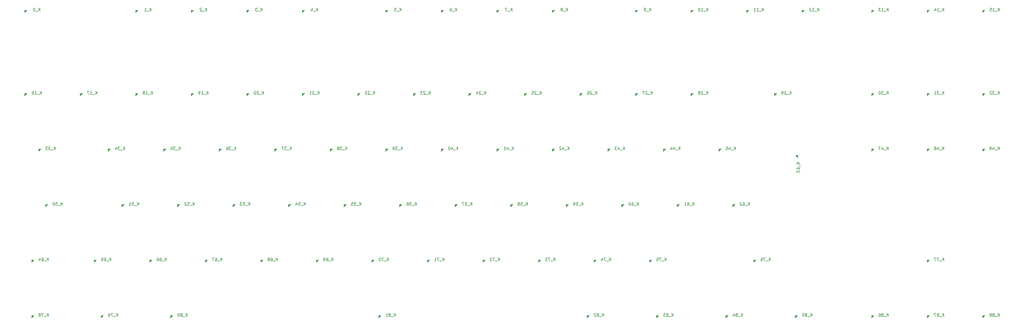
<source format=gbo>
G04 #@! TF.GenerationSoftware,KiCad,Pcbnew,(5.1.9)-1*
G04 #@! TF.CreationDate,2021-06-14T20:25:05+01:00*
G04 #@! TF.ProjectId,ENV_KB_RGB,454e565f-4b42-45f5-9247-422e6b696361,Rev.1*
G04 #@! TF.SameCoordinates,Original*
G04 #@! TF.FileFunction,Legend,Bot*
G04 #@! TF.FilePolarity,Positive*
%FSLAX46Y46*%
G04 Gerber Fmt 4.6, Leading zero omitted, Abs format (unit mm)*
G04 Created by KiCad (PCBNEW (5.1.9)-1) date 2021-06-14 20:25:05*
%MOMM*%
%LPD*%
G01*
G04 APERTURE LIST*
%ADD10C,0.100000*%
%ADD11C,0.150000*%
%ADD12C,4.089800*%
%ADD13C,3.150000*%
%ADD14C,1.852000*%
%ADD15C,3.102000*%
%ADD16C,0.752000*%
%ADD17O,1.102000X2.202000*%
%ADD18O,1.102000X1.702000*%
%ADD19O,1.702000X1.702000*%
%ADD20O,1.802000X1.802000*%
%ADD21C,3.302000*%
G04 APERTURE END LIST*
D10*
G36*
X371137500Y-210640000D02*
G01*
X372037500Y-209740000D01*
X371137500Y-209740000D01*
X371137500Y-210640000D01*
G37*
X371137500Y-210640000D02*
X372037500Y-209740000D01*
X371137500Y-209740000D01*
X371137500Y-210640000D01*
G36*
X352087500Y-210640000D02*
G01*
X352987500Y-209740000D01*
X352087500Y-209740000D01*
X352087500Y-210640000D01*
G37*
X352087500Y-210640000D02*
X352987500Y-209740000D01*
X352087500Y-209740000D01*
X352087500Y-210640000D01*
G36*
X333037500Y-210640000D02*
G01*
X333937500Y-209740000D01*
X333037500Y-209740000D01*
X333037500Y-210640000D01*
G37*
X333037500Y-210640000D02*
X333937500Y-209740000D01*
X333037500Y-209740000D01*
X333037500Y-210640000D01*
G36*
X306843750Y-210640000D02*
G01*
X307743750Y-209740000D01*
X306843750Y-209740000D01*
X306843750Y-210640000D01*
G37*
X306843750Y-210640000D02*
X307743750Y-209740000D01*
X306843750Y-209740000D01*
X306843750Y-210640000D01*
G36*
X283031250Y-210640000D02*
G01*
X283931250Y-209740000D01*
X283031250Y-209740000D01*
X283031250Y-210640000D01*
G37*
X283031250Y-210640000D02*
X283931250Y-209740000D01*
X283031250Y-209740000D01*
X283031250Y-210640000D01*
G36*
X259218750Y-210640000D02*
G01*
X260118750Y-209740000D01*
X259218750Y-209740000D01*
X259218750Y-210640000D01*
G37*
X259218750Y-210640000D02*
X260118750Y-209740000D01*
X259218750Y-209740000D01*
X259218750Y-210640000D01*
G36*
X235406250Y-210640000D02*
G01*
X236306250Y-209740000D01*
X235406250Y-209740000D01*
X235406250Y-210640000D01*
G37*
X235406250Y-210640000D02*
X236306250Y-209740000D01*
X235406250Y-209740000D01*
X235406250Y-210640000D01*
G36*
X163968750Y-210640000D02*
G01*
X164868750Y-209740000D01*
X163968750Y-209740000D01*
X163968750Y-210640000D01*
G37*
X163968750Y-210640000D02*
X164868750Y-209740000D01*
X163968750Y-209740000D01*
X163968750Y-210640000D01*
G36*
X92531250Y-210640000D02*
G01*
X93431250Y-209740000D01*
X92531250Y-209740000D01*
X92531250Y-210640000D01*
G37*
X92531250Y-210640000D02*
X93431250Y-209740000D01*
X92531250Y-209740000D01*
X92531250Y-210640000D01*
G36*
X68718750Y-210640000D02*
G01*
X69618750Y-209740000D01*
X68718750Y-209740000D01*
X68718750Y-210640000D01*
G37*
X68718750Y-210640000D02*
X69618750Y-209740000D01*
X68718750Y-209740000D01*
X68718750Y-210640000D01*
G36*
X44906250Y-210640000D02*
G01*
X45806250Y-209740000D01*
X44906250Y-209740000D01*
X44906250Y-210640000D01*
G37*
X44906250Y-210640000D02*
X45806250Y-209740000D01*
X44906250Y-209740000D01*
X44906250Y-210640000D01*
G36*
X352087500Y-191590000D02*
G01*
X352987500Y-190690000D01*
X352087500Y-190690000D01*
X352087500Y-191590000D01*
G37*
X352087500Y-191590000D02*
X352987500Y-190690000D01*
X352087500Y-190690000D01*
X352087500Y-191590000D01*
G36*
X292556250Y-191590000D02*
G01*
X293456250Y-190690000D01*
X292556250Y-190690000D01*
X292556250Y-191590000D01*
G37*
X292556250Y-191590000D02*
X293456250Y-190690000D01*
X292556250Y-190690000D01*
X292556250Y-191590000D01*
G36*
X256837500Y-191590000D02*
G01*
X257737500Y-190690000D01*
X256837500Y-190690000D01*
X256837500Y-191590000D01*
G37*
X256837500Y-191590000D02*
X257737500Y-190690000D01*
X256837500Y-190690000D01*
X256837500Y-191590000D01*
G36*
X237787500Y-191590000D02*
G01*
X238687500Y-190690000D01*
X237787500Y-190690000D01*
X237787500Y-191590000D01*
G37*
X237787500Y-191590000D02*
X238687500Y-190690000D01*
X237787500Y-190690000D01*
X237787500Y-191590000D01*
G36*
X218737500Y-191590000D02*
G01*
X219637500Y-190690000D01*
X218737500Y-190690000D01*
X218737500Y-191590000D01*
G37*
X218737500Y-191590000D02*
X219637500Y-190690000D01*
X218737500Y-190690000D01*
X218737500Y-191590000D01*
G36*
X199687500Y-191590000D02*
G01*
X200587500Y-190690000D01*
X199687500Y-190690000D01*
X199687500Y-191590000D01*
G37*
X199687500Y-191590000D02*
X200587500Y-190690000D01*
X199687500Y-190690000D01*
X199687500Y-191590000D01*
G36*
X180637500Y-191590000D02*
G01*
X181537500Y-190690000D01*
X180637500Y-190690000D01*
X180637500Y-191590000D01*
G37*
X180637500Y-191590000D02*
X181537500Y-190690000D01*
X180637500Y-190690000D01*
X180637500Y-191590000D01*
G36*
X161587500Y-191590000D02*
G01*
X162487500Y-190690000D01*
X161587500Y-190690000D01*
X161587500Y-191590000D01*
G37*
X161587500Y-191590000D02*
X162487500Y-190690000D01*
X161587500Y-190690000D01*
X161587500Y-191590000D01*
G36*
X142537500Y-191590000D02*
G01*
X143437500Y-190690000D01*
X142537500Y-190690000D01*
X142537500Y-191590000D01*
G37*
X142537500Y-191590000D02*
X143437500Y-190690000D01*
X142537500Y-190690000D01*
X142537500Y-191590000D01*
G36*
X123487500Y-191590000D02*
G01*
X124387500Y-190690000D01*
X123487500Y-190690000D01*
X123487500Y-191590000D01*
G37*
X123487500Y-191590000D02*
X124387500Y-190690000D01*
X123487500Y-190690000D01*
X123487500Y-191590000D01*
G36*
X104437500Y-191590000D02*
G01*
X105337500Y-190690000D01*
X104437500Y-190690000D01*
X104437500Y-191590000D01*
G37*
X104437500Y-191590000D02*
X105337500Y-190690000D01*
X104437500Y-190690000D01*
X104437500Y-191590000D01*
G36*
X85387500Y-191590000D02*
G01*
X86287500Y-190690000D01*
X85387500Y-190690000D01*
X85387500Y-191590000D01*
G37*
X85387500Y-191590000D02*
X86287500Y-190690000D01*
X85387500Y-190690000D01*
X85387500Y-191590000D01*
G36*
X66337500Y-191590000D02*
G01*
X67237500Y-190690000D01*
X66337500Y-190690000D01*
X66337500Y-191590000D01*
G37*
X66337500Y-191590000D02*
X67237500Y-190690000D01*
X66337500Y-190690000D01*
X66337500Y-191590000D01*
G36*
X44906250Y-191590000D02*
G01*
X45806250Y-190690000D01*
X44906250Y-190690000D01*
X44906250Y-191590000D01*
G37*
X44906250Y-191590000D02*
X45806250Y-190690000D01*
X44906250Y-190690000D01*
X44906250Y-191590000D01*
G36*
X285412500Y-172540000D02*
G01*
X286312500Y-171640000D01*
X285412500Y-171640000D01*
X285412500Y-172540000D01*
G37*
X285412500Y-172540000D02*
X286312500Y-171640000D01*
X285412500Y-171640000D01*
X285412500Y-172540000D01*
G36*
X266362500Y-172540000D02*
G01*
X267262500Y-171640000D01*
X266362500Y-171640000D01*
X266362500Y-172540000D01*
G37*
X266362500Y-172540000D02*
X267262500Y-171640000D01*
X266362500Y-171640000D01*
X266362500Y-172540000D01*
G36*
X247312500Y-172540000D02*
G01*
X248212500Y-171640000D01*
X247312500Y-171640000D01*
X247312500Y-172540000D01*
G37*
X247312500Y-172540000D02*
X248212500Y-171640000D01*
X247312500Y-171640000D01*
X247312500Y-172540000D01*
G36*
X228262500Y-172540000D02*
G01*
X229162500Y-171640000D01*
X228262500Y-171640000D01*
X228262500Y-172540000D01*
G37*
X228262500Y-172540000D02*
X229162500Y-171640000D01*
X228262500Y-171640000D01*
X228262500Y-172540000D01*
G36*
X209212500Y-172540000D02*
G01*
X210112500Y-171640000D01*
X209212500Y-171640000D01*
X209212500Y-172540000D01*
G37*
X209212500Y-172540000D02*
X210112500Y-171640000D01*
X209212500Y-171640000D01*
X209212500Y-172540000D01*
G36*
X190162500Y-172540000D02*
G01*
X191062500Y-171640000D01*
X190162500Y-171640000D01*
X190162500Y-172540000D01*
G37*
X190162500Y-172540000D02*
X191062500Y-171640000D01*
X190162500Y-171640000D01*
X190162500Y-172540000D01*
G36*
X171112500Y-172540000D02*
G01*
X172012500Y-171640000D01*
X171112500Y-171640000D01*
X171112500Y-172540000D01*
G37*
X171112500Y-172540000D02*
X172012500Y-171640000D01*
X171112500Y-171640000D01*
X171112500Y-172540000D01*
G36*
X152062500Y-172540000D02*
G01*
X152962500Y-171640000D01*
X152062500Y-171640000D01*
X152062500Y-172540000D01*
G37*
X152062500Y-172540000D02*
X152962500Y-171640000D01*
X152062500Y-171640000D01*
X152062500Y-172540000D01*
G36*
X133012500Y-172540000D02*
G01*
X133912500Y-171640000D01*
X133012500Y-171640000D01*
X133012500Y-172540000D01*
G37*
X133012500Y-172540000D02*
X133912500Y-171640000D01*
X133012500Y-171640000D01*
X133012500Y-172540000D01*
G36*
X113962500Y-172540000D02*
G01*
X114862500Y-171640000D01*
X113962500Y-171640000D01*
X113962500Y-172540000D01*
G37*
X113962500Y-172540000D02*
X114862500Y-171640000D01*
X113962500Y-171640000D01*
X113962500Y-172540000D01*
G36*
X94912500Y-172540000D02*
G01*
X95812500Y-171640000D01*
X94912500Y-171640000D01*
X94912500Y-172540000D01*
G37*
X94912500Y-172540000D02*
X95812500Y-171640000D01*
X94912500Y-171640000D01*
X94912500Y-172540000D01*
G36*
X75862500Y-172540000D02*
G01*
X76762500Y-171640000D01*
X75862500Y-171640000D01*
X75862500Y-172540000D01*
G37*
X75862500Y-172540000D02*
X76762500Y-171640000D01*
X75862500Y-171640000D01*
X75862500Y-172540000D01*
G36*
X49668750Y-172540000D02*
G01*
X50568750Y-171640000D01*
X49668750Y-171640000D01*
X49668750Y-172540000D01*
G37*
X49668750Y-172540000D02*
X50568750Y-171640000D01*
X49668750Y-171640000D01*
X49668750Y-172540000D01*
G36*
X371137500Y-153490000D02*
G01*
X372037500Y-152590000D01*
X371137500Y-152590000D01*
X371137500Y-153490000D01*
G37*
X371137500Y-153490000D02*
X372037500Y-152590000D01*
X371137500Y-152590000D01*
X371137500Y-153490000D01*
G36*
X352087500Y-153490000D02*
G01*
X352987500Y-152590000D01*
X352087500Y-152590000D01*
X352087500Y-153490000D01*
G37*
X352087500Y-153490000D02*
X352987500Y-152590000D01*
X352087500Y-152590000D01*
X352087500Y-153490000D01*
G36*
X333037500Y-153490000D02*
G01*
X333937500Y-152590000D01*
X333037500Y-152590000D01*
X333037500Y-153490000D01*
G37*
X333037500Y-153490000D02*
X333937500Y-152590000D01*
X333037500Y-152590000D01*
X333037500Y-153490000D01*
G36*
X280650000Y-153490000D02*
G01*
X281550000Y-152590000D01*
X280650000Y-152590000D01*
X280650000Y-153490000D01*
G37*
X280650000Y-153490000D02*
X281550000Y-152590000D01*
X280650000Y-152590000D01*
X280650000Y-153490000D01*
G36*
X261600000Y-153490000D02*
G01*
X262500000Y-152590000D01*
X261600000Y-152590000D01*
X261600000Y-153490000D01*
G37*
X261600000Y-153490000D02*
X262500000Y-152590000D01*
X261600000Y-152590000D01*
X261600000Y-153490000D01*
G36*
X242550000Y-153490000D02*
G01*
X243450000Y-152590000D01*
X242550000Y-152590000D01*
X242550000Y-153490000D01*
G37*
X242550000Y-153490000D02*
X243450000Y-152590000D01*
X242550000Y-152590000D01*
X242550000Y-153490000D01*
G36*
X223500000Y-153490000D02*
G01*
X224400000Y-152590000D01*
X223500000Y-152590000D01*
X223500000Y-153490000D01*
G37*
X223500000Y-153490000D02*
X224400000Y-152590000D01*
X223500000Y-152590000D01*
X223500000Y-153490000D01*
G36*
X204450000Y-153490000D02*
G01*
X205350000Y-152590000D01*
X204450000Y-152590000D01*
X204450000Y-153490000D01*
G37*
X204450000Y-153490000D02*
X205350000Y-152590000D01*
X204450000Y-152590000D01*
X204450000Y-153490000D01*
G36*
X185400000Y-153490000D02*
G01*
X186300000Y-152590000D01*
X185400000Y-152590000D01*
X185400000Y-153490000D01*
G37*
X185400000Y-153490000D02*
X186300000Y-152590000D01*
X185400000Y-152590000D01*
X185400000Y-153490000D01*
G36*
X166350000Y-153490000D02*
G01*
X167250000Y-152590000D01*
X166350000Y-152590000D01*
X166350000Y-153490000D01*
G37*
X166350000Y-153490000D02*
X167250000Y-152590000D01*
X166350000Y-152590000D01*
X166350000Y-153490000D01*
G36*
X147300000Y-153490000D02*
G01*
X148200000Y-152590000D01*
X147300000Y-152590000D01*
X147300000Y-153490000D01*
G37*
X147300000Y-153490000D02*
X148200000Y-152590000D01*
X147300000Y-152590000D01*
X147300000Y-153490000D01*
G36*
X128250000Y-153490000D02*
G01*
X129150000Y-152590000D01*
X128250000Y-152590000D01*
X128250000Y-153490000D01*
G37*
X128250000Y-153490000D02*
X129150000Y-152590000D01*
X128250000Y-152590000D01*
X128250000Y-153490000D01*
G36*
X109200000Y-153490000D02*
G01*
X110100000Y-152590000D01*
X109200000Y-152590000D01*
X109200000Y-153490000D01*
G37*
X109200000Y-153490000D02*
X110100000Y-152590000D01*
X109200000Y-152590000D01*
X109200000Y-153490000D01*
G36*
X90150000Y-153490000D02*
G01*
X91050000Y-152590000D01*
X90150000Y-152590000D01*
X90150000Y-153490000D01*
G37*
X90150000Y-153490000D02*
X91050000Y-152590000D01*
X90150000Y-152590000D01*
X90150000Y-153490000D01*
G36*
X71100000Y-153490000D02*
G01*
X72000000Y-152590000D01*
X71100000Y-152590000D01*
X71100000Y-153490000D01*
G37*
X71100000Y-153490000D02*
X72000000Y-152590000D01*
X71100000Y-152590000D01*
X71100000Y-153490000D01*
G36*
X47287500Y-153490000D02*
G01*
X48187500Y-152590000D01*
X47287500Y-152590000D01*
X47287500Y-153490000D01*
G37*
X47287500Y-153490000D02*
X48187500Y-152590000D01*
X47287500Y-152590000D01*
X47287500Y-153490000D01*
G36*
X371137500Y-134440000D02*
G01*
X372037500Y-133540000D01*
X371137500Y-133540000D01*
X371137500Y-134440000D01*
G37*
X371137500Y-134440000D02*
X372037500Y-133540000D01*
X371137500Y-133540000D01*
X371137500Y-134440000D01*
G36*
X352087500Y-134440000D02*
G01*
X352987500Y-133540000D01*
X352087500Y-133540000D01*
X352087500Y-134440000D01*
G37*
X352087500Y-134440000D02*
X352987500Y-133540000D01*
X352087500Y-133540000D01*
X352087500Y-134440000D01*
G36*
X333037500Y-134440000D02*
G01*
X333937500Y-133540000D01*
X333037500Y-133540000D01*
X333037500Y-134440000D01*
G37*
X333037500Y-134440000D02*
X333937500Y-133540000D01*
X333037500Y-133540000D01*
X333037500Y-134440000D01*
G36*
X299700000Y-134440000D02*
G01*
X300600000Y-133540000D01*
X299700000Y-133540000D01*
X299700000Y-134440000D01*
G37*
X299700000Y-134440000D02*
X300600000Y-133540000D01*
X299700000Y-133540000D01*
X299700000Y-134440000D01*
G36*
X271125000Y-134440000D02*
G01*
X272025000Y-133540000D01*
X271125000Y-133540000D01*
X271125000Y-134440000D01*
G37*
X271125000Y-134440000D02*
X272025000Y-133540000D01*
X271125000Y-133540000D01*
X271125000Y-134440000D01*
G36*
X252075000Y-134440000D02*
G01*
X252975000Y-133540000D01*
X252075000Y-133540000D01*
X252075000Y-134440000D01*
G37*
X252075000Y-134440000D02*
X252975000Y-133540000D01*
X252075000Y-133540000D01*
X252075000Y-134440000D01*
G36*
X233025000Y-134440000D02*
G01*
X233925000Y-133540000D01*
X233025000Y-133540000D01*
X233025000Y-134440000D01*
G37*
X233025000Y-134440000D02*
X233925000Y-133540000D01*
X233025000Y-133540000D01*
X233025000Y-134440000D01*
G36*
X213975000Y-134440000D02*
G01*
X214875000Y-133540000D01*
X213975000Y-133540000D01*
X213975000Y-134440000D01*
G37*
X213975000Y-134440000D02*
X214875000Y-133540000D01*
X213975000Y-133540000D01*
X213975000Y-134440000D01*
G36*
X194925000Y-134440000D02*
G01*
X195825000Y-133540000D01*
X194925000Y-133540000D01*
X194925000Y-134440000D01*
G37*
X194925000Y-134440000D02*
X195825000Y-133540000D01*
X194925000Y-133540000D01*
X194925000Y-134440000D01*
G36*
X175875000Y-134440000D02*
G01*
X176775000Y-133540000D01*
X175875000Y-133540000D01*
X175875000Y-134440000D01*
G37*
X175875000Y-134440000D02*
X176775000Y-133540000D01*
X175875000Y-133540000D01*
X175875000Y-134440000D01*
G36*
X156825000Y-134440000D02*
G01*
X157725000Y-133540000D01*
X156825000Y-133540000D01*
X156825000Y-134440000D01*
G37*
X156825000Y-134440000D02*
X157725000Y-133540000D01*
X156825000Y-133540000D01*
X156825000Y-134440000D01*
G36*
X137775000Y-134440000D02*
G01*
X138675000Y-133540000D01*
X137775000Y-133540000D01*
X137775000Y-134440000D01*
G37*
X137775000Y-134440000D02*
X138675000Y-133540000D01*
X137775000Y-133540000D01*
X137775000Y-134440000D01*
G36*
X118725000Y-134440000D02*
G01*
X119625000Y-133540000D01*
X118725000Y-133540000D01*
X118725000Y-134440000D01*
G37*
X118725000Y-134440000D02*
X119625000Y-133540000D01*
X118725000Y-133540000D01*
X118725000Y-134440000D01*
G36*
X99675000Y-134440000D02*
G01*
X100575000Y-133540000D01*
X99675000Y-133540000D01*
X99675000Y-134440000D01*
G37*
X99675000Y-134440000D02*
X100575000Y-133540000D01*
X99675000Y-133540000D01*
X99675000Y-134440000D01*
G36*
X80625000Y-134440000D02*
G01*
X81525000Y-133540000D01*
X80625000Y-133540000D01*
X80625000Y-134440000D01*
G37*
X80625000Y-134440000D02*
X81525000Y-133540000D01*
X80625000Y-133540000D01*
X80625000Y-134440000D01*
G36*
X61575000Y-134440000D02*
G01*
X62475000Y-133540000D01*
X61575000Y-133540000D01*
X61575000Y-134440000D01*
G37*
X61575000Y-134440000D02*
X62475000Y-133540000D01*
X61575000Y-133540000D01*
X61575000Y-134440000D01*
G36*
X42525000Y-134440000D02*
G01*
X43425000Y-133540000D01*
X42525000Y-133540000D01*
X42525000Y-134440000D01*
G37*
X42525000Y-134440000D02*
X43425000Y-133540000D01*
X42525000Y-133540000D01*
X42525000Y-134440000D01*
G36*
X371137500Y-105865000D02*
G01*
X372037500Y-104965000D01*
X371137500Y-104965000D01*
X371137500Y-105865000D01*
G37*
X371137500Y-105865000D02*
X372037500Y-104965000D01*
X371137500Y-104965000D01*
X371137500Y-105865000D01*
G36*
X352087500Y-105865000D02*
G01*
X352987500Y-104965000D01*
X352087500Y-104965000D01*
X352087500Y-105865000D01*
G37*
X352087500Y-105865000D02*
X352987500Y-104965000D01*
X352087500Y-104965000D01*
X352087500Y-105865000D01*
G36*
X333037500Y-105865000D02*
G01*
X333937500Y-104965000D01*
X333037500Y-104965000D01*
X333037500Y-105865000D01*
G37*
X333037500Y-105865000D02*
X333937500Y-104965000D01*
X333037500Y-104965000D01*
X333037500Y-105865000D01*
G36*
X309225000Y-105865000D02*
G01*
X310125000Y-104965000D01*
X309225000Y-104965000D01*
X309225000Y-105865000D01*
G37*
X309225000Y-105865000D02*
X310125000Y-104965000D01*
X309225000Y-104965000D01*
X309225000Y-105865000D01*
G36*
X290175000Y-105865000D02*
G01*
X291075000Y-104965000D01*
X290175000Y-104965000D01*
X290175000Y-105865000D01*
G37*
X290175000Y-105865000D02*
X291075000Y-104965000D01*
X290175000Y-104965000D01*
X290175000Y-105865000D01*
G36*
X271125000Y-105865000D02*
G01*
X272025000Y-104965000D01*
X271125000Y-104965000D01*
X271125000Y-105865000D01*
G37*
X271125000Y-105865000D02*
X272025000Y-104965000D01*
X271125000Y-104965000D01*
X271125000Y-105865000D01*
G36*
X252075000Y-105865000D02*
G01*
X252975000Y-104965000D01*
X252075000Y-104965000D01*
X252075000Y-105865000D01*
G37*
X252075000Y-105865000D02*
X252975000Y-104965000D01*
X252075000Y-104965000D01*
X252075000Y-105865000D01*
G36*
X223500000Y-105865000D02*
G01*
X224400000Y-104965000D01*
X223500000Y-104965000D01*
X223500000Y-105865000D01*
G37*
X223500000Y-105865000D02*
X224400000Y-104965000D01*
X223500000Y-104965000D01*
X223500000Y-105865000D01*
G36*
X204450000Y-105865000D02*
G01*
X205350000Y-104965000D01*
X204450000Y-104965000D01*
X204450000Y-105865000D01*
G37*
X204450000Y-105865000D02*
X205350000Y-104965000D01*
X204450000Y-104965000D01*
X204450000Y-105865000D01*
G36*
X185400000Y-105865000D02*
G01*
X186300000Y-104965000D01*
X185400000Y-104965000D01*
X185400000Y-105865000D01*
G37*
X185400000Y-105865000D02*
X186300000Y-104965000D01*
X185400000Y-104965000D01*
X185400000Y-105865000D01*
G36*
X166350000Y-105865000D02*
G01*
X167250000Y-104965000D01*
X166350000Y-104965000D01*
X166350000Y-105865000D01*
G37*
X166350000Y-105865000D02*
X167250000Y-104965000D01*
X166350000Y-104965000D01*
X166350000Y-105865000D01*
G36*
X137775000Y-105865000D02*
G01*
X138675000Y-104965000D01*
X137775000Y-104965000D01*
X137775000Y-105865000D01*
G37*
X137775000Y-105865000D02*
X138675000Y-104965000D01*
X137775000Y-104965000D01*
X137775000Y-105865000D01*
G36*
X118725000Y-105865000D02*
G01*
X119625000Y-104965000D01*
X118725000Y-104965000D01*
X118725000Y-105865000D01*
G37*
X118725000Y-105865000D02*
X119625000Y-104965000D01*
X118725000Y-104965000D01*
X118725000Y-105865000D01*
G36*
X99675000Y-105865000D02*
G01*
X100575000Y-104965000D01*
X99675000Y-104965000D01*
X99675000Y-105865000D01*
G37*
X99675000Y-105865000D02*
X100575000Y-104965000D01*
X99675000Y-104965000D01*
X99675000Y-105865000D01*
G36*
X80625000Y-105865000D02*
G01*
X81525000Y-104965000D01*
X80625000Y-104965000D01*
X80625000Y-105865000D01*
G37*
X80625000Y-105865000D02*
X81525000Y-104965000D01*
X80625000Y-104965000D01*
X80625000Y-105865000D01*
G36*
X42525000Y-105865000D02*
G01*
X43425000Y-104965000D01*
X42525000Y-104965000D01*
X42525000Y-105865000D01*
G37*
X42525000Y-105865000D02*
X43425000Y-104965000D01*
X42525000Y-104965000D01*
X42525000Y-105865000D01*
G36*
X306945000Y-154735000D02*
G01*
X307845000Y-155635000D01*
X307845000Y-154735000D01*
X306945000Y-154735000D01*
G37*
X306945000Y-154735000D02*
X307845000Y-155635000D01*
X307845000Y-154735000D01*
X306945000Y-154735000D01*
D11*
X308429380Y-157339761D02*
X307429380Y-157339761D01*
X308429380Y-157911190D02*
X307857952Y-157482619D01*
X307429380Y-157911190D02*
X308000809Y-157339761D01*
X308524619Y-158101666D02*
X308524619Y-158863571D01*
X307429380Y-159530238D02*
X307429380Y-159339761D01*
X307477000Y-159244523D01*
X307524619Y-159196904D01*
X307667476Y-159101666D01*
X307857952Y-159054047D01*
X308238904Y-159054047D01*
X308334142Y-159101666D01*
X308381761Y-159149285D01*
X308429380Y-159244523D01*
X308429380Y-159435000D01*
X308381761Y-159530238D01*
X308334142Y-159577857D01*
X308238904Y-159625476D01*
X308000809Y-159625476D01*
X307905571Y-159577857D01*
X307857952Y-159530238D01*
X307810333Y-159435000D01*
X307810333Y-159244523D01*
X307857952Y-159149285D01*
X307905571Y-159101666D01*
X308000809Y-159054047D01*
X307429380Y-159958809D02*
X307429380Y-160577857D01*
X307810333Y-160244523D01*
X307810333Y-160387380D01*
X307857952Y-160482619D01*
X307905571Y-160530238D01*
X308000809Y-160577857D01*
X308238904Y-160577857D01*
X308334142Y-160530238D01*
X308381761Y-160482619D01*
X308429380Y-160387380D01*
X308429380Y-160101666D01*
X308381761Y-160006428D01*
X308334142Y-159958809D01*
X376932738Y-210060380D02*
X376932738Y-209060380D01*
X376361309Y-210060380D02*
X376789880Y-209488952D01*
X376361309Y-209060380D02*
X376932738Y-209631809D01*
X376170833Y-210155619D02*
X375408928Y-210155619D01*
X375027976Y-209488952D02*
X375123214Y-209441333D01*
X375170833Y-209393714D01*
X375218452Y-209298476D01*
X375218452Y-209250857D01*
X375170833Y-209155619D01*
X375123214Y-209108000D01*
X375027976Y-209060380D01*
X374837500Y-209060380D01*
X374742261Y-209108000D01*
X374694642Y-209155619D01*
X374647023Y-209250857D01*
X374647023Y-209298476D01*
X374694642Y-209393714D01*
X374742261Y-209441333D01*
X374837500Y-209488952D01*
X375027976Y-209488952D01*
X375123214Y-209536571D01*
X375170833Y-209584190D01*
X375218452Y-209679428D01*
X375218452Y-209869904D01*
X375170833Y-209965142D01*
X375123214Y-210012761D01*
X375027976Y-210060380D01*
X374837500Y-210060380D01*
X374742261Y-210012761D01*
X374694642Y-209965142D01*
X374647023Y-209869904D01*
X374647023Y-209679428D01*
X374694642Y-209584190D01*
X374742261Y-209536571D01*
X374837500Y-209488952D01*
X374075595Y-209488952D02*
X374170833Y-209441333D01*
X374218452Y-209393714D01*
X374266071Y-209298476D01*
X374266071Y-209250857D01*
X374218452Y-209155619D01*
X374170833Y-209108000D01*
X374075595Y-209060380D01*
X373885119Y-209060380D01*
X373789880Y-209108000D01*
X373742261Y-209155619D01*
X373694642Y-209250857D01*
X373694642Y-209298476D01*
X373742261Y-209393714D01*
X373789880Y-209441333D01*
X373885119Y-209488952D01*
X374075595Y-209488952D01*
X374170833Y-209536571D01*
X374218452Y-209584190D01*
X374266071Y-209679428D01*
X374266071Y-209869904D01*
X374218452Y-209965142D01*
X374170833Y-210012761D01*
X374075595Y-210060380D01*
X373885119Y-210060380D01*
X373789880Y-210012761D01*
X373742261Y-209965142D01*
X373694642Y-209869904D01*
X373694642Y-209679428D01*
X373742261Y-209584190D01*
X373789880Y-209536571D01*
X373885119Y-209488952D01*
X357882738Y-210060380D02*
X357882738Y-209060380D01*
X357311309Y-210060380D02*
X357739880Y-209488952D01*
X357311309Y-209060380D02*
X357882738Y-209631809D01*
X357120833Y-210155619D02*
X356358928Y-210155619D01*
X355977976Y-209488952D02*
X356073214Y-209441333D01*
X356120833Y-209393714D01*
X356168452Y-209298476D01*
X356168452Y-209250857D01*
X356120833Y-209155619D01*
X356073214Y-209108000D01*
X355977976Y-209060380D01*
X355787500Y-209060380D01*
X355692261Y-209108000D01*
X355644642Y-209155619D01*
X355597023Y-209250857D01*
X355597023Y-209298476D01*
X355644642Y-209393714D01*
X355692261Y-209441333D01*
X355787500Y-209488952D01*
X355977976Y-209488952D01*
X356073214Y-209536571D01*
X356120833Y-209584190D01*
X356168452Y-209679428D01*
X356168452Y-209869904D01*
X356120833Y-209965142D01*
X356073214Y-210012761D01*
X355977976Y-210060380D01*
X355787500Y-210060380D01*
X355692261Y-210012761D01*
X355644642Y-209965142D01*
X355597023Y-209869904D01*
X355597023Y-209679428D01*
X355644642Y-209584190D01*
X355692261Y-209536571D01*
X355787500Y-209488952D01*
X355263690Y-209060380D02*
X354597023Y-209060380D01*
X355025595Y-210060380D01*
X338832738Y-210060380D02*
X338832738Y-209060380D01*
X338261309Y-210060380D02*
X338689880Y-209488952D01*
X338261309Y-209060380D02*
X338832738Y-209631809D01*
X338070833Y-210155619D02*
X337308928Y-210155619D01*
X336927976Y-209488952D02*
X337023214Y-209441333D01*
X337070833Y-209393714D01*
X337118452Y-209298476D01*
X337118452Y-209250857D01*
X337070833Y-209155619D01*
X337023214Y-209108000D01*
X336927976Y-209060380D01*
X336737500Y-209060380D01*
X336642261Y-209108000D01*
X336594642Y-209155619D01*
X336547023Y-209250857D01*
X336547023Y-209298476D01*
X336594642Y-209393714D01*
X336642261Y-209441333D01*
X336737500Y-209488952D01*
X336927976Y-209488952D01*
X337023214Y-209536571D01*
X337070833Y-209584190D01*
X337118452Y-209679428D01*
X337118452Y-209869904D01*
X337070833Y-209965142D01*
X337023214Y-210012761D01*
X336927976Y-210060380D01*
X336737500Y-210060380D01*
X336642261Y-210012761D01*
X336594642Y-209965142D01*
X336547023Y-209869904D01*
X336547023Y-209679428D01*
X336594642Y-209584190D01*
X336642261Y-209536571D01*
X336737500Y-209488952D01*
X335689880Y-209060380D02*
X335880357Y-209060380D01*
X335975595Y-209108000D01*
X336023214Y-209155619D01*
X336118452Y-209298476D01*
X336166071Y-209488952D01*
X336166071Y-209869904D01*
X336118452Y-209965142D01*
X336070833Y-210012761D01*
X335975595Y-210060380D01*
X335785119Y-210060380D01*
X335689880Y-210012761D01*
X335642261Y-209965142D01*
X335594642Y-209869904D01*
X335594642Y-209631809D01*
X335642261Y-209536571D01*
X335689880Y-209488952D01*
X335785119Y-209441333D01*
X335975595Y-209441333D01*
X336070833Y-209488952D01*
X336118452Y-209536571D01*
X336166071Y-209631809D01*
X312638988Y-210060380D02*
X312638988Y-209060380D01*
X312067559Y-210060380D02*
X312496130Y-209488952D01*
X312067559Y-209060380D02*
X312638988Y-209631809D01*
X311877083Y-210155619D02*
X311115178Y-210155619D01*
X310734226Y-209488952D02*
X310829464Y-209441333D01*
X310877083Y-209393714D01*
X310924702Y-209298476D01*
X310924702Y-209250857D01*
X310877083Y-209155619D01*
X310829464Y-209108000D01*
X310734226Y-209060380D01*
X310543750Y-209060380D01*
X310448511Y-209108000D01*
X310400892Y-209155619D01*
X310353273Y-209250857D01*
X310353273Y-209298476D01*
X310400892Y-209393714D01*
X310448511Y-209441333D01*
X310543750Y-209488952D01*
X310734226Y-209488952D01*
X310829464Y-209536571D01*
X310877083Y-209584190D01*
X310924702Y-209679428D01*
X310924702Y-209869904D01*
X310877083Y-209965142D01*
X310829464Y-210012761D01*
X310734226Y-210060380D01*
X310543750Y-210060380D01*
X310448511Y-210012761D01*
X310400892Y-209965142D01*
X310353273Y-209869904D01*
X310353273Y-209679428D01*
X310400892Y-209584190D01*
X310448511Y-209536571D01*
X310543750Y-209488952D01*
X309448511Y-209060380D02*
X309924702Y-209060380D01*
X309972321Y-209536571D01*
X309924702Y-209488952D01*
X309829464Y-209441333D01*
X309591369Y-209441333D01*
X309496130Y-209488952D01*
X309448511Y-209536571D01*
X309400892Y-209631809D01*
X309400892Y-209869904D01*
X309448511Y-209965142D01*
X309496130Y-210012761D01*
X309591369Y-210060380D01*
X309829464Y-210060380D01*
X309924702Y-210012761D01*
X309972321Y-209965142D01*
X288826488Y-210060380D02*
X288826488Y-209060380D01*
X288255059Y-210060380D02*
X288683630Y-209488952D01*
X288255059Y-209060380D02*
X288826488Y-209631809D01*
X288064583Y-210155619D02*
X287302678Y-210155619D01*
X286921726Y-209488952D02*
X287016964Y-209441333D01*
X287064583Y-209393714D01*
X287112202Y-209298476D01*
X287112202Y-209250857D01*
X287064583Y-209155619D01*
X287016964Y-209108000D01*
X286921726Y-209060380D01*
X286731250Y-209060380D01*
X286636011Y-209108000D01*
X286588392Y-209155619D01*
X286540773Y-209250857D01*
X286540773Y-209298476D01*
X286588392Y-209393714D01*
X286636011Y-209441333D01*
X286731250Y-209488952D01*
X286921726Y-209488952D01*
X287016964Y-209536571D01*
X287064583Y-209584190D01*
X287112202Y-209679428D01*
X287112202Y-209869904D01*
X287064583Y-209965142D01*
X287016964Y-210012761D01*
X286921726Y-210060380D01*
X286731250Y-210060380D01*
X286636011Y-210012761D01*
X286588392Y-209965142D01*
X286540773Y-209869904D01*
X286540773Y-209679428D01*
X286588392Y-209584190D01*
X286636011Y-209536571D01*
X286731250Y-209488952D01*
X285683630Y-209393714D02*
X285683630Y-210060380D01*
X285921726Y-209012761D02*
X286159821Y-209727047D01*
X285540773Y-209727047D01*
X265013988Y-210060380D02*
X265013988Y-209060380D01*
X264442559Y-210060380D02*
X264871130Y-209488952D01*
X264442559Y-209060380D02*
X265013988Y-209631809D01*
X264252083Y-210155619D02*
X263490178Y-210155619D01*
X263109226Y-209488952D02*
X263204464Y-209441333D01*
X263252083Y-209393714D01*
X263299702Y-209298476D01*
X263299702Y-209250857D01*
X263252083Y-209155619D01*
X263204464Y-209108000D01*
X263109226Y-209060380D01*
X262918750Y-209060380D01*
X262823511Y-209108000D01*
X262775892Y-209155619D01*
X262728273Y-209250857D01*
X262728273Y-209298476D01*
X262775892Y-209393714D01*
X262823511Y-209441333D01*
X262918750Y-209488952D01*
X263109226Y-209488952D01*
X263204464Y-209536571D01*
X263252083Y-209584190D01*
X263299702Y-209679428D01*
X263299702Y-209869904D01*
X263252083Y-209965142D01*
X263204464Y-210012761D01*
X263109226Y-210060380D01*
X262918750Y-210060380D01*
X262823511Y-210012761D01*
X262775892Y-209965142D01*
X262728273Y-209869904D01*
X262728273Y-209679428D01*
X262775892Y-209584190D01*
X262823511Y-209536571D01*
X262918750Y-209488952D01*
X262394940Y-209060380D02*
X261775892Y-209060380D01*
X262109226Y-209441333D01*
X261966369Y-209441333D01*
X261871130Y-209488952D01*
X261823511Y-209536571D01*
X261775892Y-209631809D01*
X261775892Y-209869904D01*
X261823511Y-209965142D01*
X261871130Y-210012761D01*
X261966369Y-210060380D01*
X262252083Y-210060380D01*
X262347321Y-210012761D01*
X262394940Y-209965142D01*
X241201488Y-210060380D02*
X241201488Y-209060380D01*
X240630059Y-210060380D02*
X241058630Y-209488952D01*
X240630059Y-209060380D02*
X241201488Y-209631809D01*
X240439583Y-210155619D02*
X239677678Y-210155619D01*
X239296726Y-209488952D02*
X239391964Y-209441333D01*
X239439583Y-209393714D01*
X239487202Y-209298476D01*
X239487202Y-209250857D01*
X239439583Y-209155619D01*
X239391964Y-209108000D01*
X239296726Y-209060380D01*
X239106250Y-209060380D01*
X239011011Y-209108000D01*
X238963392Y-209155619D01*
X238915773Y-209250857D01*
X238915773Y-209298476D01*
X238963392Y-209393714D01*
X239011011Y-209441333D01*
X239106250Y-209488952D01*
X239296726Y-209488952D01*
X239391964Y-209536571D01*
X239439583Y-209584190D01*
X239487202Y-209679428D01*
X239487202Y-209869904D01*
X239439583Y-209965142D01*
X239391964Y-210012761D01*
X239296726Y-210060380D01*
X239106250Y-210060380D01*
X239011011Y-210012761D01*
X238963392Y-209965142D01*
X238915773Y-209869904D01*
X238915773Y-209679428D01*
X238963392Y-209584190D01*
X239011011Y-209536571D01*
X239106250Y-209488952D01*
X238534821Y-209155619D02*
X238487202Y-209108000D01*
X238391964Y-209060380D01*
X238153869Y-209060380D01*
X238058630Y-209108000D01*
X238011011Y-209155619D01*
X237963392Y-209250857D01*
X237963392Y-209346095D01*
X238011011Y-209488952D01*
X238582440Y-210060380D01*
X237963392Y-210060380D01*
X169763988Y-210060380D02*
X169763988Y-209060380D01*
X169192559Y-210060380D02*
X169621130Y-209488952D01*
X169192559Y-209060380D02*
X169763988Y-209631809D01*
X169002083Y-210155619D02*
X168240178Y-210155619D01*
X167859226Y-209488952D02*
X167954464Y-209441333D01*
X168002083Y-209393714D01*
X168049702Y-209298476D01*
X168049702Y-209250857D01*
X168002083Y-209155619D01*
X167954464Y-209108000D01*
X167859226Y-209060380D01*
X167668750Y-209060380D01*
X167573511Y-209108000D01*
X167525892Y-209155619D01*
X167478273Y-209250857D01*
X167478273Y-209298476D01*
X167525892Y-209393714D01*
X167573511Y-209441333D01*
X167668750Y-209488952D01*
X167859226Y-209488952D01*
X167954464Y-209536571D01*
X168002083Y-209584190D01*
X168049702Y-209679428D01*
X168049702Y-209869904D01*
X168002083Y-209965142D01*
X167954464Y-210012761D01*
X167859226Y-210060380D01*
X167668750Y-210060380D01*
X167573511Y-210012761D01*
X167525892Y-209965142D01*
X167478273Y-209869904D01*
X167478273Y-209679428D01*
X167525892Y-209584190D01*
X167573511Y-209536571D01*
X167668750Y-209488952D01*
X166525892Y-210060380D02*
X167097321Y-210060380D01*
X166811607Y-210060380D02*
X166811607Y-209060380D01*
X166906845Y-209203238D01*
X167002083Y-209298476D01*
X167097321Y-209346095D01*
X98326488Y-210060380D02*
X98326488Y-209060380D01*
X97755059Y-210060380D02*
X98183630Y-209488952D01*
X97755059Y-209060380D02*
X98326488Y-209631809D01*
X97564583Y-210155619D02*
X96802678Y-210155619D01*
X96421726Y-209488952D02*
X96516964Y-209441333D01*
X96564583Y-209393714D01*
X96612202Y-209298476D01*
X96612202Y-209250857D01*
X96564583Y-209155619D01*
X96516964Y-209108000D01*
X96421726Y-209060380D01*
X96231250Y-209060380D01*
X96136011Y-209108000D01*
X96088392Y-209155619D01*
X96040773Y-209250857D01*
X96040773Y-209298476D01*
X96088392Y-209393714D01*
X96136011Y-209441333D01*
X96231250Y-209488952D01*
X96421726Y-209488952D01*
X96516964Y-209536571D01*
X96564583Y-209584190D01*
X96612202Y-209679428D01*
X96612202Y-209869904D01*
X96564583Y-209965142D01*
X96516964Y-210012761D01*
X96421726Y-210060380D01*
X96231250Y-210060380D01*
X96136011Y-210012761D01*
X96088392Y-209965142D01*
X96040773Y-209869904D01*
X96040773Y-209679428D01*
X96088392Y-209584190D01*
X96136011Y-209536571D01*
X96231250Y-209488952D01*
X95421726Y-209060380D02*
X95326488Y-209060380D01*
X95231250Y-209108000D01*
X95183630Y-209155619D01*
X95136011Y-209250857D01*
X95088392Y-209441333D01*
X95088392Y-209679428D01*
X95136011Y-209869904D01*
X95183630Y-209965142D01*
X95231250Y-210012761D01*
X95326488Y-210060380D01*
X95421726Y-210060380D01*
X95516964Y-210012761D01*
X95564583Y-209965142D01*
X95612202Y-209869904D01*
X95659821Y-209679428D01*
X95659821Y-209441333D01*
X95612202Y-209250857D01*
X95564583Y-209155619D01*
X95516964Y-209108000D01*
X95421726Y-209060380D01*
X74513988Y-210060380D02*
X74513988Y-209060380D01*
X73942559Y-210060380D02*
X74371130Y-209488952D01*
X73942559Y-209060380D02*
X74513988Y-209631809D01*
X73752083Y-210155619D02*
X72990178Y-210155619D01*
X72847321Y-209060380D02*
X72180654Y-209060380D01*
X72609226Y-210060380D01*
X71752083Y-210060380D02*
X71561607Y-210060380D01*
X71466369Y-210012761D01*
X71418750Y-209965142D01*
X71323511Y-209822285D01*
X71275892Y-209631809D01*
X71275892Y-209250857D01*
X71323511Y-209155619D01*
X71371130Y-209108000D01*
X71466369Y-209060380D01*
X71656845Y-209060380D01*
X71752083Y-209108000D01*
X71799702Y-209155619D01*
X71847321Y-209250857D01*
X71847321Y-209488952D01*
X71799702Y-209584190D01*
X71752083Y-209631809D01*
X71656845Y-209679428D01*
X71466369Y-209679428D01*
X71371130Y-209631809D01*
X71323511Y-209584190D01*
X71275892Y-209488952D01*
X50701488Y-210060380D02*
X50701488Y-209060380D01*
X50130059Y-210060380D02*
X50558630Y-209488952D01*
X50130059Y-209060380D02*
X50701488Y-209631809D01*
X49939583Y-210155619D02*
X49177678Y-210155619D01*
X49034821Y-209060380D02*
X48368154Y-209060380D01*
X48796726Y-210060380D01*
X47844345Y-209488952D02*
X47939583Y-209441333D01*
X47987202Y-209393714D01*
X48034821Y-209298476D01*
X48034821Y-209250857D01*
X47987202Y-209155619D01*
X47939583Y-209108000D01*
X47844345Y-209060380D01*
X47653869Y-209060380D01*
X47558630Y-209108000D01*
X47511011Y-209155619D01*
X47463392Y-209250857D01*
X47463392Y-209298476D01*
X47511011Y-209393714D01*
X47558630Y-209441333D01*
X47653869Y-209488952D01*
X47844345Y-209488952D01*
X47939583Y-209536571D01*
X47987202Y-209584190D01*
X48034821Y-209679428D01*
X48034821Y-209869904D01*
X47987202Y-209965142D01*
X47939583Y-210012761D01*
X47844345Y-210060380D01*
X47653869Y-210060380D01*
X47558630Y-210012761D01*
X47511011Y-209965142D01*
X47463392Y-209869904D01*
X47463392Y-209679428D01*
X47511011Y-209584190D01*
X47558630Y-209536571D01*
X47653869Y-209488952D01*
X357882738Y-191010380D02*
X357882738Y-190010380D01*
X357311309Y-191010380D02*
X357739880Y-190438952D01*
X357311309Y-190010380D02*
X357882738Y-190581809D01*
X357120833Y-191105619D02*
X356358928Y-191105619D01*
X356216071Y-190010380D02*
X355549404Y-190010380D01*
X355977976Y-191010380D01*
X355263690Y-190010380D02*
X354597023Y-190010380D01*
X355025595Y-191010380D01*
X298351488Y-191010380D02*
X298351488Y-190010380D01*
X297780059Y-191010380D02*
X298208630Y-190438952D01*
X297780059Y-190010380D02*
X298351488Y-190581809D01*
X297589583Y-191105619D02*
X296827678Y-191105619D01*
X296684821Y-190010380D02*
X296018154Y-190010380D01*
X296446726Y-191010380D01*
X295208630Y-190010380D02*
X295399107Y-190010380D01*
X295494345Y-190058000D01*
X295541964Y-190105619D01*
X295637202Y-190248476D01*
X295684821Y-190438952D01*
X295684821Y-190819904D01*
X295637202Y-190915142D01*
X295589583Y-190962761D01*
X295494345Y-191010380D01*
X295303869Y-191010380D01*
X295208630Y-190962761D01*
X295161011Y-190915142D01*
X295113392Y-190819904D01*
X295113392Y-190581809D01*
X295161011Y-190486571D01*
X295208630Y-190438952D01*
X295303869Y-190391333D01*
X295494345Y-190391333D01*
X295589583Y-190438952D01*
X295637202Y-190486571D01*
X295684821Y-190581809D01*
X262632738Y-191010380D02*
X262632738Y-190010380D01*
X262061309Y-191010380D02*
X262489880Y-190438952D01*
X262061309Y-190010380D02*
X262632738Y-190581809D01*
X261870833Y-191105619D02*
X261108928Y-191105619D01*
X260966071Y-190010380D02*
X260299404Y-190010380D01*
X260727976Y-191010380D01*
X259442261Y-190010380D02*
X259918452Y-190010380D01*
X259966071Y-190486571D01*
X259918452Y-190438952D01*
X259823214Y-190391333D01*
X259585119Y-190391333D01*
X259489880Y-190438952D01*
X259442261Y-190486571D01*
X259394642Y-190581809D01*
X259394642Y-190819904D01*
X259442261Y-190915142D01*
X259489880Y-190962761D01*
X259585119Y-191010380D01*
X259823214Y-191010380D01*
X259918452Y-190962761D01*
X259966071Y-190915142D01*
X243582738Y-191010380D02*
X243582738Y-190010380D01*
X243011309Y-191010380D02*
X243439880Y-190438952D01*
X243011309Y-190010380D02*
X243582738Y-190581809D01*
X242820833Y-191105619D02*
X242058928Y-191105619D01*
X241916071Y-190010380D02*
X241249404Y-190010380D01*
X241677976Y-191010380D01*
X240439880Y-190343714D02*
X240439880Y-191010380D01*
X240677976Y-189962761D02*
X240916071Y-190677047D01*
X240297023Y-190677047D01*
X224532738Y-191010380D02*
X224532738Y-190010380D01*
X223961309Y-191010380D02*
X224389880Y-190438952D01*
X223961309Y-190010380D02*
X224532738Y-190581809D01*
X223770833Y-191105619D02*
X223008928Y-191105619D01*
X222866071Y-190010380D02*
X222199404Y-190010380D01*
X222627976Y-191010380D01*
X221913690Y-190010380D02*
X221294642Y-190010380D01*
X221627976Y-190391333D01*
X221485119Y-190391333D01*
X221389880Y-190438952D01*
X221342261Y-190486571D01*
X221294642Y-190581809D01*
X221294642Y-190819904D01*
X221342261Y-190915142D01*
X221389880Y-190962761D01*
X221485119Y-191010380D01*
X221770833Y-191010380D01*
X221866071Y-190962761D01*
X221913690Y-190915142D01*
X205482738Y-191010380D02*
X205482738Y-190010380D01*
X204911309Y-191010380D02*
X205339880Y-190438952D01*
X204911309Y-190010380D02*
X205482738Y-190581809D01*
X204720833Y-191105619D02*
X203958928Y-191105619D01*
X203816071Y-190010380D02*
X203149404Y-190010380D01*
X203577976Y-191010380D01*
X202816071Y-190105619D02*
X202768452Y-190058000D01*
X202673214Y-190010380D01*
X202435119Y-190010380D01*
X202339880Y-190058000D01*
X202292261Y-190105619D01*
X202244642Y-190200857D01*
X202244642Y-190296095D01*
X202292261Y-190438952D01*
X202863690Y-191010380D01*
X202244642Y-191010380D01*
X186432738Y-191010380D02*
X186432738Y-190010380D01*
X185861309Y-191010380D02*
X186289880Y-190438952D01*
X185861309Y-190010380D02*
X186432738Y-190581809D01*
X185670833Y-191105619D02*
X184908928Y-191105619D01*
X184766071Y-190010380D02*
X184099404Y-190010380D01*
X184527976Y-191010380D01*
X183194642Y-191010380D02*
X183766071Y-191010380D01*
X183480357Y-191010380D02*
X183480357Y-190010380D01*
X183575595Y-190153238D01*
X183670833Y-190248476D01*
X183766071Y-190296095D01*
X167382738Y-191010380D02*
X167382738Y-190010380D01*
X166811309Y-191010380D02*
X167239880Y-190438952D01*
X166811309Y-190010380D02*
X167382738Y-190581809D01*
X166620833Y-191105619D02*
X165858928Y-191105619D01*
X165716071Y-190010380D02*
X165049404Y-190010380D01*
X165477976Y-191010380D01*
X164477976Y-190010380D02*
X164382738Y-190010380D01*
X164287500Y-190058000D01*
X164239880Y-190105619D01*
X164192261Y-190200857D01*
X164144642Y-190391333D01*
X164144642Y-190629428D01*
X164192261Y-190819904D01*
X164239880Y-190915142D01*
X164287500Y-190962761D01*
X164382738Y-191010380D01*
X164477976Y-191010380D01*
X164573214Y-190962761D01*
X164620833Y-190915142D01*
X164668452Y-190819904D01*
X164716071Y-190629428D01*
X164716071Y-190391333D01*
X164668452Y-190200857D01*
X164620833Y-190105619D01*
X164573214Y-190058000D01*
X164477976Y-190010380D01*
X148332738Y-191010380D02*
X148332738Y-190010380D01*
X147761309Y-191010380D02*
X148189880Y-190438952D01*
X147761309Y-190010380D02*
X148332738Y-190581809D01*
X147570833Y-191105619D02*
X146808928Y-191105619D01*
X146142261Y-190010380D02*
X146332738Y-190010380D01*
X146427976Y-190058000D01*
X146475595Y-190105619D01*
X146570833Y-190248476D01*
X146618452Y-190438952D01*
X146618452Y-190819904D01*
X146570833Y-190915142D01*
X146523214Y-190962761D01*
X146427976Y-191010380D01*
X146237500Y-191010380D01*
X146142261Y-190962761D01*
X146094642Y-190915142D01*
X146047023Y-190819904D01*
X146047023Y-190581809D01*
X146094642Y-190486571D01*
X146142261Y-190438952D01*
X146237500Y-190391333D01*
X146427976Y-190391333D01*
X146523214Y-190438952D01*
X146570833Y-190486571D01*
X146618452Y-190581809D01*
X145570833Y-191010380D02*
X145380357Y-191010380D01*
X145285119Y-190962761D01*
X145237500Y-190915142D01*
X145142261Y-190772285D01*
X145094642Y-190581809D01*
X145094642Y-190200857D01*
X145142261Y-190105619D01*
X145189880Y-190058000D01*
X145285119Y-190010380D01*
X145475595Y-190010380D01*
X145570833Y-190058000D01*
X145618452Y-190105619D01*
X145666071Y-190200857D01*
X145666071Y-190438952D01*
X145618452Y-190534190D01*
X145570833Y-190581809D01*
X145475595Y-190629428D01*
X145285119Y-190629428D01*
X145189880Y-190581809D01*
X145142261Y-190534190D01*
X145094642Y-190438952D01*
X129282738Y-191010380D02*
X129282738Y-190010380D01*
X128711309Y-191010380D02*
X129139880Y-190438952D01*
X128711309Y-190010380D02*
X129282738Y-190581809D01*
X128520833Y-191105619D02*
X127758928Y-191105619D01*
X127092261Y-190010380D02*
X127282738Y-190010380D01*
X127377976Y-190058000D01*
X127425595Y-190105619D01*
X127520833Y-190248476D01*
X127568452Y-190438952D01*
X127568452Y-190819904D01*
X127520833Y-190915142D01*
X127473214Y-190962761D01*
X127377976Y-191010380D01*
X127187500Y-191010380D01*
X127092261Y-190962761D01*
X127044642Y-190915142D01*
X126997023Y-190819904D01*
X126997023Y-190581809D01*
X127044642Y-190486571D01*
X127092261Y-190438952D01*
X127187500Y-190391333D01*
X127377976Y-190391333D01*
X127473214Y-190438952D01*
X127520833Y-190486571D01*
X127568452Y-190581809D01*
X126425595Y-190438952D02*
X126520833Y-190391333D01*
X126568452Y-190343714D01*
X126616071Y-190248476D01*
X126616071Y-190200857D01*
X126568452Y-190105619D01*
X126520833Y-190058000D01*
X126425595Y-190010380D01*
X126235119Y-190010380D01*
X126139880Y-190058000D01*
X126092261Y-190105619D01*
X126044642Y-190200857D01*
X126044642Y-190248476D01*
X126092261Y-190343714D01*
X126139880Y-190391333D01*
X126235119Y-190438952D01*
X126425595Y-190438952D01*
X126520833Y-190486571D01*
X126568452Y-190534190D01*
X126616071Y-190629428D01*
X126616071Y-190819904D01*
X126568452Y-190915142D01*
X126520833Y-190962761D01*
X126425595Y-191010380D01*
X126235119Y-191010380D01*
X126139880Y-190962761D01*
X126092261Y-190915142D01*
X126044642Y-190819904D01*
X126044642Y-190629428D01*
X126092261Y-190534190D01*
X126139880Y-190486571D01*
X126235119Y-190438952D01*
X110232738Y-191010380D02*
X110232738Y-190010380D01*
X109661309Y-191010380D02*
X110089880Y-190438952D01*
X109661309Y-190010380D02*
X110232738Y-190581809D01*
X109470833Y-191105619D02*
X108708928Y-191105619D01*
X108042261Y-190010380D02*
X108232738Y-190010380D01*
X108327976Y-190058000D01*
X108375595Y-190105619D01*
X108470833Y-190248476D01*
X108518452Y-190438952D01*
X108518452Y-190819904D01*
X108470833Y-190915142D01*
X108423214Y-190962761D01*
X108327976Y-191010380D01*
X108137500Y-191010380D01*
X108042261Y-190962761D01*
X107994642Y-190915142D01*
X107947023Y-190819904D01*
X107947023Y-190581809D01*
X107994642Y-190486571D01*
X108042261Y-190438952D01*
X108137500Y-190391333D01*
X108327976Y-190391333D01*
X108423214Y-190438952D01*
X108470833Y-190486571D01*
X108518452Y-190581809D01*
X107613690Y-190010380D02*
X106947023Y-190010380D01*
X107375595Y-191010380D01*
X91182738Y-191010380D02*
X91182738Y-190010380D01*
X90611309Y-191010380D02*
X91039880Y-190438952D01*
X90611309Y-190010380D02*
X91182738Y-190581809D01*
X90420833Y-191105619D02*
X89658928Y-191105619D01*
X88992261Y-190010380D02*
X89182738Y-190010380D01*
X89277976Y-190058000D01*
X89325595Y-190105619D01*
X89420833Y-190248476D01*
X89468452Y-190438952D01*
X89468452Y-190819904D01*
X89420833Y-190915142D01*
X89373214Y-190962761D01*
X89277976Y-191010380D01*
X89087500Y-191010380D01*
X88992261Y-190962761D01*
X88944642Y-190915142D01*
X88897023Y-190819904D01*
X88897023Y-190581809D01*
X88944642Y-190486571D01*
X88992261Y-190438952D01*
X89087500Y-190391333D01*
X89277976Y-190391333D01*
X89373214Y-190438952D01*
X89420833Y-190486571D01*
X89468452Y-190581809D01*
X88039880Y-190010380D02*
X88230357Y-190010380D01*
X88325595Y-190058000D01*
X88373214Y-190105619D01*
X88468452Y-190248476D01*
X88516071Y-190438952D01*
X88516071Y-190819904D01*
X88468452Y-190915142D01*
X88420833Y-190962761D01*
X88325595Y-191010380D01*
X88135119Y-191010380D01*
X88039880Y-190962761D01*
X87992261Y-190915142D01*
X87944642Y-190819904D01*
X87944642Y-190581809D01*
X87992261Y-190486571D01*
X88039880Y-190438952D01*
X88135119Y-190391333D01*
X88325595Y-190391333D01*
X88420833Y-190438952D01*
X88468452Y-190486571D01*
X88516071Y-190581809D01*
X72132738Y-191010380D02*
X72132738Y-190010380D01*
X71561309Y-191010380D02*
X71989880Y-190438952D01*
X71561309Y-190010380D02*
X72132738Y-190581809D01*
X71370833Y-191105619D02*
X70608928Y-191105619D01*
X69942261Y-190010380D02*
X70132738Y-190010380D01*
X70227976Y-190058000D01*
X70275595Y-190105619D01*
X70370833Y-190248476D01*
X70418452Y-190438952D01*
X70418452Y-190819904D01*
X70370833Y-190915142D01*
X70323214Y-190962761D01*
X70227976Y-191010380D01*
X70037500Y-191010380D01*
X69942261Y-190962761D01*
X69894642Y-190915142D01*
X69847023Y-190819904D01*
X69847023Y-190581809D01*
X69894642Y-190486571D01*
X69942261Y-190438952D01*
X70037500Y-190391333D01*
X70227976Y-190391333D01*
X70323214Y-190438952D01*
X70370833Y-190486571D01*
X70418452Y-190581809D01*
X68942261Y-190010380D02*
X69418452Y-190010380D01*
X69466071Y-190486571D01*
X69418452Y-190438952D01*
X69323214Y-190391333D01*
X69085119Y-190391333D01*
X68989880Y-190438952D01*
X68942261Y-190486571D01*
X68894642Y-190581809D01*
X68894642Y-190819904D01*
X68942261Y-190915142D01*
X68989880Y-190962761D01*
X69085119Y-191010380D01*
X69323214Y-191010380D01*
X69418452Y-190962761D01*
X69466071Y-190915142D01*
X50701488Y-191010380D02*
X50701488Y-190010380D01*
X50130059Y-191010380D02*
X50558630Y-190438952D01*
X50130059Y-190010380D02*
X50701488Y-190581809D01*
X49939583Y-191105619D02*
X49177678Y-191105619D01*
X48511011Y-190010380D02*
X48701488Y-190010380D01*
X48796726Y-190058000D01*
X48844345Y-190105619D01*
X48939583Y-190248476D01*
X48987202Y-190438952D01*
X48987202Y-190819904D01*
X48939583Y-190915142D01*
X48891964Y-190962761D01*
X48796726Y-191010380D01*
X48606250Y-191010380D01*
X48511011Y-190962761D01*
X48463392Y-190915142D01*
X48415773Y-190819904D01*
X48415773Y-190581809D01*
X48463392Y-190486571D01*
X48511011Y-190438952D01*
X48606250Y-190391333D01*
X48796726Y-190391333D01*
X48891964Y-190438952D01*
X48939583Y-190486571D01*
X48987202Y-190581809D01*
X47558630Y-190343714D02*
X47558630Y-191010380D01*
X47796726Y-189962761D02*
X48034821Y-190677047D01*
X47415773Y-190677047D01*
X291207738Y-171960380D02*
X291207738Y-170960380D01*
X290636309Y-171960380D02*
X291064880Y-171388952D01*
X290636309Y-170960380D02*
X291207738Y-171531809D01*
X290445833Y-172055619D02*
X289683928Y-172055619D01*
X289017261Y-170960380D02*
X289207738Y-170960380D01*
X289302976Y-171008000D01*
X289350595Y-171055619D01*
X289445833Y-171198476D01*
X289493452Y-171388952D01*
X289493452Y-171769904D01*
X289445833Y-171865142D01*
X289398214Y-171912761D01*
X289302976Y-171960380D01*
X289112500Y-171960380D01*
X289017261Y-171912761D01*
X288969642Y-171865142D01*
X288922023Y-171769904D01*
X288922023Y-171531809D01*
X288969642Y-171436571D01*
X289017261Y-171388952D01*
X289112500Y-171341333D01*
X289302976Y-171341333D01*
X289398214Y-171388952D01*
X289445833Y-171436571D01*
X289493452Y-171531809D01*
X288541071Y-171055619D02*
X288493452Y-171008000D01*
X288398214Y-170960380D01*
X288160119Y-170960380D01*
X288064880Y-171008000D01*
X288017261Y-171055619D01*
X287969642Y-171150857D01*
X287969642Y-171246095D01*
X288017261Y-171388952D01*
X288588690Y-171960380D01*
X287969642Y-171960380D01*
X272157738Y-171960380D02*
X272157738Y-170960380D01*
X271586309Y-171960380D02*
X272014880Y-171388952D01*
X271586309Y-170960380D02*
X272157738Y-171531809D01*
X271395833Y-172055619D02*
X270633928Y-172055619D01*
X269967261Y-170960380D02*
X270157738Y-170960380D01*
X270252976Y-171008000D01*
X270300595Y-171055619D01*
X270395833Y-171198476D01*
X270443452Y-171388952D01*
X270443452Y-171769904D01*
X270395833Y-171865142D01*
X270348214Y-171912761D01*
X270252976Y-171960380D01*
X270062500Y-171960380D01*
X269967261Y-171912761D01*
X269919642Y-171865142D01*
X269872023Y-171769904D01*
X269872023Y-171531809D01*
X269919642Y-171436571D01*
X269967261Y-171388952D01*
X270062500Y-171341333D01*
X270252976Y-171341333D01*
X270348214Y-171388952D01*
X270395833Y-171436571D01*
X270443452Y-171531809D01*
X268919642Y-171960380D02*
X269491071Y-171960380D01*
X269205357Y-171960380D02*
X269205357Y-170960380D01*
X269300595Y-171103238D01*
X269395833Y-171198476D01*
X269491071Y-171246095D01*
X253107738Y-171960380D02*
X253107738Y-170960380D01*
X252536309Y-171960380D02*
X252964880Y-171388952D01*
X252536309Y-170960380D02*
X253107738Y-171531809D01*
X252345833Y-172055619D02*
X251583928Y-172055619D01*
X250917261Y-170960380D02*
X251107738Y-170960380D01*
X251202976Y-171008000D01*
X251250595Y-171055619D01*
X251345833Y-171198476D01*
X251393452Y-171388952D01*
X251393452Y-171769904D01*
X251345833Y-171865142D01*
X251298214Y-171912761D01*
X251202976Y-171960380D01*
X251012500Y-171960380D01*
X250917261Y-171912761D01*
X250869642Y-171865142D01*
X250822023Y-171769904D01*
X250822023Y-171531809D01*
X250869642Y-171436571D01*
X250917261Y-171388952D01*
X251012500Y-171341333D01*
X251202976Y-171341333D01*
X251298214Y-171388952D01*
X251345833Y-171436571D01*
X251393452Y-171531809D01*
X250202976Y-170960380D02*
X250107738Y-170960380D01*
X250012500Y-171008000D01*
X249964880Y-171055619D01*
X249917261Y-171150857D01*
X249869642Y-171341333D01*
X249869642Y-171579428D01*
X249917261Y-171769904D01*
X249964880Y-171865142D01*
X250012500Y-171912761D01*
X250107738Y-171960380D01*
X250202976Y-171960380D01*
X250298214Y-171912761D01*
X250345833Y-171865142D01*
X250393452Y-171769904D01*
X250441071Y-171579428D01*
X250441071Y-171341333D01*
X250393452Y-171150857D01*
X250345833Y-171055619D01*
X250298214Y-171008000D01*
X250202976Y-170960380D01*
X234057738Y-171960380D02*
X234057738Y-170960380D01*
X233486309Y-171960380D02*
X233914880Y-171388952D01*
X233486309Y-170960380D02*
X234057738Y-171531809D01*
X233295833Y-172055619D02*
X232533928Y-172055619D01*
X231819642Y-170960380D02*
X232295833Y-170960380D01*
X232343452Y-171436571D01*
X232295833Y-171388952D01*
X232200595Y-171341333D01*
X231962500Y-171341333D01*
X231867261Y-171388952D01*
X231819642Y-171436571D01*
X231772023Y-171531809D01*
X231772023Y-171769904D01*
X231819642Y-171865142D01*
X231867261Y-171912761D01*
X231962500Y-171960380D01*
X232200595Y-171960380D01*
X232295833Y-171912761D01*
X232343452Y-171865142D01*
X231295833Y-171960380D02*
X231105357Y-171960380D01*
X231010119Y-171912761D01*
X230962500Y-171865142D01*
X230867261Y-171722285D01*
X230819642Y-171531809D01*
X230819642Y-171150857D01*
X230867261Y-171055619D01*
X230914880Y-171008000D01*
X231010119Y-170960380D01*
X231200595Y-170960380D01*
X231295833Y-171008000D01*
X231343452Y-171055619D01*
X231391071Y-171150857D01*
X231391071Y-171388952D01*
X231343452Y-171484190D01*
X231295833Y-171531809D01*
X231200595Y-171579428D01*
X231010119Y-171579428D01*
X230914880Y-171531809D01*
X230867261Y-171484190D01*
X230819642Y-171388952D01*
X215007738Y-171960380D02*
X215007738Y-170960380D01*
X214436309Y-171960380D02*
X214864880Y-171388952D01*
X214436309Y-170960380D02*
X215007738Y-171531809D01*
X214245833Y-172055619D02*
X213483928Y-172055619D01*
X212769642Y-170960380D02*
X213245833Y-170960380D01*
X213293452Y-171436571D01*
X213245833Y-171388952D01*
X213150595Y-171341333D01*
X212912500Y-171341333D01*
X212817261Y-171388952D01*
X212769642Y-171436571D01*
X212722023Y-171531809D01*
X212722023Y-171769904D01*
X212769642Y-171865142D01*
X212817261Y-171912761D01*
X212912500Y-171960380D01*
X213150595Y-171960380D01*
X213245833Y-171912761D01*
X213293452Y-171865142D01*
X212150595Y-171388952D02*
X212245833Y-171341333D01*
X212293452Y-171293714D01*
X212341071Y-171198476D01*
X212341071Y-171150857D01*
X212293452Y-171055619D01*
X212245833Y-171008000D01*
X212150595Y-170960380D01*
X211960119Y-170960380D01*
X211864880Y-171008000D01*
X211817261Y-171055619D01*
X211769642Y-171150857D01*
X211769642Y-171198476D01*
X211817261Y-171293714D01*
X211864880Y-171341333D01*
X211960119Y-171388952D01*
X212150595Y-171388952D01*
X212245833Y-171436571D01*
X212293452Y-171484190D01*
X212341071Y-171579428D01*
X212341071Y-171769904D01*
X212293452Y-171865142D01*
X212245833Y-171912761D01*
X212150595Y-171960380D01*
X211960119Y-171960380D01*
X211864880Y-171912761D01*
X211817261Y-171865142D01*
X211769642Y-171769904D01*
X211769642Y-171579428D01*
X211817261Y-171484190D01*
X211864880Y-171436571D01*
X211960119Y-171388952D01*
X195957738Y-171960380D02*
X195957738Y-170960380D01*
X195386309Y-171960380D02*
X195814880Y-171388952D01*
X195386309Y-170960380D02*
X195957738Y-171531809D01*
X195195833Y-172055619D02*
X194433928Y-172055619D01*
X193719642Y-170960380D02*
X194195833Y-170960380D01*
X194243452Y-171436571D01*
X194195833Y-171388952D01*
X194100595Y-171341333D01*
X193862500Y-171341333D01*
X193767261Y-171388952D01*
X193719642Y-171436571D01*
X193672023Y-171531809D01*
X193672023Y-171769904D01*
X193719642Y-171865142D01*
X193767261Y-171912761D01*
X193862500Y-171960380D01*
X194100595Y-171960380D01*
X194195833Y-171912761D01*
X194243452Y-171865142D01*
X193338690Y-170960380D02*
X192672023Y-170960380D01*
X193100595Y-171960380D01*
X176907738Y-171960380D02*
X176907738Y-170960380D01*
X176336309Y-171960380D02*
X176764880Y-171388952D01*
X176336309Y-170960380D02*
X176907738Y-171531809D01*
X176145833Y-172055619D02*
X175383928Y-172055619D01*
X174669642Y-170960380D02*
X175145833Y-170960380D01*
X175193452Y-171436571D01*
X175145833Y-171388952D01*
X175050595Y-171341333D01*
X174812500Y-171341333D01*
X174717261Y-171388952D01*
X174669642Y-171436571D01*
X174622023Y-171531809D01*
X174622023Y-171769904D01*
X174669642Y-171865142D01*
X174717261Y-171912761D01*
X174812500Y-171960380D01*
X175050595Y-171960380D01*
X175145833Y-171912761D01*
X175193452Y-171865142D01*
X173764880Y-170960380D02*
X173955357Y-170960380D01*
X174050595Y-171008000D01*
X174098214Y-171055619D01*
X174193452Y-171198476D01*
X174241071Y-171388952D01*
X174241071Y-171769904D01*
X174193452Y-171865142D01*
X174145833Y-171912761D01*
X174050595Y-171960380D01*
X173860119Y-171960380D01*
X173764880Y-171912761D01*
X173717261Y-171865142D01*
X173669642Y-171769904D01*
X173669642Y-171531809D01*
X173717261Y-171436571D01*
X173764880Y-171388952D01*
X173860119Y-171341333D01*
X174050595Y-171341333D01*
X174145833Y-171388952D01*
X174193452Y-171436571D01*
X174241071Y-171531809D01*
X157857738Y-171960380D02*
X157857738Y-170960380D01*
X157286309Y-171960380D02*
X157714880Y-171388952D01*
X157286309Y-170960380D02*
X157857738Y-171531809D01*
X157095833Y-172055619D02*
X156333928Y-172055619D01*
X155619642Y-170960380D02*
X156095833Y-170960380D01*
X156143452Y-171436571D01*
X156095833Y-171388952D01*
X156000595Y-171341333D01*
X155762500Y-171341333D01*
X155667261Y-171388952D01*
X155619642Y-171436571D01*
X155572023Y-171531809D01*
X155572023Y-171769904D01*
X155619642Y-171865142D01*
X155667261Y-171912761D01*
X155762500Y-171960380D01*
X156000595Y-171960380D01*
X156095833Y-171912761D01*
X156143452Y-171865142D01*
X154667261Y-170960380D02*
X155143452Y-170960380D01*
X155191071Y-171436571D01*
X155143452Y-171388952D01*
X155048214Y-171341333D01*
X154810119Y-171341333D01*
X154714880Y-171388952D01*
X154667261Y-171436571D01*
X154619642Y-171531809D01*
X154619642Y-171769904D01*
X154667261Y-171865142D01*
X154714880Y-171912761D01*
X154810119Y-171960380D01*
X155048214Y-171960380D01*
X155143452Y-171912761D01*
X155191071Y-171865142D01*
X138807738Y-171960380D02*
X138807738Y-170960380D01*
X138236309Y-171960380D02*
X138664880Y-171388952D01*
X138236309Y-170960380D02*
X138807738Y-171531809D01*
X138045833Y-172055619D02*
X137283928Y-172055619D01*
X136569642Y-170960380D02*
X137045833Y-170960380D01*
X137093452Y-171436571D01*
X137045833Y-171388952D01*
X136950595Y-171341333D01*
X136712500Y-171341333D01*
X136617261Y-171388952D01*
X136569642Y-171436571D01*
X136522023Y-171531809D01*
X136522023Y-171769904D01*
X136569642Y-171865142D01*
X136617261Y-171912761D01*
X136712500Y-171960380D01*
X136950595Y-171960380D01*
X137045833Y-171912761D01*
X137093452Y-171865142D01*
X135664880Y-171293714D02*
X135664880Y-171960380D01*
X135902976Y-170912761D02*
X136141071Y-171627047D01*
X135522023Y-171627047D01*
X119757738Y-171960380D02*
X119757738Y-170960380D01*
X119186309Y-171960380D02*
X119614880Y-171388952D01*
X119186309Y-170960380D02*
X119757738Y-171531809D01*
X118995833Y-172055619D02*
X118233928Y-172055619D01*
X117519642Y-170960380D02*
X117995833Y-170960380D01*
X118043452Y-171436571D01*
X117995833Y-171388952D01*
X117900595Y-171341333D01*
X117662500Y-171341333D01*
X117567261Y-171388952D01*
X117519642Y-171436571D01*
X117472023Y-171531809D01*
X117472023Y-171769904D01*
X117519642Y-171865142D01*
X117567261Y-171912761D01*
X117662500Y-171960380D01*
X117900595Y-171960380D01*
X117995833Y-171912761D01*
X118043452Y-171865142D01*
X117138690Y-170960380D02*
X116519642Y-170960380D01*
X116852976Y-171341333D01*
X116710119Y-171341333D01*
X116614880Y-171388952D01*
X116567261Y-171436571D01*
X116519642Y-171531809D01*
X116519642Y-171769904D01*
X116567261Y-171865142D01*
X116614880Y-171912761D01*
X116710119Y-171960380D01*
X116995833Y-171960380D01*
X117091071Y-171912761D01*
X117138690Y-171865142D01*
X100707738Y-171960380D02*
X100707738Y-170960380D01*
X100136309Y-171960380D02*
X100564880Y-171388952D01*
X100136309Y-170960380D02*
X100707738Y-171531809D01*
X99945833Y-172055619D02*
X99183928Y-172055619D01*
X98469642Y-170960380D02*
X98945833Y-170960380D01*
X98993452Y-171436571D01*
X98945833Y-171388952D01*
X98850595Y-171341333D01*
X98612500Y-171341333D01*
X98517261Y-171388952D01*
X98469642Y-171436571D01*
X98422023Y-171531809D01*
X98422023Y-171769904D01*
X98469642Y-171865142D01*
X98517261Y-171912761D01*
X98612500Y-171960380D01*
X98850595Y-171960380D01*
X98945833Y-171912761D01*
X98993452Y-171865142D01*
X98041071Y-171055619D02*
X97993452Y-171008000D01*
X97898214Y-170960380D01*
X97660119Y-170960380D01*
X97564880Y-171008000D01*
X97517261Y-171055619D01*
X97469642Y-171150857D01*
X97469642Y-171246095D01*
X97517261Y-171388952D01*
X98088690Y-171960380D01*
X97469642Y-171960380D01*
X81657738Y-171960380D02*
X81657738Y-170960380D01*
X81086309Y-171960380D02*
X81514880Y-171388952D01*
X81086309Y-170960380D02*
X81657738Y-171531809D01*
X80895833Y-172055619D02*
X80133928Y-172055619D01*
X79419642Y-170960380D02*
X79895833Y-170960380D01*
X79943452Y-171436571D01*
X79895833Y-171388952D01*
X79800595Y-171341333D01*
X79562500Y-171341333D01*
X79467261Y-171388952D01*
X79419642Y-171436571D01*
X79372023Y-171531809D01*
X79372023Y-171769904D01*
X79419642Y-171865142D01*
X79467261Y-171912761D01*
X79562500Y-171960380D01*
X79800595Y-171960380D01*
X79895833Y-171912761D01*
X79943452Y-171865142D01*
X78419642Y-171960380D02*
X78991071Y-171960380D01*
X78705357Y-171960380D02*
X78705357Y-170960380D01*
X78800595Y-171103238D01*
X78895833Y-171198476D01*
X78991071Y-171246095D01*
X55463988Y-171960380D02*
X55463988Y-170960380D01*
X54892559Y-171960380D02*
X55321130Y-171388952D01*
X54892559Y-170960380D02*
X55463988Y-171531809D01*
X54702083Y-172055619D02*
X53940178Y-172055619D01*
X53225892Y-170960380D02*
X53702083Y-170960380D01*
X53749702Y-171436571D01*
X53702083Y-171388952D01*
X53606845Y-171341333D01*
X53368750Y-171341333D01*
X53273511Y-171388952D01*
X53225892Y-171436571D01*
X53178273Y-171531809D01*
X53178273Y-171769904D01*
X53225892Y-171865142D01*
X53273511Y-171912761D01*
X53368750Y-171960380D01*
X53606845Y-171960380D01*
X53702083Y-171912761D01*
X53749702Y-171865142D01*
X52559226Y-170960380D02*
X52463988Y-170960380D01*
X52368750Y-171008000D01*
X52321130Y-171055619D01*
X52273511Y-171150857D01*
X52225892Y-171341333D01*
X52225892Y-171579428D01*
X52273511Y-171769904D01*
X52321130Y-171865142D01*
X52368750Y-171912761D01*
X52463988Y-171960380D01*
X52559226Y-171960380D01*
X52654464Y-171912761D01*
X52702083Y-171865142D01*
X52749702Y-171769904D01*
X52797321Y-171579428D01*
X52797321Y-171341333D01*
X52749702Y-171150857D01*
X52702083Y-171055619D01*
X52654464Y-171008000D01*
X52559226Y-170960380D01*
X376932738Y-152910380D02*
X376932738Y-151910380D01*
X376361309Y-152910380D02*
X376789880Y-152338952D01*
X376361309Y-151910380D02*
X376932738Y-152481809D01*
X376170833Y-153005619D02*
X375408928Y-153005619D01*
X374742261Y-152243714D02*
X374742261Y-152910380D01*
X374980357Y-151862761D02*
X375218452Y-152577047D01*
X374599404Y-152577047D01*
X374170833Y-152910380D02*
X373980357Y-152910380D01*
X373885119Y-152862761D01*
X373837500Y-152815142D01*
X373742261Y-152672285D01*
X373694642Y-152481809D01*
X373694642Y-152100857D01*
X373742261Y-152005619D01*
X373789880Y-151958000D01*
X373885119Y-151910380D01*
X374075595Y-151910380D01*
X374170833Y-151958000D01*
X374218452Y-152005619D01*
X374266071Y-152100857D01*
X374266071Y-152338952D01*
X374218452Y-152434190D01*
X374170833Y-152481809D01*
X374075595Y-152529428D01*
X373885119Y-152529428D01*
X373789880Y-152481809D01*
X373742261Y-152434190D01*
X373694642Y-152338952D01*
X357882738Y-152910380D02*
X357882738Y-151910380D01*
X357311309Y-152910380D02*
X357739880Y-152338952D01*
X357311309Y-151910380D02*
X357882738Y-152481809D01*
X357120833Y-153005619D02*
X356358928Y-153005619D01*
X355692261Y-152243714D02*
X355692261Y-152910380D01*
X355930357Y-151862761D02*
X356168452Y-152577047D01*
X355549404Y-152577047D01*
X355025595Y-152338952D02*
X355120833Y-152291333D01*
X355168452Y-152243714D01*
X355216071Y-152148476D01*
X355216071Y-152100857D01*
X355168452Y-152005619D01*
X355120833Y-151958000D01*
X355025595Y-151910380D01*
X354835119Y-151910380D01*
X354739880Y-151958000D01*
X354692261Y-152005619D01*
X354644642Y-152100857D01*
X354644642Y-152148476D01*
X354692261Y-152243714D01*
X354739880Y-152291333D01*
X354835119Y-152338952D01*
X355025595Y-152338952D01*
X355120833Y-152386571D01*
X355168452Y-152434190D01*
X355216071Y-152529428D01*
X355216071Y-152719904D01*
X355168452Y-152815142D01*
X355120833Y-152862761D01*
X355025595Y-152910380D01*
X354835119Y-152910380D01*
X354739880Y-152862761D01*
X354692261Y-152815142D01*
X354644642Y-152719904D01*
X354644642Y-152529428D01*
X354692261Y-152434190D01*
X354739880Y-152386571D01*
X354835119Y-152338952D01*
X338832738Y-152910380D02*
X338832738Y-151910380D01*
X338261309Y-152910380D02*
X338689880Y-152338952D01*
X338261309Y-151910380D02*
X338832738Y-152481809D01*
X338070833Y-153005619D02*
X337308928Y-153005619D01*
X336642261Y-152243714D02*
X336642261Y-152910380D01*
X336880357Y-151862761D02*
X337118452Y-152577047D01*
X336499404Y-152577047D01*
X336213690Y-151910380D02*
X335547023Y-151910380D01*
X335975595Y-152910380D01*
X286445238Y-152910380D02*
X286445238Y-151910380D01*
X285873809Y-152910380D02*
X286302380Y-152338952D01*
X285873809Y-151910380D02*
X286445238Y-152481809D01*
X285683333Y-153005619D02*
X284921428Y-153005619D01*
X284254761Y-152243714D02*
X284254761Y-152910380D01*
X284492857Y-151862761D02*
X284730952Y-152577047D01*
X284111904Y-152577047D01*
X283254761Y-151910380D02*
X283730952Y-151910380D01*
X283778571Y-152386571D01*
X283730952Y-152338952D01*
X283635714Y-152291333D01*
X283397619Y-152291333D01*
X283302380Y-152338952D01*
X283254761Y-152386571D01*
X283207142Y-152481809D01*
X283207142Y-152719904D01*
X283254761Y-152815142D01*
X283302380Y-152862761D01*
X283397619Y-152910380D01*
X283635714Y-152910380D01*
X283730952Y-152862761D01*
X283778571Y-152815142D01*
X267395238Y-152910380D02*
X267395238Y-151910380D01*
X266823809Y-152910380D02*
X267252380Y-152338952D01*
X266823809Y-151910380D02*
X267395238Y-152481809D01*
X266633333Y-153005619D02*
X265871428Y-153005619D01*
X265204761Y-152243714D02*
X265204761Y-152910380D01*
X265442857Y-151862761D02*
X265680952Y-152577047D01*
X265061904Y-152577047D01*
X264252380Y-152243714D02*
X264252380Y-152910380D01*
X264490476Y-151862761D02*
X264728571Y-152577047D01*
X264109523Y-152577047D01*
X248345238Y-152910380D02*
X248345238Y-151910380D01*
X247773809Y-152910380D02*
X248202380Y-152338952D01*
X247773809Y-151910380D02*
X248345238Y-152481809D01*
X247583333Y-153005619D02*
X246821428Y-153005619D01*
X246154761Y-152243714D02*
X246154761Y-152910380D01*
X246392857Y-151862761D02*
X246630952Y-152577047D01*
X246011904Y-152577047D01*
X245726190Y-151910380D02*
X245107142Y-151910380D01*
X245440476Y-152291333D01*
X245297619Y-152291333D01*
X245202380Y-152338952D01*
X245154761Y-152386571D01*
X245107142Y-152481809D01*
X245107142Y-152719904D01*
X245154761Y-152815142D01*
X245202380Y-152862761D01*
X245297619Y-152910380D01*
X245583333Y-152910380D01*
X245678571Y-152862761D01*
X245726190Y-152815142D01*
X229295238Y-152910380D02*
X229295238Y-151910380D01*
X228723809Y-152910380D02*
X229152380Y-152338952D01*
X228723809Y-151910380D02*
X229295238Y-152481809D01*
X228533333Y-153005619D02*
X227771428Y-153005619D01*
X227104761Y-152243714D02*
X227104761Y-152910380D01*
X227342857Y-151862761D02*
X227580952Y-152577047D01*
X226961904Y-152577047D01*
X226628571Y-152005619D02*
X226580952Y-151958000D01*
X226485714Y-151910380D01*
X226247619Y-151910380D01*
X226152380Y-151958000D01*
X226104761Y-152005619D01*
X226057142Y-152100857D01*
X226057142Y-152196095D01*
X226104761Y-152338952D01*
X226676190Y-152910380D01*
X226057142Y-152910380D01*
X210245238Y-152910380D02*
X210245238Y-151910380D01*
X209673809Y-152910380D02*
X210102380Y-152338952D01*
X209673809Y-151910380D02*
X210245238Y-152481809D01*
X209483333Y-153005619D02*
X208721428Y-153005619D01*
X208054761Y-152243714D02*
X208054761Y-152910380D01*
X208292857Y-151862761D02*
X208530952Y-152577047D01*
X207911904Y-152577047D01*
X207007142Y-152910380D02*
X207578571Y-152910380D01*
X207292857Y-152910380D02*
X207292857Y-151910380D01*
X207388095Y-152053238D01*
X207483333Y-152148476D01*
X207578571Y-152196095D01*
X191195238Y-152910380D02*
X191195238Y-151910380D01*
X190623809Y-152910380D02*
X191052380Y-152338952D01*
X190623809Y-151910380D02*
X191195238Y-152481809D01*
X190433333Y-153005619D02*
X189671428Y-153005619D01*
X189004761Y-152243714D02*
X189004761Y-152910380D01*
X189242857Y-151862761D02*
X189480952Y-152577047D01*
X188861904Y-152577047D01*
X188290476Y-151910380D02*
X188195238Y-151910380D01*
X188100000Y-151958000D01*
X188052380Y-152005619D01*
X188004761Y-152100857D01*
X187957142Y-152291333D01*
X187957142Y-152529428D01*
X188004761Y-152719904D01*
X188052380Y-152815142D01*
X188100000Y-152862761D01*
X188195238Y-152910380D01*
X188290476Y-152910380D01*
X188385714Y-152862761D01*
X188433333Y-152815142D01*
X188480952Y-152719904D01*
X188528571Y-152529428D01*
X188528571Y-152291333D01*
X188480952Y-152100857D01*
X188433333Y-152005619D01*
X188385714Y-151958000D01*
X188290476Y-151910380D01*
X172145238Y-152910380D02*
X172145238Y-151910380D01*
X171573809Y-152910380D02*
X172002380Y-152338952D01*
X171573809Y-151910380D02*
X172145238Y-152481809D01*
X171383333Y-153005619D02*
X170621428Y-153005619D01*
X170478571Y-151910380D02*
X169859523Y-151910380D01*
X170192857Y-152291333D01*
X170050000Y-152291333D01*
X169954761Y-152338952D01*
X169907142Y-152386571D01*
X169859523Y-152481809D01*
X169859523Y-152719904D01*
X169907142Y-152815142D01*
X169954761Y-152862761D01*
X170050000Y-152910380D01*
X170335714Y-152910380D01*
X170430952Y-152862761D01*
X170478571Y-152815142D01*
X169383333Y-152910380D02*
X169192857Y-152910380D01*
X169097619Y-152862761D01*
X169050000Y-152815142D01*
X168954761Y-152672285D01*
X168907142Y-152481809D01*
X168907142Y-152100857D01*
X168954761Y-152005619D01*
X169002380Y-151958000D01*
X169097619Y-151910380D01*
X169288095Y-151910380D01*
X169383333Y-151958000D01*
X169430952Y-152005619D01*
X169478571Y-152100857D01*
X169478571Y-152338952D01*
X169430952Y-152434190D01*
X169383333Y-152481809D01*
X169288095Y-152529428D01*
X169097619Y-152529428D01*
X169002380Y-152481809D01*
X168954761Y-152434190D01*
X168907142Y-152338952D01*
X153095238Y-152910380D02*
X153095238Y-151910380D01*
X152523809Y-152910380D02*
X152952380Y-152338952D01*
X152523809Y-151910380D02*
X153095238Y-152481809D01*
X152333333Y-153005619D02*
X151571428Y-153005619D01*
X151428571Y-151910380D02*
X150809523Y-151910380D01*
X151142857Y-152291333D01*
X151000000Y-152291333D01*
X150904761Y-152338952D01*
X150857142Y-152386571D01*
X150809523Y-152481809D01*
X150809523Y-152719904D01*
X150857142Y-152815142D01*
X150904761Y-152862761D01*
X151000000Y-152910380D01*
X151285714Y-152910380D01*
X151380952Y-152862761D01*
X151428571Y-152815142D01*
X150238095Y-152338952D02*
X150333333Y-152291333D01*
X150380952Y-152243714D01*
X150428571Y-152148476D01*
X150428571Y-152100857D01*
X150380952Y-152005619D01*
X150333333Y-151958000D01*
X150238095Y-151910380D01*
X150047619Y-151910380D01*
X149952380Y-151958000D01*
X149904761Y-152005619D01*
X149857142Y-152100857D01*
X149857142Y-152148476D01*
X149904761Y-152243714D01*
X149952380Y-152291333D01*
X150047619Y-152338952D01*
X150238095Y-152338952D01*
X150333333Y-152386571D01*
X150380952Y-152434190D01*
X150428571Y-152529428D01*
X150428571Y-152719904D01*
X150380952Y-152815142D01*
X150333333Y-152862761D01*
X150238095Y-152910380D01*
X150047619Y-152910380D01*
X149952380Y-152862761D01*
X149904761Y-152815142D01*
X149857142Y-152719904D01*
X149857142Y-152529428D01*
X149904761Y-152434190D01*
X149952380Y-152386571D01*
X150047619Y-152338952D01*
X134045238Y-152910380D02*
X134045238Y-151910380D01*
X133473809Y-152910380D02*
X133902380Y-152338952D01*
X133473809Y-151910380D02*
X134045238Y-152481809D01*
X133283333Y-153005619D02*
X132521428Y-153005619D01*
X132378571Y-151910380D02*
X131759523Y-151910380D01*
X132092857Y-152291333D01*
X131950000Y-152291333D01*
X131854761Y-152338952D01*
X131807142Y-152386571D01*
X131759523Y-152481809D01*
X131759523Y-152719904D01*
X131807142Y-152815142D01*
X131854761Y-152862761D01*
X131950000Y-152910380D01*
X132235714Y-152910380D01*
X132330952Y-152862761D01*
X132378571Y-152815142D01*
X131426190Y-151910380D02*
X130759523Y-151910380D01*
X131188095Y-152910380D01*
X114995238Y-152910380D02*
X114995238Y-151910380D01*
X114423809Y-152910380D02*
X114852380Y-152338952D01*
X114423809Y-151910380D02*
X114995238Y-152481809D01*
X114233333Y-153005619D02*
X113471428Y-153005619D01*
X113328571Y-151910380D02*
X112709523Y-151910380D01*
X113042857Y-152291333D01*
X112900000Y-152291333D01*
X112804761Y-152338952D01*
X112757142Y-152386571D01*
X112709523Y-152481809D01*
X112709523Y-152719904D01*
X112757142Y-152815142D01*
X112804761Y-152862761D01*
X112900000Y-152910380D01*
X113185714Y-152910380D01*
X113280952Y-152862761D01*
X113328571Y-152815142D01*
X111852380Y-151910380D02*
X112042857Y-151910380D01*
X112138095Y-151958000D01*
X112185714Y-152005619D01*
X112280952Y-152148476D01*
X112328571Y-152338952D01*
X112328571Y-152719904D01*
X112280952Y-152815142D01*
X112233333Y-152862761D01*
X112138095Y-152910380D01*
X111947619Y-152910380D01*
X111852380Y-152862761D01*
X111804761Y-152815142D01*
X111757142Y-152719904D01*
X111757142Y-152481809D01*
X111804761Y-152386571D01*
X111852380Y-152338952D01*
X111947619Y-152291333D01*
X112138095Y-152291333D01*
X112233333Y-152338952D01*
X112280952Y-152386571D01*
X112328571Y-152481809D01*
X95945238Y-152910380D02*
X95945238Y-151910380D01*
X95373809Y-152910380D02*
X95802380Y-152338952D01*
X95373809Y-151910380D02*
X95945238Y-152481809D01*
X95183333Y-153005619D02*
X94421428Y-153005619D01*
X94278571Y-151910380D02*
X93659523Y-151910380D01*
X93992857Y-152291333D01*
X93850000Y-152291333D01*
X93754761Y-152338952D01*
X93707142Y-152386571D01*
X93659523Y-152481809D01*
X93659523Y-152719904D01*
X93707142Y-152815142D01*
X93754761Y-152862761D01*
X93850000Y-152910380D01*
X94135714Y-152910380D01*
X94230952Y-152862761D01*
X94278571Y-152815142D01*
X92754761Y-151910380D02*
X93230952Y-151910380D01*
X93278571Y-152386571D01*
X93230952Y-152338952D01*
X93135714Y-152291333D01*
X92897619Y-152291333D01*
X92802380Y-152338952D01*
X92754761Y-152386571D01*
X92707142Y-152481809D01*
X92707142Y-152719904D01*
X92754761Y-152815142D01*
X92802380Y-152862761D01*
X92897619Y-152910380D01*
X93135714Y-152910380D01*
X93230952Y-152862761D01*
X93278571Y-152815142D01*
X76895238Y-152910380D02*
X76895238Y-151910380D01*
X76323809Y-152910380D02*
X76752380Y-152338952D01*
X76323809Y-151910380D02*
X76895238Y-152481809D01*
X76133333Y-153005619D02*
X75371428Y-153005619D01*
X75228571Y-151910380D02*
X74609523Y-151910380D01*
X74942857Y-152291333D01*
X74800000Y-152291333D01*
X74704761Y-152338952D01*
X74657142Y-152386571D01*
X74609523Y-152481809D01*
X74609523Y-152719904D01*
X74657142Y-152815142D01*
X74704761Y-152862761D01*
X74800000Y-152910380D01*
X75085714Y-152910380D01*
X75180952Y-152862761D01*
X75228571Y-152815142D01*
X73752380Y-152243714D02*
X73752380Y-152910380D01*
X73990476Y-151862761D02*
X74228571Y-152577047D01*
X73609523Y-152577047D01*
X53082738Y-152910380D02*
X53082738Y-151910380D01*
X52511309Y-152910380D02*
X52939880Y-152338952D01*
X52511309Y-151910380D02*
X53082738Y-152481809D01*
X52320833Y-153005619D02*
X51558928Y-153005619D01*
X51416071Y-151910380D02*
X50797023Y-151910380D01*
X51130357Y-152291333D01*
X50987500Y-152291333D01*
X50892261Y-152338952D01*
X50844642Y-152386571D01*
X50797023Y-152481809D01*
X50797023Y-152719904D01*
X50844642Y-152815142D01*
X50892261Y-152862761D01*
X50987500Y-152910380D01*
X51273214Y-152910380D01*
X51368452Y-152862761D01*
X51416071Y-152815142D01*
X50463690Y-151910380D02*
X49844642Y-151910380D01*
X50177976Y-152291333D01*
X50035119Y-152291333D01*
X49939880Y-152338952D01*
X49892261Y-152386571D01*
X49844642Y-152481809D01*
X49844642Y-152719904D01*
X49892261Y-152815142D01*
X49939880Y-152862761D01*
X50035119Y-152910380D01*
X50320833Y-152910380D01*
X50416071Y-152862761D01*
X50463690Y-152815142D01*
X376932738Y-133860380D02*
X376932738Y-132860380D01*
X376361309Y-133860380D02*
X376789880Y-133288952D01*
X376361309Y-132860380D02*
X376932738Y-133431809D01*
X376170833Y-133955619D02*
X375408928Y-133955619D01*
X375266071Y-132860380D02*
X374647023Y-132860380D01*
X374980357Y-133241333D01*
X374837500Y-133241333D01*
X374742261Y-133288952D01*
X374694642Y-133336571D01*
X374647023Y-133431809D01*
X374647023Y-133669904D01*
X374694642Y-133765142D01*
X374742261Y-133812761D01*
X374837500Y-133860380D01*
X375123214Y-133860380D01*
X375218452Y-133812761D01*
X375266071Y-133765142D01*
X374266071Y-132955619D02*
X374218452Y-132908000D01*
X374123214Y-132860380D01*
X373885119Y-132860380D01*
X373789880Y-132908000D01*
X373742261Y-132955619D01*
X373694642Y-133050857D01*
X373694642Y-133146095D01*
X373742261Y-133288952D01*
X374313690Y-133860380D01*
X373694642Y-133860380D01*
X357882738Y-133860380D02*
X357882738Y-132860380D01*
X357311309Y-133860380D02*
X357739880Y-133288952D01*
X357311309Y-132860380D02*
X357882738Y-133431809D01*
X357120833Y-133955619D02*
X356358928Y-133955619D01*
X356216071Y-132860380D02*
X355597023Y-132860380D01*
X355930357Y-133241333D01*
X355787500Y-133241333D01*
X355692261Y-133288952D01*
X355644642Y-133336571D01*
X355597023Y-133431809D01*
X355597023Y-133669904D01*
X355644642Y-133765142D01*
X355692261Y-133812761D01*
X355787500Y-133860380D01*
X356073214Y-133860380D01*
X356168452Y-133812761D01*
X356216071Y-133765142D01*
X354644642Y-133860380D02*
X355216071Y-133860380D01*
X354930357Y-133860380D02*
X354930357Y-132860380D01*
X355025595Y-133003238D01*
X355120833Y-133098476D01*
X355216071Y-133146095D01*
X338832738Y-133860380D02*
X338832738Y-132860380D01*
X338261309Y-133860380D02*
X338689880Y-133288952D01*
X338261309Y-132860380D02*
X338832738Y-133431809D01*
X338070833Y-133955619D02*
X337308928Y-133955619D01*
X337166071Y-132860380D02*
X336547023Y-132860380D01*
X336880357Y-133241333D01*
X336737500Y-133241333D01*
X336642261Y-133288952D01*
X336594642Y-133336571D01*
X336547023Y-133431809D01*
X336547023Y-133669904D01*
X336594642Y-133765142D01*
X336642261Y-133812761D01*
X336737500Y-133860380D01*
X337023214Y-133860380D01*
X337118452Y-133812761D01*
X337166071Y-133765142D01*
X335927976Y-132860380D02*
X335832738Y-132860380D01*
X335737500Y-132908000D01*
X335689880Y-132955619D01*
X335642261Y-133050857D01*
X335594642Y-133241333D01*
X335594642Y-133479428D01*
X335642261Y-133669904D01*
X335689880Y-133765142D01*
X335737500Y-133812761D01*
X335832738Y-133860380D01*
X335927976Y-133860380D01*
X336023214Y-133812761D01*
X336070833Y-133765142D01*
X336118452Y-133669904D01*
X336166071Y-133479428D01*
X336166071Y-133241333D01*
X336118452Y-133050857D01*
X336070833Y-132955619D01*
X336023214Y-132908000D01*
X335927976Y-132860380D01*
X305495238Y-133860380D02*
X305495238Y-132860380D01*
X304923809Y-133860380D02*
X305352380Y-133288952D01*
X304923809Y-132860380D02*
X305495238Y-133431809D01*
X304733333Y-133955619D02*
X303971428Y-133955619D01*
X303780952Y-132955619D02*
X303733333Y-132908000D01*
X303638095Y-132860380D01*
X303400000Y-132860380D01*
X303304761Y-132908000D01*
X303257142Y-132955619D01*
X303209523Y-133050857D01*
X303209523Y-133146095D01*
X303257142Y-133288952D01*
X303828571Y-133860380D01*
X303209523Y-133860380D01*
X302733333Y-133860380D02*
X302542857Y-133860380D01*
X302447619Y-133812761D01*
X302400000Y-133765142D01*
X302304761Y-133622285D01*
X302257142Y-133431809D01*
X302257142Y-133050857D01*
X302304761Y-132955619D01*
X302352380Y-132908000D01*
X302447619Y-132860380D01*
X302638095Y-132860380D01*
X302733333Y-132908000D01*
X302780952Y-132955619D01*
X302828571Y-133050857D01*
X302828571Y-133288952D01*
X302780952Y-133384190D01*
X302733333Y-133431809D01*
X302638095Y-133479428D01*
X302447619Y-133479428D01*
X302352380Y-133431809D01*
X302304761Y-133384190D01*
X302257142Y-133288952D01*
X276920238Y-133860380D02*
X276920238Y-132860380D01*
X276348809Y-133860380D02*
X276777380Y-133288952D01*
X276348809Y-132860380D02*
X276920238Y-133431809D01*
X276158333Y-133955619D02*
X275396428Y-133955619D01*
X275205952Y-132955619D02*
X275158333Y-132908000D01*
X275063095Y-132860380D01*
X274825000Y-132860380D01*
X274729761Y-132908000D01*
X274682142Y-132955619D01*
X274634523Y-133050857D01*
X274634523Y-133146095D01*
X274682142Y-133288952D01*
X275253571Y-133860380D01*
X274634523Y-133860380D01*
X274063095Y-133288952D02*
X274158333Y-133241333D01*
X274205952Y-133193714D01*
X274253571Y-133098476D01*
X274253571Y-133050857D01*
X274205952Y-132955619D01*
X274158333Y-132908000D01*
X274063095Y-132860380D01*
X273872619Y-132860380D01*
X273777380Y-132908000D01*
X273729761Y-132955619D01*
X273682142Y-133050857D01*
X273682142Y-133098476D01*
X273729761Y-133193714D01*
X273777380Y-133241333D01*
X273872619Y-133288952D01*
X274063095Y-133288952D01*
X274158333Y-133336571D01*
X274205952Y-133384190D01*
X274253571Y-133479428D01*
X274253571Y-133669904D01*
X274205952Y-133765142D01*
X274158333Y-133812761D01*
X274063095Y-133860380D01*
X273872619Y-133860380D01*
X273777380Y-133812761D01*
X273729761Y-133765142D01*
X273682142Y-133669904D01*
X273682142Y-133479428D01*
X273729761Y-133384190D01*
X273777380Y-133336571D01*
X273872619Y-133288952D01*
X257870238Y-133860380D02*
X257870238Y-132860380D01*
X257298809Y-133860380D02*
X257727380Y-133288952D01*
X257298809Y-132860380D02*
X257870238Y-133431809D01*
X257108333Y-133955619D02*
X256346428Y-133955619D01*
X256155952Y-132955619D02*
X256108333Y-132908000D01*
X256013095Y-132860380D01*
X255775000Y-132860380D01*
X255679761Y-132908000D01*
X255632142Y-132955619D01*
X255584523Y-133050857D01*
X255584523Y-133146095D01*
X255632142Y-133288952D01*
X256203571Y-133860380D01*
X255584523Y-133860380D01*
X255251190Y-132860380D02*
X254584523Y-132860380D01*
X255013095Y-133860380D01*
X238820238Y-133860380D02*
X238820238Y-132860380D01*
X238248809Y-133860380D02*
X238677380Y-133288952D01*
X238248809Y-132860380D02*
X238820238Y-133431809D01*
X238058333Y-133955619D02*
X237296428Y-133955619D01*
X237105952Y-132955619D02*
X237058333Y-132908000D01*
X236963095Y-132860380D01*
X236725000Y-132860380D01*
X236629761Y-132908000D01*
X236582142Y-132955619D01*
X236534523Y-133050857D01*
X236534523Y-133146095D01*
X236582142Y-133288952D01*
X237153571Y-133860380D01*
X236534523Y-133860380D01*
X235677380Y-132860380D02*
X235867857Y-132860380D01*
X235963095Y-132908000D01*
X236010714Y-132955619D01*
X236105952Y-133098476D01*
X236153571Y-133288952D01*
X236153571Y-133669904D01*
X236105952Y-133765142D01*
X236058333Y-133812761D01*
X235963095Y-133860380D01*
X235772619Y-133860380D01*
X235677380Y-133812761D01*
X235629761Y-133765142D01*
X235582142Y-133669904D01*
X235582142Y-133431809D01*
X235629761Y-133336571D01*
X235677380Y-133288952D01*
X235772619Y-133241333D01*
X235963095Y-133241333D01*
X236058333Y-133288952D01*
X236105952Y-133336571D01*
X236153571Y-133431809D01*
X219770238Y-133860380D02*
X219770238Y-132860380D01*
X219198809Y-133860380D02*
X219627380Y-133288952D01*
X219198809Y-132860380D02*
X219770238Y-133431809D01*
X219008333Y-133955619D02*
X218246428Y-133955619D01*
X218055952Y-132955619D02*
X218008333Y-132908000D01*
X217913095Y-132860380D01*
X217675000Y-132860380D01*
X217579761Y-132908000D01*
X217532142Y-132955619D01*
X217484523Y-133050857D01*
X217484523Y-133146095D01*
X217532142Y-133288952D01*
X218103571Y-133860380D01*
X217484523Y-133860380D01*
X216579761Y-132860380D02*
X217055952Y-132860380D01*
X217103571Y-133336571D01*
X217055952Y-133288952D01*
X216960714Y-133241333D01*
X216722619Y-133241333D01*
X216627380Y-133288952D01*
X216579761Y-133336571D01*
X216532142Y-133431809D01*
X216532142Y-133669904D01*
X216579761Y-133765142D01*
X216627380Y-133812761D01*
X216722619Y-133860380D01*
X216960714Y-133860380D01*
X217055952Y-133812761D01*
X217103571Y-133765142D01*
X200720238Y-133860380D02*
X200720238Y-132860380D01*
X200148809Y-133860380D02*
X200577380Y-133288952D01*
X200148809Y-132860380D02*
X200720238Y-133431809D01*
X199958333Y-133955619D02*
X199196428Y-133955619D01*
X199005952Y-132955619D02*
X198958333Y-132908000D01*
X198863095Y-132860380D01*
X198625000Y-132860380D01*
X198529761Y-132908000D01*
X198482142Y-132955619D01*
X198434523Y-133050857D01*
X198434523Y-133146095D01*
X198482142Y-133288952D01*
X199053571Y-133860380D01*
X198434523Y-133860380D01*
X197577380Y-133193714D02*
X197577380Y-133860380D01*
X197815476Y-132812761D02*
X198053571Y-133527047D01*
X197434523Y-133527047D01*
X181670238Y-133860380D02*
X181670238Y-132860380D01*
X181098809Y-133860380D02*
X181527380Y-133288952D01*
X181098809Y-132860380D02*
X181670238Y-133431809D01*
X180908333Y-133955619D02*
X180146428Y-133955619D01*
X179955952Y-132955619D02*
X179908333Y-132908000D01*
X179813095Y-132860380D01*
X179575000Y-132860380D01*
X179479761Y-132908000D01*
X179432142Y-132955619D01*
X179384523Y-133050857D01*
X179384523Y-133146095D01*
X179432142Y-133288952D01*
X180003571Y-133860380D01*
X179384523Y-133860380D01*
X179051190Y-132860380D02*
X178432142Y-132860380D01*
X178765476Y-133241333D01*
X178622619Y-133241333D01*
X178527380Y-133288952D01*
X178479761Y-133336571D01*
X178432142Y-133431809D01*
X178432142Y-133669904D01*
X178479761Y-133765142D01*
X178527380Y-133812761D01*
X178622619Y-133860380D01*
X178908333Y-133860380D01*
X179003571Y-133812761D01*
X179051190Y-133765142D01*
X162620238Y-133860380D02*
X162620238Y-132860380D01*
X162048809Y-133860380D02*
X162477380Y-133288952D01*
X162048809Y-132860380D02*
X162620238Y-133431809D01*
X161858333Y-133955619D02*
X161096428Y-133955619D01*
X160905952Y-132955619D02*
X160858333Y-132908000D01*
X160763095Y-132860380D01*
X160525000Y-132860380D01*
X160429761Y-132908000D01*
X160382142Y-132955619D01*
X160334523Y-133050857D01*
X160334523Y-133146095D01*
X160382142Y-133288952D01*
X160953571Y-133860380D01*
X160334523Y-133860380D01*
X159953571Y-132955619D02*
X159905952Y-132908000D01*
X159810714Y-132860380D01*
X159572619Y-132860380D01*
X159477380Y-132908000D01*
X159429761Y-132955619D01*
X159382142Y-133050857D01*
X159382142Y-133146095D01*
X159429761Y-133288952D01*
X160001190Y-133860380D01*
X159382142Y-133860380D01*
X143570238Y-133860380D02*
X143570238Y-132860380D01*
X142998809Y-133860380D02*
X143427380Y-133288952D01*
X142998809Y-132860380D02*
X143570238Y-133431809D01*
X142808333Y-133955619D02*
X142046428Y-133955619D01*
X141855952Y-132955619D02*
X141808333Y-132908000D01*
X141713095Y-132860380D01*
X141475000Y-132860380D01*
X141379761Y-132908000D01*
X141332142Y-132955619D01*
X141284523Y-133050857D01*
X141284523Y-133146095D01*
X141332142Y-133288952D01*
X141903571Y-133860380D01*
X141284523Y-133860380D01*
X140332142Y-133860380D02*
X140903571Y-133860380D01*
X140617857Y-133860380D02*
X140617857Y-132860380D01*
X140713095Y-133003238D01*
X140808333Y-133098476D01*
X140903571Y-133146095D01*
X124520238Y-133860380D02*
X124520238Y-132860380D01*
X123948809Y-133860380D02*
X124377380Y-133288952D01*
X123948809Y-132860380D02*
X124520238Y-133431809D01*
X123758333Y-133955619D02*
X122996428Y-133955619D01*
X122805952Y-132955619D02*
X122758333Y-132908000D01*
X122663095Y-132860380D01*
X122425000Y-132860380D01*
X122329761Y-132908000D01*
X122282142Y-132955619D01*
X122234523Y-133050857D01*
X122234523Y-133146095D01*
X122282142Y-133288952D01*
X122853571Y-133860380D01*
X122234523Y-133860380D01*
X121615476Y-132860380D02*
X121520238Y-132860380D01*
X121425000Y-132908000D01*
X121377380Y-132955619D01*
X121329761Y-133050857D01*
X121282142Y-133241333D01*
X121282142Y-133479428D01*
X121329761Y-133669904D01*
X121377380Y-133765142D01*
X121425000Y-133812761D01*
X121520238Y-133860380D01*
X121615476Y-133860380D01*
X121710714Y-133812761D01*
X121758333Y-133765142D01*
X121805952Y-133669904D01*
X121853571Y-133479428D01*
X121853571Y-133241333D01*
X121805952Y-133050857D01*
X121758333Y-132955619D01*
X121710714Y-132908000D01*
X121615476Y-132860380D01*
X105470238Y-133860380D02*
X105470238Y-132860380D01*
X104898809Y-133860380D02*
X105327380Y-133288952D01*
X104898809Y-132860380D02*
X105470238Y-133431809D01*
X104708333Y-133955619D02*
X103946428Y-133955619D01*
X103184523Y-133860380D02*
X103755952Y-133860380D01*
X103470238Y-133860380D02*
X103470238Y-132860380D01*
X103565476Y-133003238D01*
X103660714Y-133098476D01*
X103755952Y-133146095D01*
X102708333Y-133860380D02*
X102517857Y-133860380D01*
X102422619Y-133812761D01*
X102375000Y-133765142D01*
X102279761Y-133622285D01*
X102232142Y-133431809D01*
X102232142Y-133050857D01*
X102279761Y-132955619D01*
X102327380Y-132908000D01*
X102422619Y-132860380D01*
X102613095Y-132860380D01*
X102708333Y-132908000D01*
X102755952Y-132955619D01*
X102803571Y-133050857D01*
X102803571Y-133288952D01*
X102755952Y-133384190D01*
X102708333Y-133431809D01*
X102613095Y-133479428D01*
X102422619Y-133479428D01*
X102327380Y-133431809D01*
X102279761Y-133384190D01*
X102232142Y-133288952D01*
X86420238Y-133860380D02*
X86420238Y-132860380D01*
X85848809Y-133860380D02*
X86277380Y-133288952D01*
X85848809Y-132860380D02*
X86420238Y-133431809D01*
X85658333Y-133955619D02*
X84896428Y-133955619D01*
X84134523Y-133860380D02*
X84705952Y-133860380D01*
X84420238Y-133860380D02*
X84420238Y-132860380D01*
X84515476Y-133003238D01*
X84610714Y-133098476D01*
X84705952Y-133146095D01*
X83563095Y-133288952D02*
X83658333Y-133241333D01*
X83705952Y-133193714D01*
X83753571Y-133098476D01*
X83753571Y-133050857D01*
X83705952Y-132955619D01*
X83658333Y-132908000D01*
X83563095Y-132860380D01*
X83372619Y-132860380D01*
X83277380Y-132908000D01*
X83229761Y-132955619D01*
X83182142Y-133050857D01*
X83182142Y-133098476D01*
X83229761Y-133193714D01*
X83277380Y-133241333D01*
X83372619Y-133288952D01*
X83563095Y-133288952D01*
X83658333Y-133336571D01*
X83705952Y-133384190D01*
X83753571Y-133479428D01*
X83753571Y-133669904D01*
X83705952Y-133765142D01*
X83658333Y-133812761D01*
X83563095Y-133860380D01*
X83372619Y-133860380D01*
X83277380Y-133812761D01*
X83229761Y-133765142D01*
X83182142Y-133669904D01*
X83182142Y-133479428D01*
X83229761Y-133384190D01*
X83277380Y-133336571D01*
X83372619Y-133288952D01*
X67370238Y-133860380D02*
X67370238Y-132860380D01*
X66798809Y-133860380D02*
X67227380Y-133288952D01*
X66798809Y-132860380D02*
X67370238Y-133431809D01*
X66608333Y-133955619D02*
X65846428Y-133955619D01*
X65084523Y-133860380D02*
X65655952Y-133860380D01*
X65370238Y-133860380D02*
X65370238Y-132860380D01*
X65465476Y-133003238D01*
X65560714Y-133098476D01*
X65655952Y-133146095D01*
X64751190Y-132860380D02*
X64084523Y-132860380D01*
X64513095Y-133860380D01*
X48320238Y-133860380D02*
X48320238Y-132860380D01*
X47748809Y-133860380D02*
X48177380Y-133288952D01*
X47748809Y-132860380D02*
X48320238Y-133431809D01*
X47558333Y-133955619D02*
X46796428Y-133955619D01*
X46034523Y-133860380D02*
X46605952Y-133860380D01*
X46320238Y-133860380D02*
X46320238Y-132860380D01*
X46415476Y-133003238D01*
X46510714Y-133098476D01*
X46605952Y-133146095D01*
X45177380Y-132860380D02*
X45367857Y-132860380D01*
X45463095Y-132908000D01*
X45510714Y-132955619D01*
X45605952Y-133098476D01*
X45653571Y-133288952D01*
X45653571Y-133669904D01*
X45605952Y-133765142D01*
X45558333Y-133812761D01*
X45463095Y-133860380D01*
X45272619Y-133860380D01*
X45177380Y-133812761D01*
X45129761Y-133765142D01*
X45082142Y-133669904D01*
X45082142Y-133431809D01*
X45129761Y-133336571D01*
X45177380Y-133288952D01*
X45272619Y-133241333D01*
X45463095Y-133241333D01*
X45558333Y-133288952D01*
X45605952Y-133336571D01*
X45653571Y-133431809D01*
X376932738Y-105285380D02*
X376932738Y-104285380D01*
X376361309Y-105285380D02*
X376789880Y-104713952D01*
X376361309Y-104285380D02*
X376932738Y-104856809D01*
X376170833Y-105380619D02*
X375408928Y-105380619D01*
X374647023Y-105285380D02*
X375218452Y-105285380D01*
X374932738Y-105285380D02*
X374932738Y-104285380D01*
X375027976Y-104428238D01*
X375123214Y-104523476D01*
X375218452Y-104571095D01*
X373742261Y-104285380D02*
X374218452Y-104285380D01*
X374266071Y-104761571D01*
X374218452Y-104713952D01*
X374123214Y-104666333D01*
X373885119Y-104666333D01*
X373789880Y-104713952D01*
X373742261Y-104761571D01*
X373694642Y-104856809D01*
X373694642Y-105094904D01*
X373742261Y-105190142D01*
X373789880Y-105237761D01*
X373885119Y-105285380D01*
X374123214Y-105285380D01*
X374218452Y-105237761D01*
X374266071Y-105190142D01*
X357882738Y-105285380D02*
X357882738Y-104285380D01*
X357311309Y-105285380D02*
X357739880Y-104713952D01*
X357311309Y-104285380D02*
X357882738Y-104856809D01*
X357120833Y-105380619D02*
X356358928Y-105380619D01*
X355597023Y-105285380D02*
X356168452Y-105285380D01*
X355882738Y-105285380D02*
X355882738Y-104285380D01*
X355977976Y-104428238D01*
X356073214Y-104523476D01*
X356168452Y-104571095D01*
X354739880Y-104618714D02*
X354739880Y-105285380D01*
X354977976Y-104237761D02*
X355216071Y-104952047D01*
X354597023Y-104952047D01*
X338832738Y-105285380D02*
X338832738Y-104285380D01*
X338261309Y-105285380D02*
X338689880Y-104713952D01*
X338261309Y-104285380D02*
X338832738Y-104856809D01*
X338070833Y-105380619D02*
X337308928Y-105380619D01*
X336547023Y-105285380D02*
X337118452Y-105285380D01*
X336832738Y-105285380D02*
X336832738Y-104285380D01*
X336927976Y-104428238D01*
X337023214Y-104523476D01*
X337118452Y-104571095D01*
X336213690Y-104285380D02*
X335594642Y-104285380D01*
X335927976Y-104666333D01*
X335785119Y-104666333D01*
X335689880Y-104713952D01*
X335642261Y-104761571D01*
X335594642Y-104856809D01*
X335594642Y-105094904D01*
X335642261Y-105190142D01*
X335689880Y-105237761D01*
X335785119Y-105285380D01*
X336070833Y-105285380D01*
X336166071Y-105237761D01*
X336213690Y-105190142D01*
X315020238Y-105285380D02*
X315020238Y-104285380D01*
X314448809Y-105285380D02*
X314877380Y-104713952D01*
X314448809Y-104285380D02*
X315020238Y-104856809D01*
X314258333Y-105380619D02*
X313496428Y-105380619D01*
X312734523Y-105285380D02*
X313305952Y-105285380D01*
X313020238Y-105285380D02*
X313020238Y-104285380D01*
X313115476Y-104428238D01*
X313210714Y-104523476D01*
X313305952Y-104571095D01*
X312353571Y-104380619D02*
X312305952Y-104333000D01*
X312210714Y-104285380D01*
X311972619Y-104285380D01*
X311877380Y-104333000D01*
X311829761Y-104380619D01*
X311782142Y-104475857D01*
X311782142Y-104571095D01*
X311829761Y-104713952D01*
X312401190Y-105285380D01*
X311782142Y-105285380D01*
X295970238Y-105285380D02*
X295970238Y-104285380D01*
X295398809Y-105285380D02*
X295827380Y-104713952D01*
X295398809Y-104285380D02*
X295970238Y-104856809D01*
X295208333Y-105380619D02*
X294446428Y-105380619D01*
X293684523Y-105285380D02*
X294255952Y-105285380D01*
X293970238Y-105285380D02*
X293970238Y-104285380D01*
X294065476Y-104428238D01*
X294160714Y-104523476D01*
X294255952Y-104571095D01*
X292732142Y-105285380D02*
X293303571Y-105285380D01*
X293017857Y-105285380D02*
X293017857Y-104285380D01*
X293113095Y-104428238D01*
X293208333Y-104523476D01*
X293303571Y-104571095D01*
X276920238Y-105285380D02*
X276920238Y-104285380D01*
X276348809Y-105285380D02*
X276777380Y-104713952D01*
X276348809Y-104285380D02*
X276920238Y-104856809D01*
X276158333Y-105380619D02*
X275396428Y-105380619D01*
X274634523Y-105285380D02*
X275205952Y-105285380D01*
X274920238Y-105285380D02*
X274920238Y-104285380D01*
X275015476Y-104428238D01*
X275110714Y-104523476D01*
X275205952Y-104571095D01*
X274015476Y-104285380D02*
X273920238Y-104285380D01*
X273825000Y-104333000D01*
X273777380Y-104380619D01*
X273729761Y-104475857D01*
X273682142Y-104666333D01*
X273682142Y-104904428D01*
X273729761Y-105094904D01*
X273777380Y-105190142D01*
X273825000Y-105237761D01*
X273920238Y-105285380D01*
X274015476Y-105285380D01*
X274110714Y-105237761D01*
X274158333Y-105190142D01*
X274205952Y-105094904D01*
X274253571Y-104904428D01*
X274253571Y-104666333D01*
X274205952Y-104475857D01*
X274158333Y-104380619D01*
X274110714Y-104333000D01*
X274015476Y-104285380D01*
X257394047Y-105285380D02*
X257394047Y-104285380D01*
X256822619Y-105285380D02*
X257251190Y-104713952D01*
X256822619Y-104285380D02*
X257394047Y-104856809D01*
X256632142Y-105380619D02*
X255870238Y-105380619D01*
X255584523Y-105285380D02*
X255394047Y-105285380D01*
X255298809Y-105237761D01*
X255251190Y-105190142D01*
X255155952Y-105047285D01*
X255108333Y-104856809D01*
X255108333Y-104475857D01*
X255155952Y-104380619D01*
X255203571Y-104333000D01*
X255298809Y-104285380D01*
X255489285Y-104285380D01*
X255584523Y-104333000D01*
X255632142Y-104380619D01*
X255679761Y-104475857D01*
X255679761Y-104713952D01*
X255632142Y-104809190D01*
X255584523Y-104856809D01*
X255489285Y-104904428D01*
X255298809Y-104904428D01*
X255203571Y-104856809D01*
X255155952Y-104809190D01*
X255108333Y-104713952D01*
X228819047Y-105285380D02*
X228819047Y-104285380D01*
X228247619Y-105285380D02*
X228676190Y-104713952D01*
X228247619Y-104285380D02*
X228819047Y-104856809D01*
X228057142Y-105380619D02*
X227295238Y-105380619D01*
X226914285Y-104713952D02*
X227009523Y-104666333D01*
X227057142Y-104618714D01*
X227104761Y-104523476D01*
X227104761Y-104475857D01*
X227057142Y-104380619D01*
X227009523Y-104333000D01*
X226914285Y-104285380D01*
X226723809Y-104285380D01*
X226628571Y-104333000D01*
X226580952Y-104380619D01*
X226533333Y-104475857D01*
X226533333Y-104523476D01*
X226580952Y-104618714D01*
X226628571Y-104666333D01*
X226723809Y-104713952D01*
X226914285Y-104713952D01*
X227009523Y-104761571D01*
X227057142Y-104809190D01*
X227104761Y-104904428D01*
X227104761Y-105094904D01*
X227057142Y-105190142D01*
X227009523Y-105237761D01*
X226914285Y-105285380D01*
X226723809Y-105285380D01*
X226628571Y-105237761D01*
X226580952Y-105190142D01*
X226533333Y-105094904D01*
X226533333Y-104904428D01*
X226580952Y-104809190D01*
X226628571Y-104761571D01*
X226723809Y-104713952D01*
X209769047Y-105285380D02*
X209769047Y-104285380D01*
X209197619Y-105285380D02*
X209626190Y-104713952D01*
X209197619Y-104285380D02*
X209769047Y-104856809D01*
X209007142Y-105380619D02*
X208245238Y-105380619D01*
X208102380Y-104285380D02*
X207435714Y-104285380D01*
X207864285Y-105285380D01*
X190719047Y-105285380D02*
X190719047Y-104285380D01*
X190147619Y-105285380D02*
X190576190Y-104713952D01*
X190147619Y-104285380D02*
X190719047Y-104856809D01*
X189957142Y-105380619D02*
X189195238Y-105380619D01*
X188528571Y-104285380D02*
X188719047Y-104285380D01*
X188814285Y-104333000D01*
X188861904Y-104380619D01*
X188957142Y-104523476D01*
X189004761Y-104713952D01*
X189004761Y-105094904D01*
X188957142Y-105190142D01*
X188909523Y-105237761D01*
X188814285Y-105285380D01*
X188623809Y-105285380D01*
X188528571Y-105237761D01*
X188480952Y-105190142D01*
X188433333Y-105094904D01*
X188433333Y-104856809D01*
X188480952Y-104761571D01*
X188528571Y-104713952D01*
X188623809Y-104666333D01*
X188814285Y-104666333D01*
X188909523Y-104713952D01*
X188957142Y-104761571D01*
X189004761Y-104856809D01*
X171669047Y-105285380D02*
X171669047Y-104285380D01*
X171097619Y-105285380D02*
X171526190Y-104713952D01*
X171097619Y-104285380D02*
X171669047Y-104856809D01*
X170907142Y-105380619D02*
X170145238Y-105380619D01*
X169430952Y-104285380D02*
X169907142Y-104285380D01*
X169954761Y-104761571D01*
X169907142Y-104713952D01*
X169811904Y-104666333D01*
X169573809Y-104666333D01*
X169478571Y-104713952D01*
X169430952Y-104761571D01*
X169383333Y-104856809D01*
X169383333Y-105094904D01*
X169430952Y-105190142D01*
X169478571Y-105237761D01*
X169573809Y-105285380D01*
X169811904Y-105285380D01*
X169907142Y-105237761D01*
X169954761Y-105190142D01*
X143094047Y-105285380D02*
X143094047Y-104285380D01*
X142522619Y-105285380D02*
X142951190Y-104713952D01*
X142522619Y-104285380D02*
X143094047Y-104856809D01*
X142332142Y-105380619D02*
X141570238Y-105380619D01*
X140903571Y-104618714D02*
X140903571Y-105285380D01*
X141141666Y-104237761D02*
X141379761Y-104952047D01*
X140760714Y-104952047D01*
X124044047Y-105285380D02*
X124044047Y-104285380D01*
X123472619Y-105285380D02*
X123901190Y-104713952D01*
X123472619Y-104285380D02*
X124044047Y-104856809D01*
X123282142Y-105380619D02*
X122520238Y-105380619D01*
X122377380Y-104285380D02*
X121758333Y-104285380D01*
X122091666Y-104666333D01*
X121948809Y-104666333D01*
X121853571Y-104713952D01*
X121805952Y-104761571D01*
X121758333Y-104856809D01*
X121758333Y-105094904D01*
X121805952Y-105190142D01*
X121853571Y-105237761D01*
X121948809Y-105285380D01*
X122234523Y-105285380D01*
X122329761Y-105237761D01*
X122377380Y-105190142D01*
X104994047Y-105285380D02*
X104994047Y-104285380D01*
X104422619Y-105285380D02*
X104851190Y-104713952D01*
X104422619Y-104285380D02*
X104994047Y-104856809D01*
X104232142Y-105380619D02*
X103470238Y-105380619D01*
X103279761Y-104380619D02*
X103232142Y-104333000D01*
X103136904Y-104285380D01*
X102898809Y-104285380D01*
X102803571Y-104333000D01*
X102755952Y-104380619D01*
X102708333Y-104475857D01*
X102708333Y-104571095D01*
X102755952Y-104713952D01*
X103327380Y-105285380D01*
X102708333Y-105285380D01*
X85944047Y-105285380D02*
X85944047Y-104285380D01*
X85372619Y-105285380D02*
X85801190Y-104713952D01*
X85372619Y-104285380D02*
X85944047Y-104856809D01*
X85182142Y-105380619D02*
X84420238Y-105380619D01*
X83658333Y-105285380D02*
X84229761Y-105285380D01*
X83944047Y-105285380D02*
X83944047Y-104285380D01*
X84039285Y-104428238D01*
X84134523Y-104523476D01*
X84229761Y-104571095D01*
X47844047Y-105285380D02*
X47844047Y-104285380D01*
X47272619Y-105285380D02*
X47701190Y-104713952D01*
X47272619Y-104285380D02*
X47844047Y-104856809D01*
X47082142Y-105380619D02*
X46320238Y-105380619D01*
X45891666Y-104285380D02*
X45796428Y-104285380D01*
X45701190Y-104333000D01*
X45653571Y-104380619D01*
X45605952Y-104475857D01*
X45558333Y-104666333D01*
X45558333Y-104904428D01*
X45605952Y-105094904D01*
X45653571Y-105190142D01*
X45701190Y-105237761D01*
X45796428Y-105285380D01*
X45891666Y-105285380D01*
X45986904Y-105237761D01*
X46034523Y-105190142D01*
X46082142Y-105094904D01*
X46129761Y-104904428D01*
X46129761Y-104666333D01*
X46082142Y-104475857D01*
X46034523Y-104380619D01*
X45986904Y-104333000D01*
X45891666Y-104285380D01*
%LPC*%
D12*
X302770000Y-146997000D03*
X302770000Y-170873000D03*
D13*
X318010000Y-146997000D03*
X318010000Y-170873000D03*
G36*
G01*
X314855000Y-163451000D02*
X317355000Y-163451000D01*
G75*
G02*
X317406000Y-163502000I0J-51000D01*
G01*
X317406000Y-166052000D01*
G75*
G02*
X317355000Y-166103000I-51000J0D01*
G01*
X314855000Y-166103000D01*
G75*
G02*
X314804000Y-166052000I0J51000D01*
G01*
X314804000Y-163502000D01*
G75*
G02*
X314855000Y-163451000I51000J0D01*
G01*
G37*
G36*
G01*
X312315000Y-150524000D02*
X314815000Y-150524000D01*
G75*
G02*
X314866000Y-150575000I0J-51000D01*
G01*
X314866000Y-153125000D01*
G75*
G02*
X314815000Y-153176000I-51000J0D01*
G01*
X312315000Y-153176000D01*
G75*
G02*
X312264000Y-153125000I0J51000D01*
G01*
X312264000Y-150575000D01*
G75*
G02*
X312315000Y-150524000I51000J0D01*
G01*
G37*
D14*
X311025000Y-164015000D03*
X311025000Y-153855000D03*
D15*
X313565000Y-155125000D03*
D12*
X311025000Y-158935000D03*
D15*
X316105000Y-161475000D03*
G36*
G01*
X379853500Y-202730000D02*
X379853500Y-200230000D01*
G75*
G02*
X379904500Y-200179000I51000J0D01*
G01*
X382454500Y-200179000D01*
G75*
G02*
X382505500Y-200230000I0J-51000D01*
G01*
X382505500Y-202730000D01*
G75*
G02*
X382454500Y-202781000I-51000J0D01*
G01*
X379904500Y-202781000D01*
G75*
G02*
X379853500Y-202730000I0J51000D01*
G01*
G37*
G36*
G01*
X366926500Y-205270000D02*
X366926500Y-202770000D01*
G75*
G02*
X366977500Y-202719000I51000J0D01*
G01*
X369527500Y-202719000D01*
G75*
G02*
X369578500Y-202770000I0J-51000D01*
G01*
X369578500Y-205270000D01*
G75*
G02*
X369527500Y-205321000I-51000J0D01*
G01*
X366977500Y-205321000D01*
G75*
G02*
X366926500Y-205270000I0J51000D01*
G01*
G37*
D14*
X380417500Y-206560000D03*
X370257500Y-206560000D03*
D15*
X371527500Y-204020000D03*
D12*
X375337500Y-206560000D03*
D15*
X377877500Y-201480000D03*
G36*
G01*
X360803500Y-202730000D02*
X360803500Y-200230000D01*
G75*
G02*
X360854500Y-200179000I51000J0D01*
G01*
X363404500Y-200179000D01*
G75*
G02*
X363455500Y-200230000I0J-51000D01*
G01*
X363455500Y-202730000D01*
G75*
G02*
X363404500Y-202781000I-51000J0D01*
G01*
X360854500Y-202781000D01*
G75*
G02*
X360803500Y-202730000I0J51000D01*
G01*
G37*
G36*
G01*
X347876500Y-205270000D02*
X347876500Y-202770000D01*
G75*
G02*
X347927500Y-202719000I51000J0D01*
G01*
X350477500Y-202719000D01*
G75*
G02*
X350528500Y-202770000I0J-51000D01*
G01*
X350528500Y-205270000D01*
G75*
G02*
X350477500Y-205321000I-51000J0D01*
G01*
X347927500Y-205321000D01*
G75*
G02*
X347876500Y-205270000I0J51000D01*
G01*
G37*
D14*
X361367500Y-206560000D03*
X351207500Y-206560000D03*
D15*
X352477500Y-204020000D03*
D12*
X356287500Y-206560000D03*
D15*
X358827500Y-201480000D03*
G36*
G01*
X341753500Y-202730000D02*
X341753500Y-200230000D01*
G75*
G02*
X341804500Y-200179000I51000J0D01*
G01*
X344354500Y-200179000D01*
G75*
G02*
X344405500Y-200230000I0J-51000D01*
G01*
X344405500Y-202730000D01*
G75*
G02*
X344354500Y-202781000I-51000J0D01*
G01*
X341804500Y-202781000D01*
G75*
G02*
X341753500Y-202730000I0J51000D01*
G01*
G37*
G36*
G01*
X328826500Y-205270000D02*
X328826500Y-202770000D01*
G75*
G02*
X328877500Y-202719000I51000J0D01*
G01*
X331427500Y-202719000D01*
G75*
G02*
X331478500Y-202770000I0J-51000D01*
G01*
X331478500Y-205270000D01*
G75*
G02*
X331427500Y-205321000I-51000J0D01*
G01*
X328877500Y-205321000D01*
G75*
G02*
X328826500Y-205270000I0J51000D01*
G01*
G37*
D14*
X342317500Y-206560000D03*
X332157500Y-206560000D03*
D15*
X333427500Y-204020000D03*
D12*
X337237500Y-206560000D03*
D15*
X339777500Y-201480000D03*
G36*
G01*
X315559750Y-202730000D02*
X315559750Y-200230000D01*
G75*
G02*
X315610750Y-200179000I51000J0D01*
G01*
X318160750Y-200179000D01*
G75*
G02*
X318211750Y-200230000I0J-51000D01*
G01*
X318211750Y-202730000D01*
G75*
G02*
X318160750Y-202781000I-51000J0D01*
G01*
X315610750Y-202781000D01*
G75*
G02*
X315559750Y-202730000I0J51000D01*
G01*
G37*
G36*
G01*
X302632750Y-205270000D02*
X302632750Y-202770000D01*
G75*
G02*
X302683750Y-202719000I51000J0D01*
G01*
X305233750Y-202719000D01*
G75*
G02*
X305284750Y-202770000I0J-51000D01*
G01*
X305284750Y-205270000D01*
G75*
G02*
X305233750Y-205321000I-51000J0D01*
G01*
X302683750Y-205321000D01*
G75*
G02*
X302632750Y-205270000I0J51000D01*
G01*
G37*
D14*
X316123750Y-206560000D03*
X305963750Y-206560000D03*
D15*
X307233750Y-204020000D03*
D12*
X311043750Y-206560000D03*
D15*
X313583750Y-201480000D03*
G36*
G01*
X291747250Y-202730000D02*
X291747250Y-200230000D01*
G75*
G02*
X291798250Y-200179000I51000J0D01*
G01*
X294348250Y-200179000D01*
G75*
G02*
X294399250Y-200230000I0J-51000D01*
G01*
X294399250Y-202730000D01*
G75*
G02*
X294348250Y-202781000I-51000J0D01*
G01*
X291798250Y-202781000D01*
G75*
G02*
X291747250Y-202730000I0J51000D01*
G01*
G37*
G36*
G01*
X278820250Y-205270000D02*
X278820250Y-202770000D01*
G75*
G02*
X278871250Y-202719000I51000J0D01*
G01*
X281421250Y-202719000D01*
G75*
G02*
X281472250Y-202770000I0J-51000D01*
G01*
X281472250Y-205270000D01*
G75*
G02*
X281421250Y-205321000I-51000J0D01*
G01*
X278871250Y-205321000D01*
G75*
G02*
X278820250Y-205270000I0J51000D01*
G01*
G37*
D14*
X292311250Y-206560000D03*
X282151250Y-206560000D03*
D15*
X283421250Y-204020000D03*
D12*
X287231250Y-206560000D03*
D15*
X289771250Y-201480000D03*
G36*
G01*
X267934750Y-202730000D02*
X267934750Y-200230000D01*
G75*
G02*
X267985750Y-200179000I51000J0D01*
G01*
X270535750Y-200179000D01*
G75*
G02*
X270586750Y-200230000I0J-51000D01*
G01*
X270586750Y-202730000D01*
G75*
G02*
X270535750Y-202781000I-51000J0D01*
G01*
X267985750Y-202781000D01*
G75*
G02*
X267934750Y-202730000I0J51000D01*
G01*
G37*
G36*
G01*
X255007750Y-205270000D02*
X255007750Y-202770000D01*
G75*
G02*
X255058750Y-202719000I51000J0D01*
G01*
X257608750Y-202719000D01*
G75*
G02*
X257659750Y-202770000I0J-51000D01*
G01*
X257659750Y-205270000D01*
G75*
G02*
X257608750Y-205321000I-51000J0D01*
G01*
X255058750Y-205321000D01*
G75*
G02*
X255007750Y-205270000I0J51000D01*
G01*
G37*
D14*
X268498750Y-206560000D03*
X258338750Y-206560000D03*
D15*
X259608750Y-204020000D03*
D12*
X263418750Y-206560000D03*
D15*
X265958750Y-201480000D03*
G36*
G01*
X244122250Y-202730000D02*
X244122250Y-200230000D01*
G75*
G02*
X244173250Y-200179000I51000J0D01*
G01*
X246723250Y-200179000D01*
G75*
G02*
X246774250Y-200230000I0J-51000D01*
G01*
X246774250Y-202730000D01*
G75*
G02*
X246723250Y-202781000I-51000J0D01*
G01*
X244173250Y-202781000D01*
G75*
G02*
X244122250Y-202730000I0J51000D01*
G01*
G37*
G36*
G01*
X231195250Y-205270000D02*
X231195250Y-202770000D01*
G75*
G02*
X231246250Y-202719000I51000J0D01*
G01*
X233796250Y-202719000D01*
G75*
G02*
X233847250Y-202770000I0J-51000D01*
G01*
X233847250Y-205270000D01*
G75*
G02*
X233796250Y-205321000I-51000J0D01*
G01*
X231246250Y-205321000D01*
G75*
G02*
X231195250Y-205270000I0J51000D01*
G01*
G37*
D14*
X244686250Y-206560000D03*
X234526250Y-206560000D03*
D15*
X235796250Y-204020000D03*
D12*
X239606250Y-206560000D03*
D15*
X242146250Y-201480000D03*
D12*
X118168850Y-198305000D03*
X218168650Y-198305000D03*
D13*
X118168850Y-213545000D03*
X218168650Y-213545000D03*
G36*
G01*
X172684750Y-202730000D02*
X172684750Y-200230000D01*
G75*
G02*
X172735750Y-200179000I51000J0D01*
G01*
X175285750Y-200179000D01*
G75*
G02*
X175336750Y-200230000I0J-51000D01*
G01*
X175336750Y-202730000D01*
G75*
G02*
X175285750Y-202781000I-51000J0D01*
G01*
X172735750Y-202781000D01*
G75*
G02*
X172684750Y-202730000I0J51000D01*
G01*
G37*
G36*
G01*
X159757750Y-205270000D02*
X159757750Y-202770000D01*
G75*
G02*
X159808750Y-202719000I51000J0D01*
G01*
X162358750Y-202719000D01*
G75*
G02*
X162409750Y-202770000I0J-51000D01*
G01*
X162409750Y-205270000D01*
G75*
G02*
X162358750Y-205321000I-51000J0D01*
G01*
X159808750Y-205321000D01*
G75*
G02*
X159757750Y-205270000I0J51000D01*
G01*
G37*
D14*
X173248750Y-206560000D03*
X163088750Y-206560000D03*
D15*
X164358750Y-204020000D03*
D12*
X168168750Y-206560000D03*
D15*
X170708750Y-201480000D03*
G36*
G01*
X101247250Y-202730000D02*
X101247250Y-200230000D01*
G75*
G02*
X101298250Y-200179000I51000J0D01*
G01*
X103848250Y-200179000D01*
G75*
G02*
X103899250Y-200230000I0J-51000D01*
G01*
X103899250Y-202730000D01*
G75*
G02*
X103848250Y-202781000I-51000J0D01*
G01*
X101298250Y-202781000D01*
G75*
G02*
X101247250Y-202730000I0J51000D01*
G01*
G37*
G36*
G01*
X88320250Y-205270000D02*
X88320250Y-202770000D01*
G75*
G02*
X88371250Y-202719000I51000J0D01*
G01*
X90921250Y-202719000D01*
G75*
G02*
X90972250Y-202770000I0J-51000D01*
G01*
X90972250Y-205270000D01*
G75*
G02*
X90921250Y-205321000I-51000J0D01*
G01*
X88371250Y-205321000D01*
G75*
G02*
X88320250Y-205270000I0J51000D01*
G01*
G37*
D14*
X101811250Y-206560000D03*
X91651250Y-206560000D03*
D15*
X92921250Y-204020000D03*
D12*
X96731250Y-206560000D03*
D15*
X99271250Y-201480000D03*
G36*
G01*
X77434750Y-202730000D02*
X77434750Y-200230000D01*
G75*
G02*
X77485750Y-200179000I51000J0D01*
G01*
X80035750Y-200179000D01*
G75*
G02*
X80086750Y-200230000I0J-51000D01*
G01*
X80086750Y-202730000D01*
G75*
G02*
X80035750Y-202781000I-51000J0D01*
G01*
X77485750Y-202781000D01*
G75*
G02*
X77434750Y-202730000I0J51000D01*
G01*
G37*
G36*
G01*
X64507750Y-205270000D02*
X64507750Y-202770000D01*
G75*
G02*
X64558750Y-202719000I51000J0D01*
G01*
X67108750Y-202719000D01*
G75*
G02*
X67159750Y-202770000I0J-51000D01*
G01*
X67159750Y-205270000D01*
G75*
G02*
X67108750Y-205321000I-51000J0D01*
G01*
X64558750Y-205321000D01*
G75*
G02*
X64507750Y-205270000I0J51000D01*
G01*
G37*
D14*
X77998750Y-206560000D03*
X67838750Y-206560000D03*
D15*
X69108750Y-204020000D03*
D12*
X72918750Y-206560000D03*
D15*
X75458750Y-201480000D03*
G36*
G01*
X53622250Y-202730000D02*
X53622250Y-200230000D01*
G75*
G02*
X53673250Y-200179000I51000J0D01*
G01*
X56223250Y-200179000D01*
G75*
G02*
X56274250Y-200230000I0J-51000D01*
G01*
X56274250Y-202730000D01*
G75*
G02*
X56223250Y-202781000I-51000J0D01*
G01*
X53673250Y-202781000D01*
G75*
G02*
X53622250Y-202730000I0J51000D01*
G01*
G37*
G36*
G01*
X40695250Y-205270000D02*
X40695250Y-202770000D01*
G75*
G02*
X40746250Y-202719000I51000J0D01*
G01*
X43296250Y-202719000D01*
G75*
G02*
X43347250Y-202770000I0J-51000D01*
G01*
X43347250Y-205270000D01*
G75*
G02*
X43296250Y-205321000I-51000J0D01*
G01*
X40746250Y-205321000D01*
G75*
G02*
X40695250Y-205270000I0J51000D01*
G01*
G37*
D14*
X54186250Y-206560000D03*
X44026250Y-206560000D03*
D15*
X45296250Y-204020000D03*
D12*
X49106250Y-206560000D03*
D15*
X51646250Y-201480000D03*
G36*
G01*
X360803500Y-183680000D02*
X360803500Y-181180000D01*
G75*
G02*
X360854500Y-181129000I51000J0D01*
G01*
X363404500Y-181129000D01*
G75*
G02*
X363455500Y-181180000I0J-51000D01*
G01*
X363455500Y-183680000D01*
G75*
G02*
X363404500Y-183731000I-51000J0D01*
G01*
X360854500Y-183731000D01*
G75*
G02*
X360803500Y-183680000I0J51000D01*
G01*
G37*
G36*
G01*
X347876500Y-186220000D02*
X347876500Y-183720000D01*
G75*
G02*
X347927500Y-183669000I51000J0D01*
G01*
X350477500Y-183669000D01*
G75*
G02*
X350528500Y-183720000I0J-51000D01*
G01*
X350528500Y-186220000D01*
G75*
G02*
X350477500Y-186271000I-51000J0D01*
G01*
X347927500Y-186271000D01*
G75*
G02*
X347876500Y-186220000I0J51000D01*
G01*
G37*
D14*
X361367500Y-187510000D03*
X351207500Y-187510000D03*
D15*
X352477500Y-184970000D03*
D12*
X356287500Y-187510000D03*
D15*
X358827500Y-182430000D03*
D12*
X284818250Y-195765000D03*
X308694250Y-195765000D03*
D13*
X284818250Y-180525000D03*
X308694250Y-180525000D03*
G36*
G01*
X301272250Y-183680000D02*
X301272250Y-181180000D01*
G75*
G02*
X301323250Y-181129000I51000J0D01*
G01*
X303873250Y-181129000D01*
G75*
G02*
X303924250Y-181180000I0J-51000D01*
G01*
X303924250Y-183680000D01*
G75*
G02*
X303873250Y-183731000I-51000J0D01*
G01*
X301323250Y-183731000D01*
G75*
G02*
X301272250Y-183680000I0J51000D01*
G01*
G37*
G36*
G01*
X288345250Y-186220000D02*
X288345250Y-183720000D01*
G75*
G02*
X288396250Y-183669000I51000J0D01*
G01*
X290946250Y-183669000D01*
G75*
G02*
X290997250Y-183720000I0J-51000D01*
G01*
X290997250Y-186220000D01*
G75*
G02*
X290946250Y-186271000I-51000J0D01*
G01*
X288396250Y-186271000D01*
G75*
G02*
X288345250Y-186220000I0J51000D01*
G01*
G37*
D14*
X301836250Y-187510000D03*
X291676250Y-187510000D03*
D15*
X292946250Y-184970000D03*
D12*
X296756250Y-187510000D03*
D15*
X299296250Y-182430000D03*
G36*
G01*
X265553500Y-183680000D02*
X265553500Y-181180000D01*
G75*
G02*
X265604500Y-181129000I51000J0D01*
G01*
X268154500Y-181129000D01*
G75*
G02*
X268205500Y-181180000I0J-51000D01*
G01*
X268205500Y-183680000D01*
G75*
G02*
X268154500Y-183731000I-51000J0D01*
G01*
X265604500Y-183731000D01*
G75*
G02*
X265553500Y-183680000I0J51000D01*
G01*
G37*
G36*
G01*
X252626500Y-186220000D02*
X252626500Y-183720000D01*
G75*
G02*
X252677500Y-183669000I51000J0D01*
G01*
X255227500Y-183669000D01*
G75*
G02*
X255278500Y-183720000I0J-51000D01*
G01*
X255278500Y-186220000D01*
G75*
G02*
X255227500Y-186271000I-51000J0D01*
G01*
X252677500Y-186271000D01*
G75*
G02*
X252626500Y-186220000I0J51000D01*
G01*
G37*
D14*
X266117500Y-187510000D03*
X255957500Y-187510000D03*
D15*
X257227500Y-184970000D03*
D12*
X261037500Y-187510000D03*
D15*
X263577500Y-182430000D03*
G36*
G01*
X246503500Y-183680000D02*
X246503500Y-181180000D01*
G75*
G02*
X246554500Y-181129000I51000J0D01*
G01*
X249104500Y-181129000D01*
G75*
G02*
X249155500Y-181180000I0J-51000D01*
G01*
X249155500Y-183680000D01*
G75*
G02*
X249104500Y-183731000I-51000J0D01*
G01*
X246554500Y-183731000D01*
G75*
G02*
X246503500Y-183680000I0J51000D01*
G01*
G37*
G36*
G01*
X233576500Y-186220000D02*
X233576500Y-183720000D01*
G75*
G02*
X233627500Y-183669000I51000J0D01*
G01*
X236177500Y-183669000D01*
G75*
G02*
X236228500Y-183720000I0J-51000D01*
G01*
X236228500Y-186220000D01*
G75*
G02*
X236177500Y-186271000I-51000J0D01*
G01*
X233627500Y-186271000D01*
G75*
G02*
X233576500Y-186220000I0J51000D01*
G01*
G37*
D14*
X247067500Y-187510000D03*
X236907500Y-187510000D03*
D15*
X238177500Y-184970000D03*
D12*
X241987500Y-187510000D03*
D15*
X244527500Y-182430000D03*
G36*
G01*
X227453500Y-183680000D02*
X227453500Y-181180000D01*
G75*
G02*
X227504500Y-181129000I51000J0D01*
G01*
X230054500Y-181129000D01*
G75*
G02*
X230105500Y-181180000I0J-51000D01*
G01*
X230105500Y-183680000D01*
G75*
G02*
X230054500Y-183731000I-51000J0D01*
G01*
X227504500Y-183731000D01*
G75*
G02*
X227453500Y-183680000I0J51000D01*
G01*
G37*
G36*
G01*
X214526500Y-186220000D02*
X214526500Y-183720000D01*
G75*
G02*
X214577500Y-183669000I51000J0D01*
G01*
X217127500Y-183669000D01*
G75*
G02*
X217178500Y-183720000I0J-51000D01*
G01*
X217178500Y-186220000D01*
G75*
G02*
X217127500Y-186271000I-51000J0D01*
G01*
X214577500Y-186271000D01*
G75*
G02*
X214526500Y-186220000I0J51000D01*
G01*
G37*
D14*
X228017500Y-187510000D03*
X217857500Y-187510000D03*
D15*
X219127500Y-184970000D03*
D12*
X222937500Y-187510000D03*
D15*
X225477500Y-182430000D03*
G36*
G01*
X208403500Y-183680000D02*
X208403500Y-181180000D01*
G75*
G02*
X208454500Y-181129000I51000J0D01*
G01*
X211004500Y-181129000D01*
G75*
G02*
X211055500Y-181180000I0J-51000D01*
G01*
X211055500Y-183680000D01*
G75*
G02*
X211004500Y-183731000I-51000J0D01*
G01*
X208454500Y-183731000D01*
G75*
G02*
X208403500Y-183680000I0J51000D01*
G01*
G37*
G36*
G01*
X195476500Y-186220000D02*
X195476500Y-183720000D01*
G75*
G02*
X195527500Y-183669000I51000J0D01*
G01*
X198077500Y-183669000D01*
G75*
G02*
X198128500Y-183720000I0J-51000D01*
G01*
X198128500Y-186220000D01*
G75*
G02*
X198077500Y-186271000I-51000J0D01*
G01*
X195527500Y-186271000D01*
G75*
G02*
X195476500Y-186220000I0J51000D01*
G01*
G37*
D14*
X208967500Y-187510000D03*
X198807500Y-187510000D03*
D15*
X200077500Y-184970000D03*
D12*
X203887500Y-187510000D03*
D15*
X206427500Y-182430000D03*
G36*
G01*
X189353500Y-183680000D02*
X189353500Y-181180000D01*
G75*
G02*
X189404500Y-181129000I51000J0D01*
G01*
X191954500Y-181129000D01*
G75*
G02*
X192005500Y-181180000I0J-51000D01*
G01*
X192005500Y-183680000D01*
G75*
G02*
X191954500Y-183731000I-51000J0D01*
G01*
X189404500Y-183731000D01*
G75*
G02*
X189353500Y-183680000I0J51000D01*
G01*
G37*
G36*
G01*
X176426500Y-186220000D02*
X176426500Y-183720000D01*
G75*
G02*
X176477500Y-183669000I51000J0D01*
G01*
X179027500Y-183669000D01*
G75*
G02*
X179078500Y-183720000I0J-51000D01*
G01*
X179078500Y-186220000D01*
G75*
G02*
X179027500Y-186271000I-51000J0D01*
G01*
X176477500Y-186271000D01*
G75*
G02*
X176426500Y-186220000I0J51000D01*
G01*
G37*
D14*
X189917500Y-187510000D03*
X179757500Y-187510000D03*
D15*
X181027500Y-184970000D03*
D12*
X184837500Y-187510000D03*
D15*
X187377500Y-182430000D03*
G36*
G01*
X170303500Y-183680000D02*
X170303500Y-181180000D01*
G75*
G02*
X170354500Y-181129000I51000J0D01*
G01*
X172904500Y-181129000D01*
G75*
G02*
X172955500Y-181180000I0J-51000D01*
G01*
X172955500Y-183680000D01*
G75*
G02*
X172904500Y-183731000I-51000J0D01*
G01*
X170354500Y-183731000D01*
G75*
G02*
X170303500Y-183680000I0J51000D01*
G01*
G37*
G36*
G01*
X157376500Y-186220000D02*
X157376500Y-183720000D01*
G75*
G02*
X157427500Y-183669000I51000J0D01*
G01*
X159977500Y-183669000D01*
G75*
G02*
X160028500Y-183720000I0J-51000D01*
G01*
X160028500Y-186220000D01*
G75*
G02*
X159977500Y-186271000I-51000J0D01*
G01*
X157427500Y-186271000D01*
G75*
G02*
X157376500Y-186220000I0J51000D01*
G01*
G37*
D14*
X170867500Y-187510000D03*
X160707500Y-187510000D03*
D15*
X161977500Y-184970000D03*
D12*
X165787500Y-187510000D03*
D15*
X168327500Y-182430000D03*
G36*
G01*
X151253500Y-183680000D02*
X151253500Y-181180000D01*
G75*
G02*
X151304500Y-181129000I51000J0D01*
G01*
X153854500Y-181129000D01*
G75*
G02*
X153905500Y-181180000I0J-51000D01*
G01*
X153905500Y-183680000D01*
G75*
G02*
X153854500Y-183731000I-51000J0D01*
G01*
X151304500Y-183731000D01*
G75*
G02*
X151253500Y-183680000I0J51000D01*
G01*
G37*
G36*
G01*
X138326500Y-186220000D02*
X138326500Y-183720000D01*
G75*
G02*
X138377500Y-183669000I51000J0D01*
G01*
X140927500Y-183669000D01*
G75*
G02*
X140978500Y-183720000I0J-51000D01*
G01*
X140978500Y-186220000D01*
G75*
G02*
X140927500Y-186271000I-51000J0D01*
G01*
X138377500Y-186271000D01*
G75*
G02*
X138326500Y-186220000I0J51000D01*
G01*
G37*
D14*
X151817500Y-187510000D03*
X141657500Y-187510000D03*
D15*
X142927500Y-184970000D03*
D12*
X146737500Y-187510000D03*
D15*
X149277500Y-182430000D03*
G36*
G01*
X132203500Y-183680000D02*
X132203500Y-181180000D01*
G75*
G02*
X132254500Y-181129000I51000J0D01*
G01*
X134804500Y-181129000D01*
G75*
G02*
X134855500Y-181180000I0J-51000D01*
G01*
X134855500Y-183680000D01*
G75*
G02*
X134804500Y-183731000I-51000J0D01*
G01*
X132254500Y-183731000D01*
G75*
G02*
X132203500Y-183680000I0J51000D01*
G01*
G37*
G36*
G01*
X119276500Y-186220000D02*
X119276500Y-183720000D01*
G75*
G02*
X119327500Y-183669000I51000J0D01*
G01*
X121877500Y-183669000D01*
G75*
G02*
X121928500Y-183720000I0J-51000D01*
G01*
X121928500Y-186220000D01*
G75*
G02*
X121877500Y-186271000I-51000J0D01*
G01*
X119327500Y-186271000D01*
G75*
G02*
X119276500Y-186220000I0J51000D01*
G01*
G37*
D14*
X132767500Y-187510000D03*
X122607500Y-187510000D03*
D15*
X123877500Y-184970000D03*
D12*
X127687500Y-187510000D03*
D15*
X130227500Y-182430000D03*
G36*
G01*
X113153500Y-183680000D02*
X113153500Y-181180000D01*
G75*
G02*
X113204500Y-181129000I51000J0D01*
G01*
X115754500Y-181129000D01*
G75*
G02*
X115805500Y-181180000I0J-51000D01*
G01*
X115805500Y-183680000D01*
G75*
G02*
X115754500Y-183731000I-51000J0D01*
G01*
X113204500Y-183731000D01*
G75*
G02*
X113153500Y-183680000I0J51000D01*
G01*
G37*
G36*
G01*
X100226500Y-186220000D02*
X100226500Y-183720000D01*
G75*
G02*
X100277500Y-183669000I51000J0D01*
G01*
X102827500Y-183669000D01*
G75*
G02*
X102878500Y-183720000I0J-51000D01*
G01*
X102878500Y-186220000D01*
G75*
G02*
X102827500Y-186271000I-51000J0D01*
G01*
X100277500Y-186271000D01*
G75*
G02*
X100226500Y-186220000I0J51000D01*
G01*
G37*
D14*
X113717500Y-187510000D03*
X103557500Y-187510000D03*
D15*
X104827500Y-184970000D03*
D12*
X108637500Y-187510000D03*
D15*
X111177500Y-182430000D03*
G36*
G01*
X94103500Y-183680000D02*
X94103500Y-181180000D01*
G75*
G02*
X94154500Y-181129000I51000J0D01*
G01*
X96704500Y-181129000D01*
G75*
G02*
X96755500Y-181180000I0J-51000D01*
G01*
X96755500Y-183680000D01*
G75*
G02*
X96704500Y-183731000I-51000J0D01*
G01*
X94154500Y-183731000D01*
G75*
G02*
X94103500Y-183680000I0J51000D01*
G01*
G37*
G36*
G01*
X81176500Y-186220000D02*
X81176500Y-183720000D01*
G75*
G02*
X81227500Y-183669000I51000J0D01*
G01*
X83777500Y-183669000D01*
G75*
G02*
X83828500Y-183720000I0J-51000D01*
G01*
X83828500Y-186220000D01*
G75*
G02*
X83777500Y-186271000I-51000J0D01*
G01*
X81227500Y-186271000D01*
G75*
G02*
X81176500Y-186220000I0J51000D01*
G01*
G37*
D14*
X94667500Y-187510000D03*
X84507500Y-187510000D03*
D15*
X85777500Y-184970000D03*
D12*
X89587500Y-187510000D03*
D15*
X92127500Y-182430000D03*
G36*
G01*
X75053500Y-183680000D02*
X75053500Y-181180000D01*
G75*
G02*
X75104500Y-181129000I51000J0D01*
G01*
X77654500Y-181129000D01*
G75*
G02*
X77705500Y-181180000I0J-51000D01*
G01*
X77705500Y-183680000D01*
G75*
G02*
X77654500Y-183731000I-51000J0D01*
G01*
X75104500Y-183731000D01*
G75*
G02*
X75053500Y-183680000I0J51000D01*
G01*
G37*
G36*
G01*
X62126500Y-186220000D02*
X62126500Y-183720000D01*
G75*
G02*
X62177500Y-183669000I51000J0D01*
G01*
X64727500Y-183669000D01*
G75*
G02*
X64778500Y-183720000I0J-51000D01*
G01*
X64778500Y-186220000D01*
G75*
G02*
X64727500Y-186271000I-51000J0D01*
G01*
X62177500Y-186271000D01*
G75*
G02*
X62126500Y-186220000I0J51000D01*
G01*
G37*
D14*
X75617500Y-187510000D03*
X65457500Y-187510000D03*
D15*
X66727500Y-184970000D03*
D12*
X70537500Y-187510000D03*
D15*
X73077500Y-182430000D03*
G36*
G01*
X53622250Y-183680000D02*
X53622250Y-181180000D01*
G75*
G02*
X53673250Y-181129000I51000J0D01*
G01*
X56223250Y-181129000D01*
G75*
G02*
X56274250Y-181180000I0J-51000D01*
G01*
X56274250Y-183680000D01*
G75*
G02*
X56223250Y-183731000I-51000J0D01*
G01*
X53673250Y-183731000D01*
G75*
G02*
X53622250Y-183680000I0J51000D01*
G01*
G37*
G36*
G01*
X40695250Y-186220000D02*
X40695250Y-183720000D01*
G75*
G02*
X40746250Y-183669000I51000J0D01*
G01*
X43296250Y-183669000D01*
G75*
G02*
X43347250Y-183720000I0J-51000D01*
G01*
X43347250Y-186220000D01*
G75*
G02*
X43296250Y-186271000I-51000J0D01*
G01*
X40746250Y-186271000D01*
G75*
G02*
X40695250Y-186220000I0J51000D01*
G01*
G37*
D14*
X54186250Y-187510000D03*
X44026250Y-187510000D03*
D15*
X45296250Y-184970000D03*
D12*
X49106250Y-187510000D03*
D15*
X51646250Y-182430000D03*
G36*
G01*
X294128500Y-164630000D02*
X294128500Y-162130000D01*
G75*
G02*
X294179500Y-162079000I51000J0D01*
G01*
X296729500Y-162079000D01*
G75*
G02*
X296780500Y-162130000I0J-51000D01*
G01*
X296780500Y-164630000D01*
G75*
G02*
X296729500Y-164681000I-51000J0D01*
G01*
X294179500Y-164681000D01*
G75*
G02*
X294128500Y-164630000I0J51000D01*
G01*
G37*
G36*
G01*
X281201500Y-167170000D02*
X281201500Y-164670000D01*
G75*
G02*
X281252500Y-164619000I51000J0D01*
G01*
X283802500Y-164619000D01*
G75*
G02*
X283853500Y-164670000I0J-51000D01*
G01*
X283853500Y-167170000D01*
G75*
G02*
X283802500Y-167221000I-51000J0D01*
G01*
X281252500Y-167221000D01*
G75*
G02*
X281201500Y-167170000I0J51000D01*
G01*
G37*
D14*
X294692500Y-168460000D03*
X284532500Y-168460000D03*
D15*
X285802500Y-165920000D03*
D12*
X289612500Y-168460000D03*
D15*
X292152500Y-163380000D03*
G36*
G01*
X275078500Y-164630000D02*
X275078500Y-162130000D01*
G75*
G02*
X275129500Y-162079000I51000J0D01*
G01*
X277679500Y-162079000D01*
G75*
G02*
X277730500Y-162130000I0J-51000D01*
G01*
X277730500Y-164630000D01*
G75*
G02*
X277679500Y-164681000I-51000J0D01*
G01*
X275129500Y-164681000D01*
G75*
G02*
X275078500Y-164630000I0J51000D01*
G01*
G37*
G36*
G01*
X262151500Y-167170000D02*
X262151500Y-164670000D01*
G75*
G02*
X262202500Y-164619000I51000J0D01*
G01*
X264752500Y-164619000D01*
G75*
G02*
X264803500Y-164670000I0J-51000D01*
G01*
X264803500Y-167170000D01*
G75*
G02*
X264752500Y-167221000I-51000J0D01*
G01*
X262202500Y-167221000D01*
G75*
G02*
X262151500Y-167170000I0J51000D01*
G01*
G37*
D14*
X275642500Y-168460000D03*
X265482500Y-168460000D03*
D15*
X266752500Y-165920000D03*
D12*
X270562500Y-168460000D03*
D15*
X273102500Y-163380000D03*
G36*
G01*
X256028500Y-164630000D02*
X256028500Y-162130000D01*
G75*
G02*
X256079500Y-162079000I51000J0D01*
G01*
X258629500Y-162079000D01*
G75*
G02*
X258680500Y-162130000I0J-51000D01*
G01*
X258680500Y-164630000D01*
G75*
G02*
X258629500Y-164681000I-51000J0D01*
G01*
X256079500Y-164681000D01*
G75*
G02*
X256028500Y-164630000I0J51000D01*
G01*
G37*
G36*
G01*
X243101500Y-167170000D02*
X243101500Y-164670000D01*
G75*
G02*
X243152500Y-164619000I51000J0D01*
G01*
X245702500Y-164619000D01*
G75*
G02*
X245753500Y-164670000I0J-51000D01*
G01*
X245753500Y-167170000D01*
G75*
G02*
X245702500Y-167221000I-51000J0D01*
G01*
X243152500Y-167221000D01*
G75*
G02*
X243101500Y-167170000I0J51000D01*
G01*
G37*
D14*
X256592500Y-168460000D03*
X246432500Y-168460000D03*
D15*
X247702500Y-165920000D03*
D12*
X251512500Y-168460000D03*
D15*
X254052500Y-163380000D03*
G36*
G01*
X236978500Y-164630000D02*
X236978500Y-162130000D01*
G75*
G02*
X237029500Y-162079000I51000J0D01*
G01*
X239579500Y-162079000D01*
G75*
G02*
X239630500Y-162130000I0J-51000D01*
G01*
X239630500Y-164630000D01*
G75*
G02*
X239579500Y-164681000I-51000J0D01*
G01*
X237029500Y-164681000D01*
G75*
G02*
X236978500Y-164630000I0J51000D01*
G01*
G37*
G36*
G01*
X224051500Y-167170000D02*
X224051500Y-164670000D01*
G75*
G02*
X224102500Y-164619000I51000J0D01*
G01*
X226652500Y-164619000D01*
G75*
G02*
X226703500Y-164670000I0J-51000D01*
G01*
X226703500Y-167170000D01*
G75*
G02*
X226652500Y-167221000I-51000J0D01*
G01*
X224102500Y-167221000D01*
G75*
G02*
X224051500Y-167170000I0J51000D01*
G01*
G37*
D14*
X237542500Y-168460000D03*
X227382500Y-168460000D03*
D15*
X228652500Y-165920000D03*
D12*
X232462500Y-168460000D03*
D15*
X235002500Y-163380000D03*
G36*
G01*
X217928500Y-164630000D02*
X217928500Y-162130000D01*
G75*
G02*
X217979500Y-162079000I51000J0D01*
G01*
X220529500Y-162079000D01*
G75*
G02*
X220580500Y-162130000I0J-51000D01*
G01*
X220580500Y-164630000D01*
G75*
G02*
X220529500Y-164681000I-51000J0D01*
G01*
X217979500Y-164681000D01*
G75*
G02*
X217928500Y-164630000I0J51000D01*
G01*
G37*
G36*
G01*
X205001500Y-167170000D02*
X205001500Y-164670000D01*
G75*
G02*
X205052500Y-164619000I51000J0D01*
G01*
X207602500Y-164619000D01*
G75*
G02*
X207653500Y-164670000I0J-51000D01*
G01*
X207653500Y-167170000D01*
G75*
G02*
X207602500Y-167221000I-51000J0D01*
G01*
X205052500Y-167221000D01*
G75*
G02*
X205001500Y-167170000I0J51000D01*
G01*
G37*
D14*
X218492500Y-168460000D03*
X208332500Y-168460000D03*
D15*
X209602500Y-165920000D03*
D12*
X213412500Y-168460000D03*
D15*
X215952500Y-163380000D03*
G36*
G01*
X198878500Y-164630000D02*
X198878500Y-162130000D01*
G75*
G02*
X198929500Y-162079000I51000J0D01*
G01*
X201479500Y-162079000D01*
G75*
G02*
X201530500Y-162130000I0J-51000D01*
G01*
X201530500Y-164630000D01*
G75*
G02*
X201479500Y-164681000I-51000J0D01*
G01*
X198929500Y-164681000D01*
G75*
G02*
X198878500Y-164630000I0J51000D01*
G01*
G37*
G36*
G01*
X185951500Y-167170000D02*
X185951500Y-164670000D01*
G75*
G02*
X186002500Y-164619000I51000J0D01*
G01*
X188552500Y-164619000D01*
G75*
G02*
X188603500Y-164670000I0J-51000D01*
G01*
X188603500Y-167170000D01*
G75*
G02*
X188552500Y-167221000I-51000J0D01*
G01*
X186002500Y-167221000D01*
G75*
G02*
X185951500Y-167170000I0J51000D01*
G01*
G37*
D14*
X199442500Y-168460000D03*
X189282500Y-168460000D03*
D15*
X190552500Y-165920000D03*
D12*
X194362500Y-168460000D03*
D15*
X196902500Y-163380000D03*
G36*
G01*
X179828500Y-164630000D02*
X179828500Y-162130000D01*
G75*
G02*
X179879500Y-162079000I51000J0D01*
G01*
X182429500Y-162079000D01*
G75*
G02*
X182480500Y-162130000I0J-51000D01*
G01*
X182480500Y-164630000D01*
G75*
G02*
X182429500Y-164681000I-51000J0D01*
G01*
X179879500Y-164681000D01*
G75*
G02*
X179828500Y-164630000I0J51000D01*
G01*
G37*
G36*
G01*
X166901500Y-167170000D02*
X166901500Y-164670000D01*
G75*
G02*
X166952500Y-164619000I51000J0D01*
G01*
X169502500Y-164619000D01*
G75*
G02*
X169553500Y-164670000I0J-51000D01*
G01*
X169553500Y-167170000D01*
G75*
G02*
X169502500Y-167221000I-51000J0D01*
G01*
X166952500Y-167221000D01*
G75*
G02*
X166901500Y-167170000I0J51000D01*
G01*
G37*
D14*
X180392500Y-168460000D03*
X170232500Y-168460000D03*
D15*
X171502500Y-165920000D03*
D12*
X175312500Y-168460000D03*
D15*
X177852500Y-163380000D03*
G36*
G01*
X160778500Y-164630000D02*
X160778500Y-162130000D01*
G75*
G02*
X160829500Y-162079000I51000J0D01*
G01*
X163379500Y-162079000D01*
G75*
G02*
X163430500Y-162130000I0J-51000D01*
G01*
X163430500Y-164630000D01*
G75*
G02*
X163379500Y-164681000I-51000J0D01*
G01*
X160829500Y-164681000D01*
G75*
G02*
X160778500Y-164630000I0J51000D01*
G01*
G37*
G36*
G01*
X147851500Y-167170000D02*
X147851500Y-164670000D01*
G75*
G02*
X147902500Y-164619000I51000J0D01*
G01*
X150452500Y-164619000D01*
G75*
G02*
X150503500Y-164670000I0J-51000D01*
G01*
X150503500Y-167170000D01*
G75*
G02*
X150452500Y-167221000I-51000J0D01*
G01*
X147902500Y-167221000D01*
G75*
G02*
X147851500Y-167170000I0J51000D01*
G01*
G37*
D14*
X161342500Y-168460000D03*
X151182500Y-168460000D03*
D15*
X152452500Y-165920000D03*
D12*
X156262500Y-168460000D03*
D15*
X158802500Y-163380000D03*
G36*
G01*
X141728500Y-164630000D02*
X141728500Y-162130000D01*
G75*
G02*
X141779500Y-162079000I51000J0D01*
G01*
X144329500Y-162079000D01*
G75*
G02*
X144380500Y-162130000I0J-51000D01*
G01*
X144380500Y-164630000D01*
G75*
G02*
X144329500Y-164681000I-51000J0D01*
G01*
X141779500Y-164681000D01*
G75*
G02*
X141728500Y-164630000I0J51000D01*
G01*
G37*
G36*
G01*
X128801500Y-167170000D02*
X128801500Y-164670000D01*
G75*
G02*
X128852500Y-164619000I51000J0D01*
G01*
X131402500Y-164619000D01*
G75*
G02*
X131453500Y-164670000I0J-51000D01*
G01*
X131453500Y-167170000D01*
G75*
G02*
X131402500Y-167221000I-51000J0D01*
G01*
X128852500Y-167221000D01*
G75*
G02*
X128801500Y-167170000I0J51000D01*
G01*
G37*
D14*
X142292500Y-168460000D03*
X132132500Y-168460000D03*
D15*
X133402500Y-165920000D03*
D12*
X137212500Y-168460000D03*
D15*
X139752500Y-163380000D03*
G36*
G01*
X122678500Y-164630000D02*
X122678500Y-162130000D01*
G75*
G02*
X122729500Y-162079000I51000J0D01*
G01*
X125279500Y-162079000D01*
G75*
G02*
X125330500Y-162130000I0J-51000D01*
G01*
X125330500Y-164630000D01*
G75*
G02*
X125279500Y-164681000I-51000J0D01*
G01*
X122729500Y-164681000D01*
G75*
G02*
X122678500Y-164630000I0J51000D01*
G01*
G37*
G36*
G01*
X109751500Y-167170000D02*
X109751500Y-164670000D01*
G75*
G02*
X109802500Y-164619000I51000J0D01*
G01*
X112352500Y-164619000D01*
G75*
G02*
X112403500Y-164670000I0J-51000D01*
G01*
X112403500Y-167170000D01*
G75*
G02*
X112352500Y-167221000I-51000J0D01*
G01*
X109802500Y-167221000D01*
G75*
G02*
X109751500Y-167170000I0J51000D01*
G01*
G37*
D14*
X123242500Y-168460000D03*
X113082500Y-168460000D03*
D15*
X114352500Y-165920000D03*
D12*
X118162500Y-168460000D03*
D15*
X120702500Y-163380000D03*
G36*
G01*
X103628500Y-164630000D02*
X103628500Y-162130000D01*
G75*
G02*
X103679500Y-162079000I51000J0D01*
G01*
X106229500Y-162079000D01*
G75*
G02*
X106280500Y-162130000I0J-51000D01*
G01*
X106280500Y-164630000D01*
G75*
G02*
X106229500Y-164681000I-51000J0D01*
G01*
X103679500Y-164681000D01*
G75*
G02*
X103628500Y-164630000I0J51000D01*
G01*
G37*
G36*
G01*
X90701500Y-167170000D02*
X90701500Y-164670000D01*
G75*
G02*
X90752500Y-164619000I51000J0D01*
G01*
X93302500Y-164619000D01*
G75*
G02*
X93353500Y-164670000I0J-51000D01*
G01*
X93353500Y-167170000D01*
G75*
G02*
X93302500Y-167221000I-51000J0D01*
G01*
X90752500Y-167221000D01*
G75*
G02*
X90701500Y-167170000I0J51000D01*
G01*
G37*
D14*
X104192500Y-168460000D03*
X94032500Y-168460000D03*
D15*
X95302500Y-165920000D03*
D12*
X99112500Y-168460000D03*
D15*
X101652500Y-163380000D03*
G36*
G01*
X84578500Y-164630000D02*
X84578500Y-162130000D01*
G75*
G02*
X84629500Y-162079000I51000J0D01*
G01*
X87179500Y-162079000D01*
G75*
G02*
X87230500Y-162130000I0J-51000D01*
G01*
X87230500Y-164630000D01*
G75*
G02*
X87179500Y-164681000I-51000J0D01*
G01*
X84629500Y-164681000D01*
G75*
G02*
X84578500Y-164630000I0J51000D01*
G01*
G37*
G36*
G01*
X71651500Y-167170000D02*
X71651500Y-164670000D01*
G75*
G02*
X71702500Y-164619000I51000J0D01*
G01*
X74252500Y-164619000D01*
G75*
G02*
X74303500Y-164670000I0J-51000D01*
G01*
X74303500Y-167170000D01*
G75*
G02*
X74252500Y-167221000I-51000J0D01*
G01*
X71702500Y-167221000D01*
G75*
G02*
X71651500Y-167170000I0J51000D01*
G01*
G37*
D14*
X85142500Y-168460000D03*
X74982500Y-168460000D03*
D15*
X76252500Y-165920000D03*
D12*
X80062500Y-168460000D03*
D15*
X82602500Y-163380000D03*
G36*
G01*
X58384750Y-164630000D02*
X58384750Y-162130000D01*
G75*
G02*
X58435750Y-162079000I51000J0D01*
G01*
X60985750Y-162079000D01*
G75*
G02*
X61036750Y-162130000I0J-51000D01*
G01*
X61036750Y-164630000D01*
G75*
G02*
X60985750Y-164681000I-51000J0D01*
G01*
X58435750Y-164681000D01*
G75*
G02*
X58384750Y-164630000I0J51000D01*
G01*
G37*
G36*
G01*
X45457750Y-167170000D02*
X45457750Y-164670000D01*
G75*
G02*
X45508750Y-164619000I51000J0D01*
G01*
X48058750Y-164619000D01*
G75*
G02*
X48109750Y-164670000I0J-51000D01*
G01*
X48109750Y-167170000D01*
G75*
G02*
X48058750Y-167221000I-51000J0D01*
G01*
X45508750Y-167221000D01*
G75*
G02*
X45457750Y-167170000I0J51000D01*
G01*
G37*
D14*
X58948750Y-168460000D03*
X48788750Y-168460000D03*
D15*
X50058750Y-165920000D03*
D12*
X53868750Y-168460000D03*
D15*
X56408750Y-163380000D03*
G36*
G01*
X379853500Y-145580000D02*
X379853500Y-143080000D01*
G75*
G02*
X379904500Y-143029000I51000J0D01*
G01*
X382454500Y-143029000D01*
G75*
G02*
X382505500Y-143080000I0J-51000D01*
G01*
X382505500Y-145580000D01*
G75*
G02*
X382454500Y-145631000I-51000J0D01*
G01*
X379904500Y-145631000D01*
G75*
G02*
X379853500Y-145580000I0J51000D01*
G01*
G37*
G36*
G01*
X366926500Y-148120000D02*
X366926500Y-145620000D01*
G75*
G02*
X366977500Y-145569000I51000J0D01*
G01*
X369527500Y-145569000D01*
G75*
G02*
X369578500Y-145620000I0J-51000D01*
G01*
X369578500Y-148120000D01*
G75*
G02*
X369527500Y-148171000I-51000J0D01*
G01*
X366977500Y-148171000D01*
G75*
G02*
X366926500Y-148120000I0J51000D01*
G01*
G37*
D14*
X380417500Y-149410000D03*
X370257500Y-149410000D03*
D15*
X371527500Y-146870000D03*
D12*
X375337500Y-149410000D03*
D15*
X377877500Y-144330000D03*
G36*
G01*
X360803500Y-145580000D02*
X360803500Y-143080000D01*
G75*
G02*
X360854500Y-143029000I51000J0D01*
G01*
X363404500Y-143029000D01*
G75*
G02*
X363455500Y-143080000I0J-51000D01*
G01*
X363455500Y-145580000D01*
G75*
G02*
X363404500Y-145631000I-51000J0D01*
G01*
X360854500Y-145631000D01*
G75*
G02*
X360803500Y-145580000I0J51000D01*
G01*
G37*
G36*
G01*
X347876500Y-148120000D02*
X347876500Y-145620000D01*
G75*
G02*
X347927500Y-145569000I51000J0D01*
G01*
X350477500Y-145569000D01*
G75*
G02*
X350528500Y-145620000I0J-51000D01*
G01*
X350528500Y-148120000D01*
G75*
G02*
X350477500Y-148171000I-51000J0D01*
G01*
X347927500Y-148171000D01*
G75*
G02*
X347876500Y-148120000I0J51000D01*
G01*
G37*
D14*
X361367500Y-149410000D03*
X351207500Y-149410000D03*
D15*
X352477500Y-146870000D03*
D12*
X356287500Y-149410000D03*
D15*
X358827500Y-144330000D03*
G36*
G01*
X341753500Y-145580000D02*
X341753500Y-143080000D01*
G75*
G02*
X341804500Y-143029000I51000J0D01*
G01*
X344354500Y-143029000D01*
G75*
G02*
X344405500Y-143080000I0J-51000D01*
G01*
X344405500Y-145580000D01*
G75*
G02*
X344354500Y-145631000I-51000J0D01*
G01*
X341804500Y-145631000D01*
G75*
G02*
X341753500Y-145580000I0J51000D01*
G01*
G37*
G36*
G01*
X328826500Y-148120000D02*
X328826500Y-145620000D01*
G75*
G02*
X328877500Y-145569000I51000J0D01*
G01*
X331427500Y-145569000D01*
G75*
G02*
X331478500Y-145620000I0J-51000D01*
G01*
X331478500Y-148120000D01*
G75*
G02*
X331427500Y-148171000I-51000J0D01*
G01*
X328877500Y-148171000D01*
G75*
G02*
X328826500Y-148120000I0J51000D01*
G01*
G37*
D14*
X342317500Y-149410000D03*
X332157500Y-149410000D03*
D15*
X333427500Y-146870000D03*
D12*
X337237500Y-149410000D03*
D15*
X339777500Y-144330000D03*
G36*
G01*
X289366000Y-145580000D02*
X289366000Y-143080000D01*
G75*
G02*
X289417000Y-143029000I51000J0D01*
G01*
X291967000Y-143029000D01*
G75*
G02*
X292018000Y-143080000I0J-51000D01*
G01*
X292018000Y-145580000D01*
G75*
G02*
X291967000Y-145631000I-51000J0D01*
G01*
X289417000Y-145631000D01*
G75*
G02*
X289366000Y-145580000I0J51000D01*
G01*
G37*
G36*
G01*
X276439000Y-148120000D02*
X276439000Y-145620000D01*
G75*
G02*
X276490000Y-145569000I51000J0D01*
G01*
X279040000Y-145569000D01*
G75*
G02*
X279091000Y-145620000I0J-51000D01*
G01*
X279091000Y-148120000D01*
G75*
G02*
X279040000Y-148171000I-51000J0D01*
G01*
X276490000Y-148171000D01*
G75*
G02*
X276439000Y-148120000I0J51000D01*
G01*
G37*
D14*
X289930000Y-149410000D03*
X279770000Y-149410000D03*
D15*
X281040000Y-146870000D03*
D12*
X284850000Y-149410000D03*
D15*
X287390000Y-144330000D03*
G36*
G01*
X270316000Y-145580000D02*
X270316000Y-143080000D01*
G75*
G02*
X270367000Y-143029000I51000J0D01*
G01*
X272917000Y-143029000D01*
G75*
G02*
X272968000Y-143080000I0J-51000D01*
G01*
X272968000Y-145580000D01*
G75*
G02*
X272917000Y-145631000I-51000J0D01*
G01*
X270367000Y-145631000D01*
G75*
G02*
X270316000Y-145580000I0J51000D01*
G01*
G37*
G36*
G01*
X257389000Y-148120000D02*
X257389000Y-145620000D01*
G75*
G02*
X257440000Y-145569000I51000J0D01*
G01*
X259990000Y-145569000D01*
G75*
G02*
X260041000Y-145620000I0J-51000D01*
G01*
X260041000Y-148120000D01*
G75*
G02*
X259990000Y-148171000I-51000J0D01*
G01*
X257440000Y-148171000D01*
G75*
G02*
X257389000Y-148120000I0J51000D01*
G01*
G37*
D14*
X270880000Y-149410000D03*
X260720000Y-149410000D03*
D15*
X261990000Y-146870000D03*
D12*
X265800000Y-149410000D03*
D15*
X268340000Y-144330000D03*
G36*
G01*
X251266000Y-145580000D02*
X251266000Y-143080000D01*
G75*
G02*
X251317000Y-143029000I51000J0D01*
G01*
X253867000Y-143029000D01*
G75*
G02*
X253918000Y-143080000I0J-51000D01*
G01*
X253918000Y-145580000D01*
G75*
G02*
X253867000Y-145631000I-51000J0D01*
G01*
X251317000Y-145631000D01*
G75*
G02*
X251266000Y-145580000I0J51000D01*
G01*
G37*
G36*
G01*
X238339000Y-148120000D02*
X238339000Y-145620000D01*
G75*
G02*
X238390000Y-145569000I51000J0D01*
G01*
X240940000Y-145569000D01*
G75*
G02*
X240991000Y-145620000I0J-51000D01*
G01*
X240991000Y-148120000D01*
G75*
G02*
X240940000Y-148171000I-51000J0D01*
G01*
X238390000Y-148171000D01*
G75*
G02*
X238339000Y-148120000I0J51000D01*
G01*
G37*
D14*
X251830000Y-149410000D03*
X241670000Y-149410000D03*
D15*
X242940000Y-146870000D03*
D12*
X246750000Y-149410000D03*
D15*
X249290000Y-144330000D03*
G36*
G01*
X232216000Y-145580000D02*
X232216000Y-143080000D01*
G75*
G02*
X232267000Y-143029000I51000J0D01*
G01*
X234817000Y-143029000D01*
G75*
G02*
X234868000Y-143080000I0J-51000D01*
G01*
X234868000Y-145580000D01*
G75*
G02*
X234817000Y-145631000I-51000J0D01*
G01*
X232267000Y-145631000D01*
G75*
G02*
X232216000Y-145580000I0J51000D01*
G01*
G37*
G36*
G01*
X219289000Y-148120000D02*
X219289000Y-145620000D01*
G75*
G02*
X219340000Y-145569000I51000J0D01*
G01*
X221890000Y-145569000D01*
G75*
G02*
X221941000Y-145620000I0J-51000D01*
G01*
X221941000Y-148120000D01*
G75*
G02*
X221890000Y-148171000I-51000J0D01*
G01*
X219340000Y-148171000D01*
G75*
G02*
X219289000Y-148120000I0J51000D01*
G01*
G37*
D14*
X232780000Y-149410000D03*
X222620000Y-149410000D03*
D15*
X223890000Y-146870000D03*
D12*
X227700000Y-149410000D03*
D15*
X230240000Y-144330000D03*
G36*
G01*
X213166000Y-145580000D02*
X213166000Y-143080000D01*
G75*
G02*
X213217000Y-143029000I51000J0D01*
G01*
X215767000Y-143029000D01*
G75*
G02*
X215818000Y-143080000I0J-51000D01*
G01*
X215818000Y-145580000D01*
G75*
G02*
X215767000Y-145631000I-51000J0D01*
G01*
X213217000Y-145631000D01*
G75*
G02*
X213166000Y-145580000I0J51000D01*
G01*
G37*
G36*
G01*
X200239000Y-148120000D02*
X200239000Y-145620000D01*
G75*
G02*
X200290000Y-145569000I51000J0D01*
G01*
X202840000Y-145569000D01*
G75*
G02*
X202891000Y-145620000I0J-51000D01*
G01*
X202891000Y-148120000D01*
G75*
G02*
X202840000Y-148171000I-51000J0D01*
G01*
X200290000Y-148171000D01*
G75*
G02*
X200239000Y-148120000I0J51000D01*
G01*
G37*
D14*
X213730000Y-149410000D03*
X203570000Y-149410000D03*
D15*
X204840000Y-146870000D03*
D12*
X208650000Y-149410000D03*
D15*
X211190000Y-144330000D03*
G36*
G01*
X194116000Y-145580000D02*
X194116000Y-143080000D01*
G75*
G02*
X194167000Y-143029000I51000J0D01*
G01*
X196717000Y-143029000D01*
G75*
G02*
X196768000Y-143080000I0J-51000D01*
G01*
X196768000Y-145580000D01*
G75*
G02*
X196717000Y-145631000I-51000J0D01*
G01*
X194167000Y-145631000D01*
G75*
G02*
X194116000Y-145580000I0J51000D01*
G01*
G37*
G36*
G01*
X181189000Y-148120000D02*
X181189000Y-145620000D01*
G75*
G02*
X181240000Y-145569000I51000J0D01*
G01*
X183790000Y-145569000D01*
G75*
G02*
X183841000Y-145620000I0J-51000D01*
G01*
X183841000Y-148120000D01*
G75*
G02*
X183790000Y-148171000I-51000J0D01*
G01*
X181240000Y-148171000D01*
G75*
G02*
X181189000Y-148120000I0J51000D01*
G01*
G37*
D14*
X194680000Y-149410000D03*
X184520000Y-149410000D03*
D15*
X185790000Y-146870000D03*
D12*
X189600000Y-149410000D03*
D15*
X192140000Y-144330000D03*
G36*
G01*
X175066000Y-145580000D02*
X175066000Y-143080000D01*
G75*
G02*
X175117000Y-143029000I51000J0D01*
G01*
X177667000Y-143029000D01*
G75*
G02*
X177718000Y-143080000I0J-51000D01*
G01*
X177718000Y-145580000D01*
G75*
G02*
X177667000Y-145631000I-51000J0D01*
G01*
X175117000Y-145631000D01*
G75*
G02*
X175066000Y-145580000I0J51000D01*
G01*
G37*
G36*
G01*
X162139000Y-148120000D02*
X162139000Y-145620000D01*
G75*
G02*
X162190000Y-145569000I51000J0D01*
G01*
X164740000Y-145569000D01*
G75*
G02*
X164791000Y-145620000I0J-51000D01*
G01*
X164791000Y-148120000D01*
G75*
G02*
X164740000Y-148171000I-51000J0D01*
G01*
X162190000Y-148171000D01*
G75*
G02*
X162139000Y-148120000I0J51000D01*
G01*
G37*
D14*
X175630000Y-149410000D03*
X165470000Y-149410000D03*
D15*
X166740000Y-146870000D03*
D12*
X170550000Y-149410000D03*
D15*
X173090000Y-144330000D03*
G36*
G01*
X156016000Y-145580000D02*
X156016000Y-143080000D01*
G75*
G02*
X156067000Y-143029000I51000J0D01*
G01*
X158617000Y-143029000D01*
G75*
G02*
X158668000Y-143080000I0J-51000D01*
G01*
X158668000Y-145580000D01*
G75*
G02*
X158617000Y-145631000I-51000J0D01*
G01*
X156067000Y-145631000D01*
G75*
G02*
X156016000Y-145580000I0J51000D01*
G01*
G37*
G36*
G01*
X143089000Y-148120000D02*
X143089000Y-145620000D01*
G75*
G02*
X143140000Y-145569000I51000J0D01*
G01*
X145690000Y-145569000D01*
G75*
G02*
X145741000Y-145620000I0J-51000D01*
G01*
X145741000Y-148120000D01*
G75*
G02*
X145690000Y-148171000I-51000J0D01*
G01*
X143140000Y-148171000D01*
G75*
G02*
X143089000Y-148120000I0J51000D01*
G01*
G37*
D14*
X156580000Y-149410000D03*
X146420000Y-149410000D03*
D15*
X147690000Y-146870000D03*
D12*
X151500000Y-149410000D03*
D15*
X154040000Y-144330000D03*
G36*
G01*
X136966000Y-145580000D02*
X136966000Y-143080000D01*
G75*
G02*
X137017000Y-143029000I51000J0D01*
G01*
X139567000Y-143029000D01*
G75*
G02*
X139618000Y-143080000I0J-51000D01*
G01*
X139618000Y-145580000D01*
G75*
G02*
X139567000Y-145631000I-51000J0D01*
G01*
X137017000Y-145631000D01*
G75*
G02*
X136966000Y-145580000I0J51000D01*
G01*
G37*
G36*
G01*
X124039000Y-148120000D02*
X124039000Y-145620000D01*
G75*
G02*
X124090000Y-145569000I51000J0D01*
G01*
X126640000Y-145569000D01*
G75*
G02*
X126691000Y-145620000I0J-51000D01*
G01*
X126691000Y-148120000D01*
G75*
G02*
X126640000Y-148171000I-51000J0D01*
G01*
X124090000Y-148171000D01*
G75*
G02*
X124039000Y-148120000I0J51000D01*
G01*
G37*
D14*
X137530000Y-149410000D03*
X127370000Y-149410000D03*
D15*
X128640000Y-146870000D03*
D12*
X132450000Y-149410000D03*
D15*
X134990000Y-144330000D03*
G36*
G01*
X117916000Y-145580000D02*
X117916000Y-143080000D01*
G75*
G02*
X117967000Y-143029000I51000J0D01*
G01*
X120517000Y-143029000D01*
G75*
G02*
X120568000Y-143080000I0J-51000D01*
G01*
X120568000Y-145580000D01*
G75*
G02*
X120517000Y-145631000I-51000J0D01*
G01*
X117967000Y-145631000D01*
G75*
G02*
X117916000Y-145580000I0J51000D01*
G01*
G37*
G36*
G01*
X104989000Y-148120000D02*
X104989000Y-145620000D01*
G75*
G02*
X105040000Y-145569000I51000J0D01*
G01*
X107590000Y-145569000D01*
G75*
G02*
X107641000Y-145620000I0J-51000D01*
G01*
X107641000Y-148120000D01*
G75*
G02*
X107590000Y-148171000I-51000J0D01*
G01*
X105040000Y-148171000D01*
G75*
G02*
X104989000Y-148120000I0J51000D01*
G01*
G37*
D14*
X118480000Y-149410000D03*
X108320000Y-149410000D03*
D15*
X109590000Y-146870000D03*
D12*
X113400000Y-149410000D03*
D15*
X115940000Y-144330000D03*
G36*
G01*
X98866000Y-145580000D02*
X98866000Y-143080000D01*
G75*
G02*
X98917000Y-143029000I51000J0D01*
G01*
X101467000Y-143029000D01*
G75*
G02*
X101518000Y-143080000I0J-51000D01*
G01*
X101518000Y-145580000D01*
G75*
G02*
X101467000Y-145631000I-51000J0D01*
G01*
X98917000Y-145631000D01*
G75*
G02*
X98866000Y-145580000I0J51000D01*
G01*
G37*
G36*
G01*
X85939000Y-148120000D02*
X85939000Y-145620000D01*
G75*
G02*
X85990000Y-145569000I51000J0D01*
G01*
X88540000Y-145569000D01*
G75*
G02*
X88591000Y-145620000I0J-51000D01*
G01*
X88591000Y-148120000D01*
G75*
G02*
X88540000Y-148171000I-51000J0D01*
G01*
X85990000Y-148171000D01*
G75*
G02*
X85939000Y-148120000I0J51000D01*
G01*
G37*
D14*
X99430000Y-149410000D03*
X89270000Y-149410000D03*
D15*
X90540000Y-146870000D03*
D12*
X94350000Y-149410000D03*
D15*
X96890000Y-144330000D03*
G36*
G01*
X79816000Y-145580000D02*
X79816000Y-143080000D01*
G75*
G02*
X79867000Y-143029000I51000J0D01*
G01*
X82417000Y-143029000D01*
G75*
G02*
X82468000Y-143080000I0J-51000D01*
G01*
X82468000Y-145580000D01*
G75*
G02*
X82417000Y-145631000I-51000J0D01*
G01*
X79867000Y-145631000D01*
G75*
G02*
X79816000Y-145580000I0J51000D01*
G01*
G37*
G36*
G01*
X66889000Y-148120000D02*
X66889000Y-145620000D01*
G75*
G02*
X66940000Y-145569000I51000J0D01*
G01*
X69490000Y-145569000D01*
G75*
G02*
X69541000Y-145620000I0J-51000D01*
G01*
X69541000Y-148120000D01*
G75*
G02*
X69490000Y-148171000I-51000J0D01*
G01*
X66940000Y-148171000D01*
G75*
G02*
X66889000Y-148120000I0J51000D01*
G01*
G37*
D14*
X80380000Y-149410000D03*
X70220000Y-149410000D03*
D15*
X71490000Y-146870000D03*
D12*
X75300000Y-149410000D03*
D15*
X77840000Y-144330000D03*
G36*
G01*
X56003500Y-145580000D02*
X56003500Y-143080000D01*
G75*
G02*
X56054500Y-143029000I51000J0D01*
G01*
X58604500Y-143029000D01*
G75*
G02*
X58655500Y-143080000I0J-51000D01*
G01*
X58655500Y-145580000D01*
G75*
G02*
X58604500Y-145631000I-51000J0D01*
G01*
X56054500Y-145631000D01*
G75*
G02*
X56003500Y-145580000I0J51000D01*
G01*
G37*
G36*
G01*
X43076500Y-148120000D02*
X43076500Y-145620000D01*
G75*
G02*
X43127500Y-145569000I51000J0D01*
G01*
X45677500Y-145569000D01*
G75*
G02*
X45728500Y-145620000I0J-51000D01*
G01*
X45728500Y-148120000D01*
G75*
G02*
X45677500Y-148171000I-51000J0D01*
G01*
X43127500Y-148171000D01*
G75*
G02*
X43076500Y-148120000I0J51000D01*
G01*
G37*
D14*
X56567500Y-149410000D03*
X46407500Y-149410000D03*
D15*
X47677500Y-146870000D03*
D12*
X51487500Y-149410000D03*
D15*
X54027500Y-144330000D03*
G36*
G01*
X379853500Y-126530000D02*
X379853500Y-124030000D01*
G75*
G02*
X379904500Y-123979000I51000J0D01*
G01*
X382454500Y-123979000D01*
G75*
G02*
X382505500Y-124030000I0J-51000D01*
G01*
X382505500Y-126530000D01*
G75*
G02*
X382454500Y-126581000I-51000J0D01*
G01*
X379904500Y-126581000D01*
G75*
G02*
X379853500Y-126530000I0J51000D01*
G01*
G37*
G36*
G01*
X366926500Y-129070000D02*
X366926500Y-126570000D01*
G75*
G02*
X366977500Y-126519000I51000J0D01*
G01*
X369527500Y-126519000D01*
G75*
G02*
X369578500Y-126570000I0J-51000D01*
G01*
X369578500Y-129070000D01*
G75*
G02*
X369527500Y-129121000I-51000J0D01*
G01*
X366977500Y-129121000D01*
G75*
G02*
X366926500Y-129070000I0J51000D01*
G01*
G37*
D14*
X380417500Y-130360000D03*
X370257500Y-130360000D03*
D15*
X371527500Y-127820000D03*
D12*
X375337500Y-130360000D03*
D15*
X377877500Y-125280000D03*
G36*
G01*
X360803500Y-126530000D02*
X360803500Y-124030000D01*
G75*
G02*
X360854500Y-123979000I51000J0D01*
G01*
X363404500Y-123979000D01*
G75*
G02*
X363455500Y-124030000I0J-51000D01*
G01*
X363455500Y-126530000D01*
G75*
G02*
X363404500Y-126581000I-51000J0D01*
G01*
X360854500Y-126581000D01*
G75*
G02*
X360803500Y-126530000I0J51000D01*
G01*
G37*
G36*
G01*
X347876500Y-129070000D02*
X347876500Y-126570000D01*
G75*
G02*
X347927500Y-126519000I51000J0D01*
G01*
X350477500Y-126519000D01*
G75*
G02*
X350528500Y-126570000I0J-51000D01*
G01*
X350528500Y-129070000D01*
G75*
G02*
X350477500Y-129121000I-51000J0D01*
G01*
X347927500Y-129121000D01*
G75*
G02*
X347876500Y-129070000I0J51000D01*
G01*
G37*
D14*
X361367500Y-130360000D03*
X351207500Y-130360000D03*
D15*
X352477500Y-127820000D03*
D12*
X356287500Y-130360000D03*
D15*
X358827500Y-125280000D03*
G36*
G01*
X341753500Y-126530000D02*
X341753500Y-124030000D01*
G75*
G02*
X341804500Y-123979000I51000J0D01*
G01*
X344354500Y-123979000D01*
G75*
G02*
X344405500Y-124030000I0J-51000D01*
G01*
X344405500Y-126530000D01*
G75*
G02*
X344354500Y-126581000I-51000J0D01*
G01*
X341804500Y-126581000D01*
G75*
G02*
X341753500Y-126530000I0J51000D01*
G01*
G37*
G36*
G01*
X328826500Y-129070000D02*
X328826500Y-126570000D01*
G75*
G02*
X328877500Y-126519000I51000J0D01*
G01*
X331427500Y-126519000D01*
G75*
G02*
X331478500Y-126570000I0J-51000D01*
G01*
X331478500Y-129070000D01*
G75*
G02*
X331427500Y-129121000I-51000J0D01*
G01*
X328877500Y-129121000D01*
G75*
G02*
X328826500Y-129070000I0J51000D01*
G01*
G37*
D14*
X342317500Y-130360000D03*
X332157500Y-130360000D03*
D15*
X333427500Y-127820000D03*
D12*
X337237500Y-130360000D03*
D15*
X339777500Y-125280000D03*
D12*
X291962000Y-138615000D03*
X315838000Y-138615000D03*
D13*
X291962000Y-123375000D03*
X315838000Y-123375000D03*
G36*
G01*
X308416000Y-126530000D02*
X308416000Y-124030000D01*
G75*
G02*
X308467000Y-123979000I51000J0D01*
G01*
X311017000Y-123979000D01*
G75*
G02*
X311068000Y-124030000I0J-51000D01*
G01*
X311068000Y-126530000D01*
G75*
G02*
X311017000Y-126581000I-51000J0D01*
G01*
X308467000Y-126581000D01*
G75*
G02*
X308416000Y-126530000I0J51000D01*
G01*
G37*
G36*
G01*
X295489000Y-129070000D02*
X295489000Y-126570000D01*
G75*
G02*
X295540000Y-126519000I51000J0D01*
G01*
X298090000Y-126519000D01*
G75*
G02*
X298141000Y-126570000I0J-51000D01*
G01*
X298141000Y-129070000D01*
G75*
G02*
X298090000Y-129121000I-51000J0D01*
G01*
X295540000Y-129121000D01*
G75*
G02*
X295489000Y-129070000I0J51000D01*
G01*
G37*
D14*
X308980000Y-130360000D03*
X298820000Y-130360000D03*
D15*
X300090000Y-127820000D03*
D12*
X303900000Y-130360000D03*
D15*
X306440000Y-125280000D03*
G36*
G01*
X279841000Y-126530000D02*
X279841000Y-124030000D01*
G75*
G02*
X279892000Y-123979000I51000J0D01*
G01*
X282442000Y-123979000D01*
G75*
G02*
X282493000Y-124030000I0J-51000D01*
G01*
X282493000Y-126530000D01*
G75*
G02*
X282442000Y-126581000I-51000J0D01*
G01*
X279892000Y-126581000D01*
G75*
G02*
X279841000Y-126530000I0J51000D01*
G01*
G37*
G36*
G01*
X266914000Y-129070000D02*
X266914000Y-126570000D01*
G75*
G02*
X266965000Y-126519000I51000J0D01*
G01*
X269515000Y-126519000D01*
G75*
G02*
X269566000Y-126570000I0J-51000D01*
G01*
X269566000Y-129070000D01*
G75*
G02*
X269515000Y-129121000I-51000J0D01*
G01*
X266965000Y-129121000D01*
G75*
G02*
X266914000Y-129070000I0J51000D01*
G01*
G37*
D14*
X280405000Y-130360000D03*
X270245000Y-130360000D03*
D15*
X271515000Y-127820000D03*
D12*
X275325000Y-130360000D03*
D15*
X277865000Y-125280000D03*
G36*
G01*
X260791000Y-126530000D02*
X260791000Y-124030000D01*
G75*
G02*
X260842000Y-123979000I51000J0D01*
G01*
X263392000Y-123979000D01*
G75*
G02*
X263443000Y-124030000I0J-51000D01*
G01*
X263443000Y-126530000D01*
G75*
G02*
X263392000Y-126581000I-51000J0D01*
G01*
X260842000Y-126581000D01*
G75*
G02*
X260791000Y-126530000I0J51000D01*
G01*
G37*
G36*
G01*
X247864000Y-129070000D02*
X247864000Y-126570000D01*
G75*
G02*
X247915000Y-126519000I51000J0D01*
G01*
X250465000Y-126519000D01*
G75*
G02*
X250516000Y-126570000I0J-51000D01*
G01*
X250516000Y-129070000D01*
G75*
G02*
X250465000Y-129121000I-51000J0D01*
G01*
X247915000Y-129121000D01*
G75*
G02*
X247864000Y-129070000I0J51000D01*
G01*
G37*
D14*
X261355000Y-130360000D03*
X251195000Y-130360000D03*
D15*
X252465000Y-127820000D03*
D12*
X256275000Y-130360000D03*
D15*
X258815000Y-125280000D03*
G36*
G01*
X241741000Y-126530000D02*
X241741000Y-124030000D01*
G75*
G02*
X241792000Y-123979000I51000J0D01*
G01*
X244342000Y-123979000D01*
G75*
G02*
X244393000Y-124030000I0J-51000D01*
G01*
X244393000Y-126530000D01*
G75*
G02*
X244342000Y-126581000I-51000J0D01*
G01*
X241792000Y-126581000D01*
G75*
G02*
X241741000Y-126530000I0J51000D01*
G01*
G37*
G36*
G01*
X228814000Y-129070000D02*
X228814000Y-126570000D01*
G75*
G02*
X228865000Y-126519000I51000J0D01*
G01*
X231415000Y-126519000D01*
G75*
G02*
X231466000Y-126570000I0J-51000D01*
G01*
X231466000Y-129070000D01*
G75*
G02*
X231415000Y-129121000I-51000J0D01*
G01*
X228865000Y-129121000D01*
G75*
G02*
X228814000Y-129070000I0J51000D01*
G01*
G37*
D14*
X242305000Y-130360000D03*
X232145000Y-130360000D03*
D15*
X233415000Y-127820000D03*
D12*
X237225000Y-130360000D03*
D15*
X239765000Y-125280000D03*
G36*
G01*
X222691000Y-126530000D02*
X222691000Y-124030000D01*
G75*
G02*
X222742000Y-123979000I51000J0D01*
G01*
X225292000Y-123979000D01*
G75*
G02*
X225343000Y-124030000I0J-51000D01*
G01*
X225343000Y-126530000D01*
G75*
G02*
X225292000Y-126581000I-51000J0D01*
G01*
X222742000Y-126581000D01*
G75*
G02*
X222691000Y-126530000I0J51000D01*
G01*
G37*
G36*
G01*
X209764000Y-129070000D02*
X209764000Y-126570000D01*
G75*
G02*
X209815000Y-126519000I51000J0D01*
G01*
X212365000Y-126519000D01*
G75*
G02*
X212416000Y-126570000I0J-51000D01*
G01*
X212416000Y-129070000D01*
G75*
G02*
X212365000Y-129121000I-51000J0D01*
G01*
X209815000Y-129121000D01*
G75*
G02*
X209764000Y-129070000I0J51000D01*
G01*
G37*
D14*
X223255000Y-130360000D03*
X213095000Y-130360000D03*
D15*
X214365000Y-127820000D03*
D12*
X218175000Y-130360000D03*
D15*
X220715000Y-125280000D03*
G36*
G01*
X203641000Y-126530000D02*
X203641000Y-124030000D01*
G75*
G02*
X203692000Y-123979000I51000J0D01*
G01*
X206242000Y-123979000D01*
G75*
G02*
X206293000Y-124030000I0J-51000D01*
G01*
X206293000Y-126530000D01*
G75*
G02*
X206242000Y-126581000I-51000J0D01*
G01*
X203692000Y-126581000D01*
G75*
G02*
X203641000Y-126530000I0J51000D01*
G01*
G37*
G36*
G01*
X190714000Y-129070000D02*
X190714000Y-126570000D01*
G75*
G02*
X190765000Y-126519000I51000J0D01*
G01*
X193315000Y-126519000D01*
G75*
G02*
X193366000Y-126570000I0J-51000D01*
G01*
X193366000Y-129070000D01*
G75*
G02*
X193315000Y-129121000I-51000J0D01*
G01*
X190765000Y-129121000D01*
G75*
G02*
X190714000Y-129070000I0J51000D01*
G01*
G37*
D14*
X204205000Y-130360000D03*
X194045000Y-130360000D03*
D15*
X195315000Y-127820000D03*
D12*
X199125000Y-130360000D03*
D15*
X201665000Y-125280000D03*
G36*
G01*
X184591000Y-126530000D02*
X184591000Y-124030000D01*
G75*
G02*
X184642000Y-123979000I51000J0D01*
G01*
X187192000Y-123979000D01*
G75*
G02*
X187243000Y-124030000I0J-51000D01*
G01*
X187243000Y-126530000D01*
G75*
G02*
X187192000Y-126581000I-51000J0D01*
G01*
X184642000Y-126581000D01*
G75*
G02*
X184591000Y-126530000I0J51000D01*
G01*
G37*
G36*
G01*
X171664000Y-129070000D02*
X171664000Y-126570000D01*
G75*
G02*
X171715000Y-126519000I51000J0D01*
G01*
X174265000Y-126519000D01*
G75*
G02*
X174316000Y-126570000I0J-51000D01*
G01*
X174316000Y-129070000D01*
G75*
G02*
X174265000Y-129121000I-51000J0D01*
G01*
X171715000Y-129121000D01*
G75*
G02*
X171664000Y-129070000I0J51000D01*
G01*
G37*
D14*
X185155000Y-130360000D03*
X174995000Y-130360000D03*
D15*
X176265000Y-127820000D03*
D12*
X180075000Y-130360000D03*
D15*
X182615000Y-125280000D03*
G36*
G01*
X165541000Y-126530000D02*
X165541000Y-124030000D01*
G75*
G02*
X165592000Y-123979000I51000J0D01*
G01*
X168142000Y-123979000D01*
G75*
G02*
X168193000Y-124030000I0J-51000D01*
G01*
X168193000Y-126530000D01*
G75*
G02*
X168142000Y-126581000I-51000J0D01*
G01*
X165592000Y-126581000D01*
G75*
G02*
X165541000Y-126530000I0J51000D01*
G01*
G37*
G36*
G01*
X152614000Y-129070000D02*
X152614000Y-126570000D01*
G75*
G02*
X152665000Y-126519000I51000J0D01*
G01*
X155215000Y-126519000D01*
G75*
G02*
X155266000Y-126570000I0J-51000D01*
G01*
X155266000Y-129070000D01*
G75*
G02*
X155215000Y-129121000I-51000J0D01*
G01*
X152665000Y-129121000D01*
G75*
G02*
X152614000Y-129070000I0J51000D01*
G01*
G37*
D14*
X166105000Y-130360000D03*
X155945000Y-130360000D03*
D15*
X157215000Y-127820000D03*
D12*
X161025000Y-130360000D03*
D15*
X163565000Y-125280000D03*
G36*
G01*
X146491000Y-126530000D02*
X146491000Y-124030000D01*
G75*
G02*
X146542000Y-123979000I51000J0D01*
G01*
X149092000Y-123979000D01*
G75*
G02*
X149143000Y-124030000I0J-51000D01*
G01*
X149143000Y-126530000D01*
G75*
G02*
X149092000Y-126581000I-51000J0D01*
G01*
X146542000Y-126581000D01*
G75*
G02*
X146491000Y-126530000I0J51000D01*
G01*
G37*
G36*
G01*
X133564000Y-129070000D02*
X133564000Y-126570000D01*
G75*
G02*
X133615000Y-126519000I51000J0D01*
G01*
X136165000Y-126519000D01*
G75*
G02*
X136216000Y-126570000I0J-51000D01*
G01*
X136216000Y-129070000D01*
G75*
G02*
X136165000Y-129121000I-51000J0D01*
G01*
X133615000Y-129121000D01*
G75*
G02*
X133564000Y-129070000I0J51000D01*
G01*
G37*
D14*
X147055000Y-130360000D03*
X136895000Y-130360000D03*
D15*
X138165000Y-127820000D03*
D12*
X141975000Y-130360000D03*
D15*
X144515000Y-125280000D03*
G36*
G01*
X127441000Y-126530000D02*
X127441000Y-124030000D01*
G75*
G02*
X127492000Y-123979000I51000J0D01*
G01*
X130042000Y-123979000D01*
G75*
G02*
X130093000Y-124030000I0J-51000D01*
G01*
X130093000Y-126530000D01*
G75*
G02*
X130042000Y-126581000I-51000J0D01*
G01*
X127492000Y-126581000D01*
G75*
G02*
X127441000Y-126530000I0J51000D01*
G01*
G37*
G36*
G01*
X114514000Y-129070000D02*
X114514000Y-126570000D01*
G75*
G02*
X114565000Y-126519000I51000J0D01*
G01*
X117115000Y-126519000D01*
G75*
G02*
X117166000Y-126570000I0J-51000D01*
G01*
X117166000Y-129070000D01*
G75*
G02*
X117115000Y-129121000I-51000J0D01*
G01*
X114565000Y-129121000D01*
G75*
G02*
X114514000Y-129070000I0J51000D01*
G01*
G37*
D14*
X128005000Y-130360000D03*
X117845000Y-130360000D03*
D15*
X119115000Y-127820000D03*
D12*
X122925000Y-130360000D03*
D15*
X125465000Y-125280000D03*
G36*
G01*
X108391000Y-126530000D02*
X108391000Y-124030000D01*
G75*
G02*
X108442000Y-123979000I51000J0D01*
G01*
X110992000Y-123979000D01*
G75*
G02*
X111043000Y-124030000I0J-51000D01*
G01*
X111043000Y-126530000D01*
G75*
G02*
X110992000Y-126581000I-51000J0D01*
G01*
X108442000Y-126581000D01*
G75*
G02*
X108391000Y-126530000I0J51000D01*
G01*
G37*
G36*
G01*
X95464000Y-129070000D02*
X95464000Y-126570000D01*
G75*
G02*
X95515000Y-126519000I51000J0D01*
G01*
X98065000Y-126519000D01*
G75*
G02*
X98116000Y-126570000I0J-51000D01*
G01*
X98116000Y-129070000D01*
G75*
G02*
X98065000Y-129121000I-51000J0D01*
G01*
X95515000Y-129121000D01*
G75*
G02*
X95464000Y-129070000I0J51000D01*
G01*
G37*
D14*
X108955000Y-130360000D03*
X98795000Y-130360000D03*
D15*
X100065000Y-127820000D03*
D12*
X103875000Y-130360000D03*
D15*
X106415000Y-125280000D03*
G36*
G01*
X89341000Y-126530000D02*
X89341000Y-124030000D01*
G75*
G02*
X89392000Y-123979000I51000J0D01*
G01*
X91942000Y-123979000D01*
G75*
G02*
X91993000Y-124030000I0J-51000D01*
G01*
X91993000Y-126530000D01*
G75*
G02*
X91942000Y-126581000I-51000J0D01*
G01*
X89392000Y-126581000D01*
G75*
G02*
X89341000Y-126530000I0J51000D01*
G01*
G37*
G36*
G01*
X76414000Y-129070000D02*
X76414000Y-126570000D01*
G75*
G02*
X76465000Y-126519000I51000J0D01*
G01*
X79015000Y-126519000D01*
G75*
G02*
X79066000Y-126570000I0J-51000D01*
G01*
X79066000Y-129070000D01*
G75*
G02*
X79015000Y-129121000I-51000J0D01*
G01*
X76465000Y-129121000D01*
G75*
G02*
X76414000Y-129070000I0J51000D01*
G01*
G37*
D14*
X89905000Y-130360000D03*
X79745000Y-130360000D03*
D15*
X81015000Y-127820000D03*
D12*
X84825000Y-130360000D03*
D15*
X87365000Y-125280000D03*
G36*
G01*
X70291000Y-126530000D02*
X70291000Y-124030000D01*
G75*
G02*
X70342000Y-123979000I51000J0D01*
G01*
X72892000Y-123979000D01*
G75*
G02*
X72943000Y-124030000I0J-51000D01*
G01*
X72943000Y-126530000D01*
G75*
G02*
X72892000Y-126581000I-51000J0D01*
G01*
X70342000Y-126581000D01*
G75*
G02*
X70291000Y-126530000I0J51000D01*
G01*
G37*
G36*
G01*
X57364000Y-129070000D02*
X57364000Y-126570000D01*
G75*
G02*
X57415000Y-126519000I51000J0D01*
G01*
X59965000Y-126519000D01*
G75*
G02*
X60016000Y-126570000I0J-51000D01*
G01*
X60016000Y-129070000D01*
G75*
G02*
X59965000Y-129121000I-51000J0D01*
G01*
X57415000Y-129121000D01*
G75*
G02*
X57364000Y-129070000I0J51000D01*
G01*
G37*
D14*
X70855000Y-130360000D03*
X60695000Y-130360000D03*
D15*
X61965000Y-127820000D03*
D12*
X65775000Y-130360000D03*
D15*
X68315000Y-125280000D03*
G36*
G01*
X51241000Y-126530000D02*
X51241000Y-124030000D01*
G75*
G02*
X51292000Y-123979000I51000J0D01*
G01*
X53842000Y-123979000D01*
G75*
G02*
X53893000Y-124030000I0J-51000D01*
G01*
X53893000Y-126530000D01*
G75*
G02*
X53842000Y-126581000I-51000J0D01*
G01*
X51292000Y-126581000D01*
G75*
G02*
X51241000Y-126530000I0J51000D01*
G01*
G37*
G36*
G01*
X38314000Y-129070000D02*
X38314000Y-126570000D01*
G75*
G02*
X38365000Y-126519000I51000J0D01*
G01*
X40915000Y-126519000D01*
G75*
G02*
X40966000Y-126570000I0J-51000D01*
G01*
X40966000Y-129070000D01*
G75*
G02*
X40915000Y-129121000I-51000J0D01*
G01*
X38365000Y-129121000D01*
G75*
G02*
X38314000Y-129070000I0J51000D01*
G01*
G37*
D14*
X51805000Y-130360000D03*
X41645000Y-130360000D03*
D15*
X42915000Y-127820000D03*
D12*
X46725000Y-130360000D03*
D15*
X49265000Y-125280000D03*
G36*
G01*
X379853500Y-97955000D02*
X379853500Y-95455000D01*
G75*
G02*
X379904500Y-95404000I51000J0D01*
G01*
X382454500Y-95404000D01*
G75*
G02*
X382505500Y-95455000I0J-51000D01*
G01*
X382505500Y-97955000D01*
G75*
G02*
X382454500Y-98006000I-51000J0D01*
G01*
X379904500Y-98006000D01*
G75*
G02*
X379853500Y-97955000I0J51000D01*
G01*
G37*
G36*
G01*
X366926500Y-100495000D02*
X366926500Y-97995000D01*
G75*
G02*
X366977500Y-97944000I51000J0D01*
G01*
X369527500Y-97944000D01*
G75*
G02*
X369578500Y-97995000I0J-51000D01*
G01*
X369578500Y-100495000D01*
G75*
G02*
X369527500Y-100546000I-51000J0D01*
G01*
X366977500Y-100546000D01*
G75*
G02*
X366926500Y-100495000I0J51000D01*
G01*
G37*
D14*
X380417500Y-101785000D03*
X370257500Y-101785000D03*
D15*
X371527500Y-99245000D03*
D12*
X375337500Y-101785000D03*
D15*
X377877500Y-96705000D03*
G36*
G01*
X360803500Y-97955000D02*
X360803500Y-95455000D01*
G75*
G02*
X360854500Y-95404000I51000J0D01*
G01*
X363404500Y-95404000D01*
G75*
G02*
X363455500Y-95455000I0J-51000D01*
G01*
X363455500Y-97955000D01*
G75*
G02*
X363404500Y-98006000I-51000J0D01*
G01*
X360854500Y-98006000D01*
G75*
G02*
X360803500Y-97955000I0J51000D01*
G01*
G37*
G36*
G01*
X347876500Y-100495000D02*
X347876500Y-97995000D01*
G75*
G02*
X347927500Y-97944000I51000J0D01*
G01*
X350477500Y-97944000D01*
G75*
G02*
X350528500Y-97995000I0J-51000D01*
G01*
X350528500Y-100495000D01*
G75*
G02*
X350477500Y-100546000I-51000J0D01*
G01*
X347927500Y-100546000D01*
G75*
G02*
X347876500Y-100495000I0J51000D01*
G01*
G37*
D14*
X361367500Y-101785000D03*
X351207500Y-101785000D03*
D15*
X352477500Y-99245000D03*
D12*
X356287500Y-101785000D03*
D15*
X358827500Y-96705000D03*
G36*
G01*
X341753500Y-97955000D02*
X341753500Y-95455000D01*
G75*
G02*
X341804500Y-95404000I51000J0D01*
G01*
X344354500Y-95404000D01*
G75*
G02*
X344405500Y-95455000I0J-51000D01*
G01*
X344405500Y-97955000D01*
G75*
G02*
X344354500Y-98006000I-51000J0D01*
G01*
X341804500Y-98006000D01*
G75*
G02*
X341753500Y-97955000I0J51000D01*
G01*
G37*
G36*
G01*
X328826500Y-100495000D02*
X328826500Y-97995000D01*
G75*
G02*
X328877500Y-97944000I51000J0D01*
G01*
X331427500Y-97944000D01*
G75*
G02*
X331478500Y-97995000I0J-51000D01*
G01*
X331478500Y-100495000D01*
G75*
G02*
X331427500Y-100546000I-51000J0D01*
G01*
X328877500Y-100546000D01*
G75*
G02*
X328826500Y-100495000I0J51000D01*
G01*
G37*
D14*
X342317500Y-101785000D03*
X332157500Y-101785000D03*
D15*
X333427500Y-99245000D03*
D12*
X337237500Y-101785000D03*
D15*
X339777500Y-96705000D03*
G36*
G01*
X317941000Y-97955000D02*
X317941000Y-95455000D01*
G75*
G02*
X317992000Y-95404000I51000J0D01*
G01*
X320542000Y-95404000D01*
G75*
G02*
X320593000Y-95455000I0J-51000D01*
G01*
X320593000Y-97955000D01*
G75*
G02*
X320542000Y-98006000I-51000J0D01*
G01*
X317992000Y-98006000D01*
G75*
G02*
X317941000Y-97955000I0J51000D01*
G01*
G37*
G36*
G01*
X305014000Y-100495000D02*
X305014000Y-97995000D01*
G75*
G02*
X305065000Y-97944000I51000J0D01*
G01*
X307615000Y-97944000D01*
G75*
G02*
X307666000Y-97995000I0J-51000D01*
G01*
X307666000Y-100495000D01*
G75*
G02*
X307615000Y-100546000I-51000J0D01*
G01*
X305065000Y-100546000D01*
G75*
G02*
X305014000Y-100495000I0J51000D01*
G01*
G37*
D14*
X318505000Y-101785000D03*
X308345000Y-101785000D03*
D15*
X309615000Y-99245000D03*
D12*
X313425000Y-101785000D03*
D15*
X315965000Y-96705000D03*
G36*
G01*
X298891000Y-97955000D02*
X298891000Y-95455000D01*
G75*
G02*
X298942000Y-95404000I51000J0D01*
G01*
X301492000Y-95404000D01*
G75*
G02*
X301543000Y-95455000I0J-51000D01*
G01*
X301543000Y-97955000D01*
G75*
G02*
X301492000Y-98006000I-51000J0D01*
G01*
X298942000Y-98006000D01*
G75*
G02*
X298891000Y-97955000I0J51000D01*
G01*
G37*
G36*
G01*
X285964000Y-100495000D02*
X285964000Y-97995000D01*
G75*
G02*
X286015000Y-97944000I51000J0D01*
G01*
X288565000Y-97944000D01*
G75*
G02*
X288616000Y-97995000I0J-51000D01*
G01*
X288616000Y-100495000D01*
G75*
G02*
X288565000Y-100546000I-51000J0D01*
G01*
X286015000Y-100546000D01*
G75*
G02*
X285964000Y-100495000I0J51000D01*
G01*
G37*
D14*
X299455000Y-101785000D03*
X289295000Y-101785000D03*
D15*
X290565000Y-99245000D03*
D12*
X294375000Y-101785000D03*
D15*
X296915000Y-96705000D03*
G36*
G01*
X279841000Y-97955000D02*
X279841000Y-95455000D01*
G75*
G02*
X279892000Y-95404000I51000J0D01*
G01*
X282442000Y-95404000D01*
G75*
G02*
X282493000Y-95455000I0J-51000D01*
G01*
X282493000Y-97955000D01*
G75*
G02*
X282442000Y-98006000I-51000J0D01*
G01*
X279892000Y-98006000D01*
G75*
G02*
X279841000Y-97955000I0J51000D01*
G01*
G37*
G36*
G01*
X266914000Y-100495000D02*
X266914000Y-97995000D01*
G75*
G02*
X266965000Y-97944000I51000J0D01*
G01*
X269515000Y-97944000D01*
G75*
G02*
X269566000Y-97995000I0J-51000D01*
G01*
X269566000Y-100495000D01*
G75*
G02*
X269515000Y-100546000I-51000J0D01*
G01*
X266965000Y-100546000D01*
G75*
G02*
X266914000Y-100495000I0J51000D01*
G01*
G37*
D14*
X280405000Y-101785000D03*
X270245000Y-101785000D03*
D15*
X271515000Y-99245000D03*
D12*
X275325000Y-101785000D03*
D15*
X277865000Y-96705000D03*
G36*
G01*
X260791000Y-97955000D02*
X260791000Y-95455000D01*
G75*
G02*
X260842000Y-95404000I51000J0D01*
G01*
X263392000Y-95404000D01*
G75*
G02*
X263443000Y-95455000I0J-51000D01*
G01*
X263443000Y-97955000D01*
G75*
G02*
X263392000Y-98006000I-51000J0D01*
G01*
X260842000Y-98006000D01*
G75*
G02*
X260791000Y-97955000I0J51000D01*
G01*
G37*
G36*
G01*
X247864000Y-100495000D02*
X247864000Y-97995000D01*
G75*
G02*
X247915000Y-97944000I51000J0D01*
G01*
X250465000Y-97944000D01*
G75*
G02*
X250516000Y-97995000I0J-51000D01*
G01*
X250516000Y-100495000D01*
G75*
G02*
X250465000Y-100546000I-51000J0D01*
G01*
X247915000Y-100546000D01*
G75*
G02*
X247864000Y-100495000I0J51000D01*
G01*
G37*
D14*
X261355000Y-101785000D03*
X251195000Y-101785000D03*
D15*
X252465000Y-99245000D03*
D12*
X256275000Y-101785000D03*
D15*
X258815000Y-96705000D03*
G36*
G01*
X232216000Y-97955000D02*
X232216000Y-95455000D01*
G75*
G02*
X232267000Y-95404000I51000J0D01*
G01*
X234817000Y-95404000D01*
G75*
G02*
X234868000Y-95455000I0J-51000D01*
G01*
X234868000Y-97955000D01*
G75*
G02*
X234817000Y-98006000I-51000J0D01*
G01*
X232267000Y-98006000D01*
G75*
G02*
X232216000Y-97955000I0J51000D01*
G01*
G37*
G36*
G01*
X219289000Y-100495000D02*
X219289000Y-97995000D01*
G75*
G02*
X219340000Y-97944000I51000J0D01*
G01*
X221890000Y-97944000D01*
G75*
G02*
X221941000Y-97995000I0J-51000D01*
G01*
X221941000Y-100495000D01*
G75*
G02*
X221890000Y-100546000I-51000J0D01*
G01*
X219340000Y-100546000D01*
G75*
G02*
X219289000Y-100495000I0J51000D01*
G01*
G37*
D14*
X232780000Y-101785000D03*
X222620000Y-101785000D03*
D15*
X223890000Y-99245000D03*
D12*
X227700000Y-101785000D03*
D15*
X230240000Y-96705000D03*
G36*
G01*
X213166000Y-97955000D02*
X213166000Y-95455000D01*
G75*
G02*
X213217000Y-95404000I51000J0D01*
G01*
X215767000Y-95404000D01*
G75*
G02*
X215818000Y-95455000I0J-51000D01*
G01*
X215818000Y-97955000D01*
G75*
G02*
X215767000Y-98006000I-51000J0D01*
G01*
X213217000Y-98006000D01*
G75*
G02*
X213166000Y-97955000I0J51000D01*
G01*
G37*
G36*
G01*
X200239000Y-100495000D02*
X200239000Y-97995000D01*
G75*
G02*
X200290000Y-97944000I51000J0D01*
G01*
X202840000Y-97944000D01*
G75*
G02*
X202891000Y-97995000I0J-51000D01*
G01*
X202891000Y-100495000D01*
G75*
G02*
X202840000Y-100546000I-51000J0D01*
G01*
X200290000Y-100546000D01*
G75*
G02*
X200239000Y-100495000I0J51000D01*
G01*
G37*
D14*
X213730000Y-101785000D03*
X203570000Y-101785000D03*
D15*
X204840000Y-99245000D03*
D12*
X208650000Y-101785000D03*
D15*
X211190000Y-96705000D03*
G36*
G01*
X194116000Y-97955000D02*
X194116000Y-95455000D01*
G75*
G02*
X194167000Y-95404000I51000J0D01*
G01*
X196717000Y-95404000D01*
G75*
G02*
X196768000Y-95455000I0J-51000D01*
G01*
X196768000Y-97955000D01*
G75*
G02*
X196717000Y-98006000I-51000J0D01*
G01*
X194167000Y-98006000D01*
G75*
G02*
X194116000Y-97955000I0J51000D01*
G01*
G37*
G36*
G01*
X181189000Y-100495000D02*
X181189000Y-97995000D01*
G75*
G02*
X181240000Y-97944000I51000J0D01*
G01*
X183790000Y-97944000D01*
G75*
G02*
X183841000Y-97995000I0J-51000D01*
G01*
X183841000Y-100495000D01*
G75*
G02*
X183790000Y-100546000I-51000J0D01*
G01*
X181240000Y-100546000D01*
G75*
G02*
X181189000Y-100495000I0J51000D01*
G01*
G37*
D14*
X194680000Y-101785000D03*
X184520000Y-101785000D03*
D15*
X185790000Y-99245000D03*
D12*
X189600000Y-101785000D03*
D15*
X192140000Y-96705000D03*
G36*
G01*
X175066000Y-97955000D02*
X175066000Y-95455000D01*
G75*
G02*
X175117000Y-95404000I51000J0D01*
G01*
X177667000Y-95404000D01*
G75*
G02*
X177718000Y-95455000I0J-51000D01*
G01*
X177718000Y-97955000D01*
G75*
G02*
X177667000Y-98006000I-51000J0D01*
G01*
X175117000Y-98006000D01*
G75*
G02*
X175066000Y-97955000I0J51000D01*
G01*
G37*
G36*
G01*
X162139000Y-100495000D02*
X162139000Y-97995000D01*
G75*
G02*
X162190000Y-97944000I51000J0D01*
G01*
X164740000Y-97944000D01*
G75*
G02*
X164791000Y-97995000I0J-51000D01*
G01*
X164791000Y-100495000D01*
G75*
G02*
X164740000Y-100546000I-51000J0D01*
G01*
X162190000Y-100546000D01*
G75*
G02*
X162139000Y-100495000I0J51000D01*
G01*
G37*
D14*
X175630000Y-101785000D03*
X165470000Y-101785000D03*
D15*
X166740000Y-99245000D03*
D12*
X170550000Y-101785000D03*
D15*
X173090000Y-96705000D03*
G36*
G01*
X146491000Y-97955000D02*
X146491000Y-95455000D01*
G75*
G02*
X146542000Y-95404000I51000J0D01*
G01*
X149092000Y-95404000D01*
G75*
G02*
X149143000Y-95455000I0J-51000D01*
G01*
X149143000Y-97955000D01*
G75*
G02*
X149092000Y-98006000I-51000J0D01*
G01*
X146542000Y-98006000D01*
G75*
G02*
X146491000Y-97955000I0J51000D01*
G01*
G37*
G36*
G01*
X133564000Y-100495000D02*
X133564000Y-97995000D01*
G75*
G02*
X133615000Y-97944000I51000J0D01*
G01*
X136165000Y-97944000D01*
G75*
G02*
X136216000Y-97995000I0J-51000D01*
G01*
X136216000Y-100495000D01*
G75*
G02*
X136165000Y-100546000I-51000J0D01*
G01*
X133615000Y-100546000D01*
G75*
G02*
X133564000Y-100495000I0J51000D01*
G01*
G37*
D14*
X147055000Y-101785000D03*
X136895000Y-101785000D03*
D15*
X138165000Y-99245000D03*
D12*
X141975000Y-101785000D03*
D15*
X144515000Y-96705000D03*
G36*
G01*
X127441000Y-97955000D02*
X127441000Y-95455000D01*
G75*
G02*
X127492000Y-95404000I51000J0D01*
G01*
X130042000Y-95404000D01*
G75*
G02*
X130093000Y-95455000I0J-51000D01*
G01*
X130093000Y-97955000D01*
G75*
G02*
X130042000Y-98006000I-51000J0D01*
G01*
X127492000Y-98006000D01*
G75*
G02*
X127441000Y-97955000I0J51000D01*
G01*
G37*
G36*
G01*
X114514000Y-100495000D02*
X114514000Y-97995000D01*
G75*
G02*
X114565000Y-97944000I51000J0D01*
G01*
X117115000Y-97944000D01*
G75*
G02*
X117166000Y-97995000I0J-51000D01*
G01*
X117166000Y-100495000D01*
G75*
G02*
X117115000Y-100546000I-51000J0D01*
G01*
X114565000Y-100546000D01*
G75*
G02*
X114514000Y-100495000I0J51000D01*
G01*
G37*
D14*
X128005000Y-101785000D03*
X117845000Y-101785000D03*
D15*
X119115000Y-99245000D03*
D12*
X122925000Y-101785000D03*
D15*
X125465000Y-96705000D03*
G36*
G01*
X108391000Y-97955000D02*
X108391000Y-95455000D01*
G75*
G02*
X108442000Y-95404000I51000J0D01*
G01*
X110992000Y-95404000D01*
G75*
G02*
X111043000Y-95455000I0J-51000D01*
G01*
X111043000Y-97955000D01*
G75*
G02*
X110992000Y-98006000I-51000J0D01*
G01*
X108442000Y-98006000D01*
G75*
G02*
X108391000Y-97955000I0J51000D01*
G01*
G37*
G36*
G01*
X95464000Y-100495000D02*
X95464000Y-97995000D01*
G75*
G02*
X95515000Y-97944000I51000J0D01*
G01*
X98065000Y-97944000D01*
G75*
G02*
X98116000Y-97995000I0J-51000D01*
G01*
X98116000Y-100495000D01*
G75*
G02*
X98065000Y-100546000I-51000J0D01*
G01*
X95515000Y-100546000D01*
G75*
G02*
X95464000Y-100495000I0J51000D01*
G01*
G37*
D14*
X108955000Y-101785000D03*
X98795000Y-101785000D03*
D15*
X100065000Y-99245000D03*
D12*
X103875000Y-101785000D03*
D15*
X106415000Y-96705000D03*
G36*
G01*
X89341000Y-97955000D02*
X89341000Y-95455000D01*
G75*
G02*
X89392000Y-95404000I51000J0D01*
G01*
X91942000Y-95404000D01*
G75*
G02*
X91993000Y-95455000I0J-51000D01*
G01*
X91993000Y-97955000D01*
G75*
G02*
X91942000Y-98006000I-51000J0D01*
G01*
X89392000Y-98006000D01*
G75*
G02*
X89341000Y-97955000I0J51000D01*
G01*
G37*
G36*
G01*
X76414000Y-100495000D02*
X76414000Y-97995000D01*
G75*
G02*
X76465000Y-97944000I51000J0D01*
G01*
X79015000Y-97944000D01*
G75*
G02*
X79066000Y-97995000I0J-51000D01*
G01*
X79066000Y-100495000D01*
G75*
G02*
X79015000Y-100546000I-51000J0D01*
G01*
X76465000Y-100546000D01*
G75*
G02*
X76414000Y-100495000I0J51000D01*
G01*
G37*
D14*
X89905000Y-101785000D03*
X79745000Y-101785000D03*
D15*
X81015000Y-99245000D03*
D12*
X84825000Y-101785000D03*
D15*
X87365000Y-96705000D03*
G36*
G01*
X51241000Y-97955000D02*
X51241000Y-95455000D01*
G75*
G02*
X51292000Y-95404000I51000J0D01*
G01*
X53842000Y-95404000D01*
G75*
G02*
X53893000Y-95455000I0J-51000D01*
G01*
X53893000Y-97955000D01*
G75*
G02*
X53842000Y-98006000I-51000J0D01*
G01*
X51292000Y-98006000D01*
G75*
G02*
X51241000Y-97955000I0J51000D01*
G01*
G37*
G36*
G01*
X38314000Y-100495000D02*
X38314000Y-97995000D01*
G75*
G02*
X38365000Y-97944000I51000J0D01*
G01*
X40915000Y-97944000D01*
G75*
G02*
X40966000Y-97995000I0J-51000D01*
G01*
X40966000Y-100495000D01*
G75*
G02*
X40915000Y-100546000I-51000J0D01*
G01*
X38365000Y-100546000D01*
G75*
G02*
X38314000Y-100495000I0J51000D01*
G01*
G37*
D14*
X51805000Y-101785000D03*
X41645000Y-101785000D03*
D15*
X42915000Y-99245000D03*
D12*
X46725000Y-101785000D03*
D15*
X49265000Y-96705000D03*
G36*
G01*
X373496300Y-211351000D02*
X371978700Y-211351000D01*
G75*
G02*
X371886500Y-211258800I0J92200D01*
G01*
X371886500Y-210521200D01*
G75*
G02*
X371978700Y-210429000I92200J0D01*
G01*
X373496300Y-210429000D01*
G75*
G02*
X373588500Y-210521200I0J-92200D01*
G01*
X373588500Y-211258800D01*
G75*
G02*
X373496300Y-211351000I-92200J0D01*
G01*
G37*
G36*
G01*
X373496300Y-212851000D02*
X371978700Y-212851000D01*
G75*
G02*
X371886500Y-212758800I0J92200D01*
G01*
X371886500Y-212021200D01*
G75*
G02*
X371978700Y-211929000I92200J0D01*
G01*
X373496300Y-211929000D01*
G75*
G02*
X373588500Y-212021200I0J-92200D01*
G01*
X373588500Y-212758800D01*
G75*
G02*
X373496300Y-212851000I-92200J0D01*
G01*
G37*
G36*
G01*
X378696300Y-211351000D02*
X377178700Y-211351000D01*
G75*
G02*
X377086500Y-211258800I0J92200D01*
G01*
X377086500Y-210521200D01*
G75*
G02*
X377178700Y-210429000I92200J0D01*
G01*
X378696300Y-210429000D01*
G75*
G02*
X378788500Y-210521200I0J-92200D01*
G01*
X378788500Y-211258800D01*
G75*
G02*
X378696300Y-211351000I-92200J0D01*
G01*
G37*
G36*
G01*
X378696300Y-212851000D02*
X377178700Y-212851000D01*
G75*
G02*
X377086500Y-212758800I0J92200D01*
G01*
X377086500Y-212021200D01*
G75*
G02*
X377178700Y-211929000I92200J0D01*
G01*
X378696300Y-211929000D01*
G75*
G02*
X378788500Y-212021200I0J-92200D01*
G01*
X378788500Y-212758800D01*
G75*
G02*
X378696300Y-212851000I-92200J0D01*
G01*
G37*
G36*
G01*
X354446300Y-211351000D02*
X352928700Y-211351000D01*
G75*
G02*
X352836500Y-211258800I0J92200D01*
G01*
X352836500Y-210521200D01*
G75*
G02*
X352928700Y-210429000I92200J0D01*
G01*
X354446300Y-210429000D01*
G75*
G02*
X354538500Y-210521200I0J-92200D01*
G01*
X354538500Y-211258800D01*
G75*
G02*
X354446300Y-211351000I-92200J0D01*
G01*
G37*
G36*
G01*
X354446300Y-212851000D02*
X352928700Y-212851000D01*
G75*
G02*
X352836500Y-212758800I0J92200D01*
G01*
X352836500Y-212021200D01*
G75*
G02*
X352928700Y-211929000I92200J0D01*
G01*
X354446300Y-211929000D01*
G75*
G02*
X354538500Y-212021200I0J-92200D01*
G01*
X354538500Y-212758800D01*
G75*
G02*
X354446300Y-212851000I-92200J0D01*
G01*
G37*
G36*
G01*
X359646300Y-211351000D02*
X358128700Y-211351000D01*
G75*
G02*
X358036500Y-211258800I0J92200D01*
G01*
X358036500Y-210521200D01*
G75*
G02*
X358128700Y-210429000I92200J0D01*
G01*
X359646300Y-210429000D01*
G75*
G02*
X359738500Y-210521200I0J-92200D01*
G01*
X359738500Y-211258800D01*
G75*
G02*
X359646300Y-211351000I-92200J0D01*
G01*
G37*
G36*
G01*
X359646300Y-212851000D02*
X358128700Y-212851000D01*
G75*
G02*
X358036500Y-212758800I0J92200D01*
G01*
X358036500Y-212021200D01*
G75*
G02*
X358128700Y-211929000I92200J0D01*
G01*
X359646300Y-211929000D01*
G75*
G02*
X359738500Y-212021200I0J-92200D01*
G01*
X359738500Y-212758800D01*
G75*
G02*
X359646300Y-212851000I-92200J0D01*
G01*
G37*
G36*
G01*
X335396300Y-211351000D02*
X333878700Y-211351000D01*
G75*
G02*
X333786500Y-211258800I0J92200D01*
G01*
X333786500Y-210521200D01*
G75*
G02*
X333878700Y-210429000I92200J0D01*
G01*
X335396300Y-210429000D01*
G75*
G02*
X335488500Y-210521200I0J-92200D01*
G01*
X335488500Y-211258800D01*
G75*
G02*
X335396300Y-211351000I-92200J0D01*
G01*
G37*
G36*
G01*
X335396300Y-212851000D02*
X333878700Y-212851000D01*
G75*
G02*
X333786500Y-212758800I0J92200D01*
G01*
X333786500Y-212021200D01*
G75*
G02*
X333878700Y-211929000I92200J0D01*
G01*
X335396300Y-211929000D01*
G75*
G02*
X335488500Y-212021200I0J-92200D01*
G01*
X335488500Y-212758800D01*
G75*
G02*
X335396300Y-212851000I-92200J0D01*
G01*
G37*
G36*
G01*
X340596300Y-211351000D02*
X339078700Y-211351000D01*
G75*
G02*
X338986500Y-211258800I0J92200D01*
G01*
X338986500Y-210521200D01*
G75*
G02*
X339078700Y-210429000I92200J0D01*
G01*
X340596300Y-210429000D01*
G75*
G02*
X340688500Y-210521200I0J-92200D01*
G01*
X340688500Y-211258800D01*
G75*
G02*
X340596300Y-211351000I-92200J0D01*
G01*
G37*
G36*
G01*
X340596300Y-212851000D02*
X339078700Y-212851000D01*
G75*
G02*
X338986500Y-212758800I0J92200D01*
G01*
X338986500Y-212021200D01*
G75*
G02*
X339078700Y-211929000I92200J0D01*
G01*
X340596300Y-211929000D01*
G75*
G02*
X340688500Y-212021200I0J-92200D01*
G01*
X340688500Y-212758800D01*
G75*
G02*
X340596300Y-212851000I-92200J0D01*
G01*
G37*
G36*
G01*
X309202550Y-211351000D02*
X307684950Y-211351000D01*
G75*
G02*
X307592750Y-211258800I0J92200D01*
G01*
X307592750Y-210521200D01*
G75*
G02*
X307684950Y-210429000I92200J0D01*
G01*
X309202550Y-210429000D01*
G75*
G02*
X309294750Y-210521200I0J-92200D01*
G01*
X309294750Y-211258800D01*
G75*
G02*
X309202550Y-211351000I-92200J0D01*
G01*
G37*
G36*
G01*
X309202550Y-212851000D02*
X307684950Y-212851000D01*
G75*
G02*
X307592750Y-212758800I0J92200D01*
G01*
X307592750Y-212021200D01*
G75*
G02*
X307684950Y-211929000I92200J0D01*
G01*
X309202550Y-211929000D01*
G75*
G02*
X309294750Y-212021200I0J-92200D01*
G01*
X309294750Y-212758800D01*
G75*
G02*
X309202550Y-212851000I-92200J0D01*
G01*
G37*
G36*
G01*
X314402550Y-211351000D02*
X312884950Y-211351000D01*
G75*
G02*
X312792750Y-211258800I0J92200D01*
G01*
X312792750Y-210521200D01*
G75*
G02*
X312884950Y-210429000I92200J0D01*
G01*
X314402550Y-210429000D01*
G75*
G02*
X314494750Y-210521200I0J-92200D01*
G01*
X314494750Y-211258800D01*
G75*
G02*
X314402550Y-211351000I-92200J0D01*
G01*
G37*
G36*
G01*
X314402550Y-212851000D02*
X312884950Y-212851000D01*
G75*
G02*
X312792750Y-212758800I0J92200D01*
G01*
X312792750Y-212021200D01*
G75*
G02*
X312884950Y-211929000I92200J0D01*
G01*
X314402550Y-211929000D01*
G75*
G02*
X314494750Y-212021200I0J-92200D01*
G01*
X314494750Y-212758800D01*
G75*
G02*
X314402550Y-212851000I-92200J0D01*
G01*
G37*
G36*
G01*
X285390050Y-211351000D02*
X283872450Y-211351000D01*
G75*
G02*
X283780250Y-211258800I0J92200D01*
G01*
X283780250Y-210521200D01*
G75*
G02*
X283872450Y-210429000I92200J0D01*
G01*
X285390050Y-210429000D01*
G75*
G02*
X285482250Y-210521200I0J-92200D01*
G01*
X285482250Y-211258800D01*
G75*
G02*
X285390050Y-211351000I-92200J0D01*
G01*
G37*
G36*
G01*
X285390050Y-212851000D02*
X283872450Y-212851000D01*
G75*
G02*
X283780250Y-212758800I0J92200D01*
G01*
X283780250Y-212021200D01*
G75*
G02*
X283872450Y-211929000I92200J0D01*
G01*
X285390050Y-211929000D01*
G75*
G02*
X285482250Y-212021200I0J-92200D01*
G01*
X285482250Y-212758800D01*
G75*
G02*
X285390050Y-212851000I-92200J0D01*
G01*
G37*
G36*
G01*
X290590050Y-211351000D02*
X289072450Y-211351000D01*
G75*
G02*
X288980250Y-211258800I0J92200D01*
G01*
X288980250Y-210521200D01*
G75*
G02*
X289072450Y-210429000I92200J0D01*
G01*
X290590050Y-210429000D01*
G75*
G02*
X290682250Y-210521200I0J-92200D01*
G01*
X290682250Y-211258800D01*
G75*
G02*
X290590050Y-211351000I-92200J0D01*
G01*
G37*
G36*
G01*
X290590050Y-212851000D02*
X289072450Y-212851000D01*
G75*
G02*
X288980250Y-212758800I0J92200D01*
G01*
X288980250Y-212021200D01*
G75*
G02*
X289072450Y-211929000I92200J0D01*
G01*
X290590050Y-211929000D01*
G75*
G02*
X290682250Y-212021200I0J-92200D01*
G01*
X290682250Y-212758800D01*
G75*
G02*
X290590050Y-212851000I-92200J0D01*
G01*
G37*
G36*
G01*
X261577550Y-211351000D02*
X260059950Y-211351000D01*
G75*
G02*
X259967750Y-211258800I0J92200D01*
G01*
X259967750Y-210521200D01*
G75*
G02*
X260059950Y-210429000I92200J0D01*
G01*
X261577550Y-210429000D01*
G75*
G02*
X261669750Y-210521200I0J-92200D01*
G01*
X261669750Y-211258800D01*
G75*
G02*
X261577550Y-211351000I-92200J0D01*
G01*
G37*
G36*
G01*
X261577550Y-212851000D02*
X260059950Y-212851000D01*
G75*
G02*
X259967750Y-212758800I0J92200D01*
G01*
X259967750Y-212021200D01*
G75*
G02*
X260059950Y-211929000I92200J0D01*
G01*
X261577550Y-211929000D01*
G75*
G02*
X261669750Y-212021200I0J-92200D01*
G01*
X261669750Y-212758800D01*
G75*
G02*
X261577550Y-212851000I-92200J0D01*
G01*
G37*
G36*
G01*
X266777550Y-211351000D02*
X265259950Y-211351000D01*
G75*
G02*
X265167750Y-211258800I0J92200D01*
G01*
X265167750Y-210521200D01*
G75*
G02*
X265259950Y-210429000I92200J0D01*
G01*
X266777550Y-210429000D01*
G75*
G02*
X266869750Y-210521200I0J-92200D01*
G01*
X266869750Y-211258800D01*
G75*
G02*
X266777550Y-211351000I-92200J0D01*
G01*
G37*
G36*
G01*
X266777550Y-212851000D02*
X265259950Y-212851000D01*
G75*
G02*
X265167750Y-212758800I0J92200D01*
G01*
X265167750Y-212021200D01*
G75*
G02*
X265259950Y-211929000I92200J0D01*
G01*
X266777550Y-211929000D01*
G75*
G02*
X266869750Y-212021200I0J-92200D01*
G01*
X266869750Y-212758800D01*
G75*
G02*
X266777550Y-212851000I-92200J0D01*
G01*
G37*
G36*
G01*
X237765050Y-211351000D02*
X236247450Y-211351000D01*
G75*
G02*
X236155250Y-211258800I0J92200D01*
G01*
X236155250Y-210521200D01*
G75*
G02*
X236247450Y-210429000I92200J0D01*
G01*
X237765050Y-210429000D01*
G75*
G02*
X237857250Y-210521200I0J-92200D01*
G01*
X237857250Y-211258800D01*
G75*
G02*
X237765050Y-211351000I-92200J0D01*
G01*
G37*
G36*
G01*
X237765050Y-212851000D02*
X236247450Y-212851000D01*
G75*
G02*
X236155250Y-212758800I0J92200D01*
G01*
X236155250Y-212021200D01*
G75*
G02*
X236247450Y-211929000I92200J0D01*
G01*
X237765050Y-211929000D01*
G75*
G02*
X237857250Y-212021200I0J-92200D01*
G01*
X237857250Y-212758800D01*
G75*
G02*
X237765050Y-212851000I-92200J0D01*
G01*
G37*
G36*
G01*
X242965050Y-211351000D02*
X241447450Y-211351000D01*
G75*
G02*
X241355250Y-211258800I0J92200D01*
G01*
X241355250Y-210521200D01*
G75*
G02*
X241447450Y-210429000I92200J0D01*
G01*
X242965050Y-210429000D01*
G75*
G02*
X243057250Y-210521200I0J-92200D01*
G01*
X243057250Y-211258800D01*
G75*
G02*
X242965050Y-211351000I-92200J0D01*
G01*
G37*
G36*
G01*
X242965050Y-212851000D02*
X241447450Y-212851000D01*
G75*
G02*
X241355250Y-212758800I0J92200D01*
G01*
X241355250Y-212021200D01*
G75*
G02*
X241447450Y-211929000I92200J0D01*
G01*
X242965050Y-211929000D01*
G75*
G02*
X243057250Y-212021200I0J-92200D01*
G01*
X243057250Y-212758800D01*
G75*
G02*
X242965050Y-212851000I-92200J0D01*
G01*
G37*
G36*
G01*
X166327550Y-211351000D02*
X164809950Y-211351000D01*
G75*
G02*
X164717750Y-211258800I0J92200D01*
G01*
X164717750Y-210521200D01*
G75*
G02*
X164809950Y-210429000I92200J0D01*
G01*
X166327550Y-210429000D01*
G75*
G02*
X166419750Y-210521200I0J-92200D01*
G01*
X166419750Y-211258800D01*
G75*
G02*
X166327550Y-211351000I-92200J0D01*
G01*
G37*
G36*
G01*
X166327550Y-212851000D02*
X164809950Y-212851000D01*
G75*
G02*
X164717750Y-212758800I0J92200D01*
G01*
X164717750Y-212021200D01*
G75*
G02*
X164809950Y-211929000I92200J0D01*
G01*
X166327550Y-211929000D01*
G75*
G02*
X166419750Y-212021200I0J-92200D01*
G01*
X166419750Y-212758800D01*
G75*
G02*
X166327550Y-212851000I-92200J0D01*
G01*
G37*
G36*
G01*
X171527550Y-211351000D02*
X170009950Y-211351000D01*
G75*
G02*
X169917750Y-211258800I0J92200D01*
G01*
X169917750Y-210521200D01*
G75*
G02*
X170009950Y-210429000I92200J0D01*
G01*
X171527550Y-210429000D01*
G75*
G02*
X171619750Y-210521200I0J-92200D01*
G01*
X171619750Y-211258800D01*
G75*
G02*
X171527550Y-211351000I-92200J0D01*
G01*
G37*
G36*
G01*
X171527550Y-212851000D02*
X170009950Y-212851000D01*
G75*
G02*
X169917750Y-212758800I0J92200D01*
G01*
X169917750Y-212021200D01*
G75*
G02*
X170009950Y-211929000I92200J0D01*
G01*
X171527550Y-211929000D01*
G75*
G02*
X171619750Y-212021200I0J-92200D01*
G01*
X171619750Y-212758800D01*
G75*
G02*
X171527550Y-212851000I-92200J0D01*
G01*
G37*
G36*
G01*
X94890050Y-211351000D02*
X93372450Y-211351000D01*
G75*
G02*
X93280250Y-211258800I0J92200D01*
G01*
X93280250Y-210521200D01*
G75*
G02*
X93372450Y-210429000I92200J0D01*
G01*
X94890050Y-210429000D01*
G75*
G02*
X94982250Y-210521200I0J-92200D01*
G01*
X94982250Y-211258800D01*
G75*
G02*
X94890050Y-211351000I-92200J0D01*
G01*
G37*
G36*
G01*
X94890050Y-212851000D02*
X93372450Y-212851000D01*
G75*
G02*
X93280250Y-212758800I0J92200D01*
G01*
X93280250Y-212021200D01*
G75*
G02*
X93372450Y-211929000I92200J0D01*
G01*
X94890050Y-211929000D01*
G75*
G02*
X94982250Y-212021200I0J-92200D01*
G01*
X94982250Y-212758800D01*
G75*
G02*
X94890050Y-212851000I-92200J0D01*
G01*
G37*
G36*
G01*
X100090050Y-211351000D02*
X98572450Y-211351000D01*
G75*
G02*
X98480250Y-211258800I0J92200D01*
G01*
X98480250Y-210521200D01*
G75*
G02*
X98572450Y-210429000I92200J0D01*
G01*
X100090050Y-210429000D01*
G75*
G02*
X100182250Y-210521200I0J-92200D01*
G01*
X100182250Y-211258800D01*
G75*
G02*
X100090050Y-211351000I-92200J0D01*
G01*
G37*
G36*
G01*
X100090050Y-212851000D02*
X98572450Y-212851000D01*
G75*
G02*
X98480250Y-212758800I0J92200D01*
G01*
X98480250Y-212021200D01*
G75*
G02*
X98572450Y-211929000I92200J0D01*
G01*
X100090050Y-211929000D01*
G75*
G02*
X100182250Y-212021200I0J-92200D01*
G01*
X100182250Y-212758800D01*
G75*
G02*
X100090050Y-212851000I-92200J0D01*
G01*
G37*
G36*
G01*
X71077550Y-211351000D02*
X69559950Y-211351000D01*
G75*
G02*
X69467750Y-211258800I0J92200D01*
G01*
X69467750Y-210521200D01*
G75*
G02*
X69559950Y-210429000I92200J0D01*
G01*
X71077550Y-210429000D01*
G75*
G02*
X71169750Y-210521200I0J-92200D01*
G01*
X71169750Y-211258800D01*
G75*
G02*
X71077550Y-211351000I-92200J0D01*
G01*
G37*
G36*
G01*
X71077550Y-212851000D02*
X69559950Y-212851000D01*
G75*
G02*
X69467750Y-212758800I0J92200D01*
G01*
X69467750Y-212021200D01*
G75*
G02*
X69559950Y-211929000I92200J0D01*
G01*
X71077550Y-211929000D01*
G75*
G02*
X71169750Y-212021200I0J-92200D01*
G01*
X71169750Y-212758800D01*
G75*
G02*
X71077550Y-212851000I-92200J0D01*
G01*
G37*
G36*
G01*
X76277550Y-211351000D02*
X74759950Y-211351000D01*
G75*
G02*
X74667750Y-211258800I0J92200D01*
G01*
X74667750Y-210521200D01*
G75*
G02*
X74759950Y-210429000I92200J0D01*
G01*
X76277550Y-210429000D01*
G75*
G02*
X76369750Y-210521200I0J-92200D01*
G01*
X76369750Y-211258800D01*
G75*
G02*
X76277550Y-211351000I-92200J0D01*
G01*
G37*
G36*
G01*
X76277550Y-212851000D02*
X74759950Y-212851000D01*
G75*
G02*
X74667750Y-212758800I0J92200D01*
G01*
X74667750Y-212021200D01*
G75*
G02*
X74759950Y-211929000I92200J0D01*
G01*
X76277550Y-211929000D01*
G75*
G02*
X76369750Y-212021200I0J-92200D01*
G01*
X76369750Y-212758800D01*
G75*
G02*
X76277550Y-212851000I-92200J0D01*
G01*
G37*
G36*
G01*
X47265050Y-211351000D02*
X45747450Y-211351000D01*
G75*
G02*
X45655250Y-211258800I0J92200D01*
G01*
X45655250Y-210521200D01*
G75*
G02*
X45747450Y-210429000I92200J0D01*
G01*
X47265050Y-210429000D01*
G75*
G02*
X47357250Y-210521200I0J-92200D01*
G01*
X47357250Y-211258800D01*
G75*
G02*
X47265050Y-211351000I-92200J0D01*
G01*
G37*
G36*
G01*
X47265050Y-212851000D02*
X45747450Y-212851000D01*
G75*
G02*
X45655250Y-212758800I0J92200D01*
G01*
X45655250Y-212021200D01*
G75*
G02*
X45747450Y-211929000I92200J0D01*
G01*
X47265050Y-211929000D01*
G75*
G02*
X47357250Y-212021200I0J-92200D01*
G01*
X47357250Y-212758800D01*
G75*
G02*
X47265050Y-212851000I-92200J0D01*
G01*
G37*
G36*
G01*
X52465050Y-211351000D02*
X50947450Y-211351000D01*
G75*
G02*
X50855250Y-211258800I0J92200D01*
G01*
X50855250Y-210521200D01*
G75*
G02*
X50947450Y-210429000I92200J0D01*
G01*
X52465050Y-210429000D01*
G75*
G02*
X52557250Y-210521200I0J-92200D01*
G01*
X52557250Y-211258800D01*
G75*
G02*
X52465050Y-211351000I-92200J0D01*
G01*
G37*
G36*
G01*
X52465050Y-212851000D02*
X50947450Y-212851000D01*
G75*
G02*
X50855250Y-212758800I0J92200D01*
G01*
X50855250Y-212021200D01*
G75*
G02*
X50947450Y-211929000I92200J0D01*
G01*
X52465050Y-211929000D01*
G75*
G02*
X52557250Y-212021200I0J-92200D01*
G01*
X52557250Y-212758800D01*
G75*
G02*
X52465050Y-212851000I-92200J0D01*
G01*
G37*
G36*
G01*
X354446300Y-192301000D02*
X352928700Y-192301000D01*
G75*
G02*
X352836500Y-192208800I0J92200D01*
G01*
X352836500Y-191471200D01*
G75*
G02*
X352928700Y-191379000I92200J0D01*
G01*
X354446300Y-191379000D01*
G75*
G02*
X354538500Y-191471200I0J-92200D01*
G01*
X354538500Y-192208800D01*
G75*
G02*
X354446300Y-192301000I-92200J0D01*
G01*
G37*
G36*
G01*
X354446300Y-193801000D02*
X352928700Y-193801000D01*
G75*
G02*
X352836500Y-193708800I0J92200D01*
G01*
X352836500Y-192971200D01*
G75*
G02*
X352928700Y-192879000I92200J0D01*
G01*
X354446300Y-192879000D01*
G75*
G02*
X354538500Y-192971200I0J-92200D01*
G01*
X354538500Y-193708800D01*
G75*
G02*
X354446300Y-193801000I-92200J0D01*
G01*
G37*
G36*
G01*
X359646300Y-192301000D02*
X358128700Y-192301000D01*
G75*
G02*
X358036500Y-192208800I0J92200D01*
G01*
X358036500Y-191471200D01*
G75*
G02*
X358128700Y-191379000I92200J0D01*
G01*
X359646300Y-191379000D01*
G75*
G02*
X359738500Y-191471200I0J-92200D01*
G01*
X359738500Y-192208800D01*
G75*
G02*
X359646300Y-192301000I-92200J0D01*
G01*
G37*
G36*
G01*
X359646300Y-193801000D02*
X358128700Y-193801000D01*
G75*
G02*
X358036500Y-193708800I0J92200D01*
G01*
X358036500Y-192971200D01*
G75*
G02*
X358128700Y-192879000I92200J0D01*
G01*
X359646300Y-192879000D01*
G75*
G02*
X359738500Y-192971200I0J-92200D01*
G01*
X359738500Y-193708800D01*
G75*
G02*
X359646300Y-193801000I-92200J0D01*
G01*
G37*
G36*
G01*
X294915050Y-192301000D02*
X293397450Y-192301000D01*
G75*
G02*
X293305250Y-192208800I0J92200D01*
G01*
X293305250Y-191471200D01*
G75*
G02*
X293397450Y-191379000I92200J0D01*
G01*
X294915050Y-191379000D01*
G75*
G02*
X295007250Y-191471200I0J-92200D01*
G01*
X295007250Y-192208800D01*
G75*
G02*
X294915050Y-192301000I-92200J0D01*
G01*
G37*
G36*
G01*
X294915050Y-193801000D02*
X293397450Y-193801000D01*
G75*
G02*
X293305250Y-193708800I0J92200D01*
G01*
X293305250Y-192971200D01*
G75*
G02*
X293397450Y-192879000I92200J0D01*
G01*
X294915050Y-192879000D01*
G75*
G02*
X295007250Y-192971200I0J-92200D01*
G01*
X295007250Y-193708800D01*
G75*
G02*
X294915050Y-193801000I-92200J0D01*
G01*
G37*
G36*
G01*
X300115050Y-192301000D02*
X298597450Y-192301000D01*
G75*
G02*
X298505250Y-192208800I0J92200D01*
G01*
X298505250Y-191471200D01*
G75*
G02*
X298597450Y-191379000I92200J0D01*
G01*
X300115050Y-191379000D01*
G75*
G02*
X300207250Y-191471200I0J-92200D01*
G01*
X300207250Y-192208800D01*
G75*
G02*
X300115050Y-192301000I-92200J0D01*
G01*
G37*
G36*
G01*
X300115050Y-193801000D02*
X298597450Y-193801000D01*
G75*
G02*
X298505250Y-193708800I0J92200D01*
G01*
X298505250Y-192971200D01*
G75*
G02*
X298597450Y-192879000I92200J0D01*
G01*
X300115050Y-192879000D01*
G75*
G02*
X300207250Y-192971200I0J-92200D01*
G01*
X300207250Y-193708800D01*
G75*
G02*
X300115050Y-193801000I-92200J0D01*
G01*
G37*
G36*
G01*
X259196300Y-192301000D02*
X257678700Y-192301000D01*
G75*
G02*
X257586500Y-192208800I0J92200D01*
G01*
X257586500Y-191471200D01*
G75*
G02*
X257678700Y-191379000I92200J0D01*
G01*
X259196300Y-191379000D01*
G75*
G02*
X259288500Y-191471200I0J-92200D01*
G01*
X259288500Y-192208800D01*
G75*
G02*
X259196300Y-192301000I-92200J0D01*
G01*
G37*
G36*
G01*
X259196300Y-193801000D02*
X257678700Y-193801000D01*
G75*
G02*
X257586500Y-193708800I0J92200D01*
G01*
X257586500Y-192971200D01*
G75*
G02*
X257678700Y-192879000I92200J0D01*
G01*
X259196300Y-192879000D01*
G75*
G02*
X259288500Y-192971200I0J-92200D01*
G01*
X259288500Y-193708800D01*
G75*
G02*
X259196300Y-193801000I-92200J0D01*
G01*
G37*
G36*
G01*
X264396300Y-192301000D02*
X262878700Y-192301000D01*
G75*
G02*
X262786500Y-192208800I0J92200D01*
G01*
X262786500Y-191471200D01*
G75*
G02*
X262878700Y-191379000I92200J0D01*
G01*
X264396300Y-191379000D01*
G75*
G02*
X264488500Y-191471200I0J-92200D01*
G01*
X264488500Y-192208800D01*
G75*
G02*
X264396300Y-192301000I-92200J0D01*
G01*
G37*
G36*
G01*
X264396300Y-193801000D02*
X262878700Y-193801000D01*
G75*
G02*
X262786500Y-193708800I0J92200D01*
G01*
X262786500Y-192971200D01*
G75*
G02*
X262878700Y-192879000I92200J0D01*
G01*
X264396300Y-192879000D01*
G75*
G02*
X264488500Y-192971200I0J-92200D01*
G01*
X264488500Y-193708800D01*
G75*
G02*
X264396300Y-193801000I-92200J0D01*
G01*
G37*
G36*
G01*
X240146300Y-192301000D02*
X238628700Y-192301000D01*
G75*
G02*
X238536500Y-192208800I0J92200D01*
G01*
X238536500Y-191471200D01*
G75*
G02*
X238628700Y-191379000I92200J0D01*
G01*
X240146300Y-191379000D01*
G75*
G02*
X240238500Y-191471200I0J-92200D01*
G01*
X240238500Y-192208800D01*
G75*
G02*
X240146300Y-192301000I-92200J0D01*
G01*
G37*
G36*
G01*
X240146300Y-193801000D02*
X238628700Y-193801000D01*
G75*
G02*
X238536500Y-193708800I0J92200D01*
G01*
X238536500Y-192971200D01*
G75*
G02*
X238628700Y-192879000I92200J0D01*
G01*
X240146300Y-192879000D01*
G75*
G02*
X240238500Y-192971200I0J-92200D01*
G01*
X240238500Y-193708800D01*
G75*
G02*
X240146300Y-193801000I-92200J0D01*
G01*
G37*
G36*
G01*
X245346300Y-192301000D02*
X243828700Y-192301000D01*
G75*
G02*
X243736500Y-192208800I0J92200D01*
G01*
X243736500Y-191471200D01*
G75*
G02*
X243828700Y-191379000I92200J0D01*
G01*
X245346300Y-191379000D01*
G75*
G02*
X245438500Y-191471200I0J-92200D01*
G01*
X245438500Y-192208800D01*
G75*
G02*
X245346300Y-192301000I-92200J0D01*
G01*
G37*
G36*
G01*
X245346300Y-193801000D02*
X243828700Y-193801000D01*
G75*
G02*
X243736500Y-193708800I0J92200D01*
G01*
X243736500Y-192971200D01*
G75*
G02*
X243828700Y-192879000I92200J0D01*
G01*
X245346300Y-192879000D01*
G75*
G02*
X245438500Y-192971200I0J-92200D01*
G01*
X245438500Y-193708800D01*
G75*
G02*
X245346300Y-193801000I-92200J0D01*
G01*
G37*
G36*
G01*
X221096300Y-192301000D02*
X219578700Y-192301000D01*
G75*
G02*
X219486500Y-192208800I0J92200D01*
G01*
X219486500Y-191471200D01*
G75*
G02*
X219578700Y-191379000I92200J0D01*
G01*
X221096300Y-191379000D01*
G75*
G02*
X221188500Y-191471200I0J-92200D01*
G01*
X221188500Y-192208800D01*
G75*
G02*
X221096300Y-192301000I-92200J0D01*
G01*
G37*
G36*
G01*
X221096300Y-193801000D02*
X219578700Y-193801000D01*
G75*
G02*
X219486500Y-193708800I0J92200D01*
G01*
X219486500Y-192971200D01*
G75*
G02*
X219578700Y-192879000I92200J0D01*
G01*
X221096300Y-192879000D01*
G75*
G02*
X221188500Y-192971200I0J-92200D01*
G01*
X221188500Y-193708800D01*
G75*
G02*
X221096300Y-193801000I-92200J0D01*
G01*
G37*
G36*
G01*
X226296300Y-192301000D02*
X224778700Y-192301000D01*
G75*
G02*
X224686500Y-192208800I0J92200D01*
G01*
X224686500Y-191471200D01*
G75*
G02*
X224778700Y-191379000I92200J0D01*
G01*
X226296300Y-191379000D01*
G75*
G02*
X226388500Y-191471200I0J-92200D01*
G01*
X226388500Y-192208800D01*
G75*
G02*
X226296300Y-192301000I-92200J0D01*
G01*
G37*
G36*
G01*
X226296300Y-193801000D02*
X224778700Y-193801000D01*
G75*
G02*
X224686500Y-193708800I0J92200D01*
G01*
X224686500Y-192971200D01*
G75*
G02*
X224778700Y-192879000I92200J0D01*
G01*
X226296300Y-192879000D01*
G75*
G02*
X226388500Y-192971200I0J-92200D01*
G01*
X226388500Y-193708800D01*
G75*
G02*
X226296300Y-193801000I-92200J0D01*
G01*
G37*
G36*
G01*
X202046300Y-192301000D02*
X200528700Y-192301000D01*
G75*
G02*
X200436500Y-192208800I0J92200D01*
G01*
X200436500Y-191471200D01*
G75*
G02*
X200528700Y-191379000I92200J0D01*
G01*
X202046300Y-191379000D01*
G75*
G02*
X202138500Y-191471200I0J-92200D01*
G01*
X202138500Y-192208800D01*
G75*
G02*
X202046300Y-192301000I-92200J0D01*
G01*
G37*
G36*
G01*
X202046300Y-193801000D02*
X200528700Y-193801000D01*
G75*
G02*
X200436500Y-193708800I0J92200D01*
G01*
X200436500Y-192971200D01*
G75*
G02*
X200528700Y-192879000I92200J0D01*
G01*
X202046300Y-192879000D01*
G75*
G02*
X202138500Y-192971200I0J-92200D01*
G01*
X202138500Y-193708800D01*
G75*
G02*
X202046300Y-193801000I-92200J0D01*
G01*
G37*
G36*
G01*
X207246300Y-192301000D02*
X205728700Y-192301000D01*
G75*
G02*
X205636500Y-192208800I0J92200D01*
G01*
X205636500Y-191471200D01*
G75*
G02*
X205728700Y-191379000I92200J0D01*
G01*
X207246300Y-191379000D01*
G75*
G02*
X207338500Y-191471200I0J-92200D01*
G01*
X207338500Y-192208800D01*
G75*
G02*
X207246300Y-192301000I-92200J0D01*
G01*
G37*
G36*
G01*
X207246300Y-193801000D02*
X205728700Y-193801000D01*
G75*
G02*
X205636500Y-193708800I0J92200D01*
G01*
X205636500Y-192971200D01*
G75*
G02*
X205728700Y-192879000I92200J0D01*
G01*
X207246300Y-192879000D01*
G75*
G02*
X207338500Y-192971200I0J-92200D01*
G01*
X207338500Y-193708800D01*
G75*
G02*
X207246300Y-193801000I-92200J0D01*
G01*
G37*
G36*
G01*
X182996300Y-192301000D02*
X181478700Y-192301000D01*
G75*
G02*
X181386500Y-192208800I0J92200D01*
G01*
X181386500Y-191471200D01*
G75*
G02*
X181478700Y-191379000I92200J0D01*
G01*
X182996300Y-191379000D01*
G75*
G02*
X183088500Y-191471200I0J-92200D01*
G01*
X183088500Y-192208800D01*
G75*
G02*
X182996300Y-192301000I-92200J0D01*
G01*
G37*
G36*
G01*
X182996300Y-193801000D02*
X181478700Y-193801000D01*
G75*
G02*
X181386500Y-193708800I0J92200D01*
G01*
X181386500Y-192971200D01*
G75*
G02*
X181478700Y-192879000I92200J0D01*
G01*
X182996300Y-192879000D01*
G75*
G02*
X183088500Y-192971200I0J-92200D01*
G01*
X183088500Y-193708800D01*
G75*
G02*
X182996300Y-193801000I-92200J0D01*
G01*
G37*
G36*
G01*
X188196300Y-192301000D02*
X186678700Y-192301000D01*
G75*
G02*
X186586500Y-192208800I0J92200D01*
G01*
X186586500Y-191471200D01*
G75*
G02*
X186678700Y-191379000I92200J0D01*
G01*
X188196300Y-191379000D01*
G75*
G02*
X188288500Y-191471200I0J-92200D01*
G01*
X188288500Y-192208800D01*
G75*
G02*
X188196300Y-192301000I-92200J0D01*
G01*
G37*
G36*
G01*
X188196300Y-193801000D02*
X186678700Y-193801000D01*
G75*
G02*
X186586500Y-193708800I0J92200D01*
G01*
X186586500Y-192971200D01*
G75*
G02*
X186678700Y-192879000I92200J0D01*
G01*
X188196300Y-192879000D01*
G75*
G02*
X188288500Y-192971200I0J-92200D01*
G01*
X188288500Y-193708800D01*
G75*
G02*
X188196300Y-193801000I-92200J0D01*
G01*
G37*
G36*
G01*
X163946300Y-192301000D02*
X162428700Y-192301000D01*
G75*
G02*
X162336500Y-192208800I0J92200D01*
G01*
X162336500Y-191471200D01*
G75*
G02*
X162428700Y-191379000I92200J0D01*
G01*
X163946300Y-191379000D01*
G75*
G02*
X164038500Y-191471200I0J-92200D01*
G01*
X164038500Y-192208800D01*
G75*
G02*
X163946300Y-192301000I-92200J0D01*
G01*
G37*
G36*
G01*
X163946300Y-193801000D02*
X162428700Y-193801000D01*
G75*
G02*
X162336500Y-193708800I0J92200D01*
G01*
X162336500Y-192971200D01*
G75*
G02*
X162428700Y-192879000I92200J0D01*
G01*
X163946300Y-192879000D01*
G75*
G02*
X164038500Y-192971200I0J-92200D01*
G01*
X164038500Y-193708800D01*
G75*
G02*
X163946300Y-193801000I-92200J0D01*
G01*
G37*
G36*
G01*
X169146300Y-192301000D02*
X167628700Y-192301000D01*
G75*
G02*
X167536500Y-192208800I0J92200D01*
G01*
X167536500Y-191471200D01*
G75*
G02*
X167628700Y-191379000I92200J0D01*
G01*
X169146300Y-191379000D01*
G75*
G02*
X169238500Y-191471200I0J-92200D01*
G01*
X169238500Y-192208800D01*
G75*
G02*
X169146300Y-192301000I-92200J0D01*
G01*
G37*
G36*
G01*
X169146300Y-193801000D02*
X167628700Y-193801000D01*
G75*
G02*
X167536500Y-193708800I0J92200D01*
G01*
X167536500Y-192971200D01*
G75*
G02*
X167628700Y-192879000I92200J0D01*
G01*
X169146300Y-192879000D01*
G75*
G02*
X169238500Y-192971200I0J-92200D01*
G01*
X169238500Y-193708800D01*
G75*
G02*
X169146300Y-193801000I-92200J0D01*
G01*
G37*
G36*
G01*
X144896300Y-192301000D02*
X143378700Y-192301000D01*
G75*
G02*
X143286500Y-192208800I0J92200D01*
G01*
X143286500Y-191471200D01*
G75*
G02*
X143378700Y-191379000I92200J0D01*
G01*
X144896300Y-191379000D01*
G75*
G02*
X144988500Y-191471200I0J-92200D01*
G01*
X144988500Y-192208800D01*
G75*
G02*
X144896300Y-192301000I-92200J0D01*
G01*
G37*
G36*
G01*
X144896300Y-193801000D02*
X143378700Y-193801000D01
... [130504 chars truncated]
</source>
